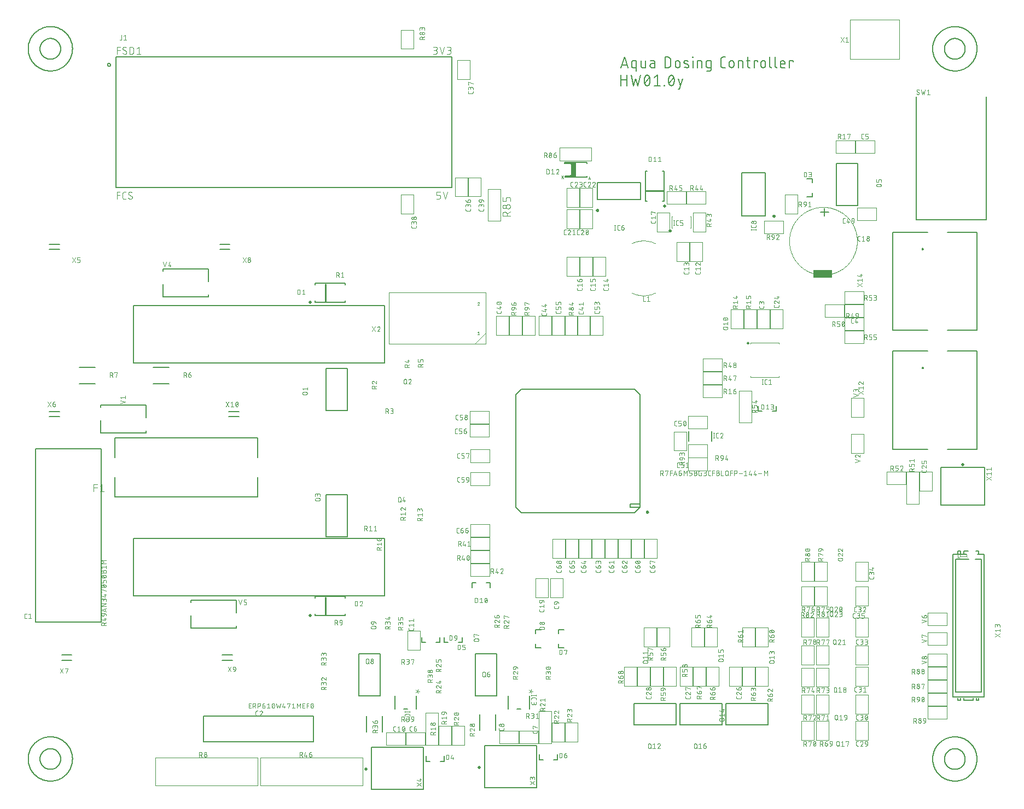
<source format=gbr>
G04 EAGLE Gerber RS-274X export*
G75*
%MOMM*%
%FSLAX34Y34*%
%LPD*%
%INSilkscreen Top*%
%IPPOS*%
%AMOC8*
5,1,8,0,0,1.08239X$1,22.5*%
G01*
%ADD10C,0.152400*%
%ADD11C,0.150000*%
%ADD12C,0.076200*%
%ADD13C,0.050800*%
%ADD14C,0.100000*%
%ADD15R,3.000000X1.190000*%
%ADD16C,0.127000*%
%ADD17C,0.250000*%
%ADD18C,0.500000*%
%ADD19C,0.203200*%
%ADD20C,0.101600*%
%ADD21C,0.200000*%
%ADD22C,0.254000*%
%ADD23C,0.130000*%

G36*
X862825Y951229D02*
X862825Y951229D01*
X862825Y951230D01*
X862825Y974090D01*
X862821Y974095D01*
X862820Y974095D01*
X845040Y974095D01*
X845035Y974091D01*
X845035Y974090D01*
X845035Y972820D01*
X845039Y972815D01*
X845040Y972815D01*
X853928Y972815D01*
X856465Y970278D01*
X856465Y955042D01*
X853928Y952505D01*
X846310Y952505D01*
X846305Y952501D01*
X846305Y952500D01*
X846305Y951230D01*
X846309Y951225D01*
X846310Y951225D01*
X862820Y951225D01*
X862825Y951229D01*
G37*
D10*
X932942Y1120902D02*
X938361Y1137158D01*
X943779Y1120902D01*
X942425Y1124966D02*
X934297Y1124966D01*
X956489Y1131739D02*
X956489Y1115483D01*
X956489Y1131739D02*
X951973Y1131739D01*
X951872Y1131737D01*
X951771Y1131731D01*
X951670Y1131722D01*
X951569Y1131709D01*
X951469Y1131692D01*
X951370Y1131671D01*
X951272Y1131647D01*
X951175Y1131619D01*
X951078Y1131587D01*
X950983Y1131552D01*
X950890Y1131513D01*
X950798Y1131471D01*
X950707Y1131425D01*
X950619Y1131376D01*
X950532Y1131324D01*
X950447Y1131268D01*
X950364Y1131210D01*
X950284Y1131148D01*
X950206Y1131083D01*
X950130Y1131016D01*
X950057Y1130946D01*
X949987Y1130873D01*
X949920Y1130797D01*
X949855Y1130719D01*
X949793Y1130639D01*
X949735Y1130556D01*
X949679Y1130471D01*
X949627Y1130385D01*
X949578Y1130296D01*
X949532Y1130205D01*
X949490Y1130113D01*
X949451Y1130020D01*
X949416Y1129925D01*
X949384Y1129828D01*
X949356Y1129731D01*
X949332Y1129633D01*
X949311Y1129534D01*
X949294Y1129434D01*
X949281Y1129333D01*
X949272Y1129232D01*
X949266Y1129131D01*
X949264Y1129030D01*
X949264Y1123611D01*
X949266Y1123510D01*
X949272Y1123409D01*
X949281Y1123308D01*
X949294Y1123207D01*
X949311Y1123107D01*
X949332Y1123008D01*
X949356Y1122910D01*
X949384Y1122813D01*
X949416Y1122716D01*
X949451Y1122621D01*
X949490Y1122528D01*
X949532Y1122436D01*
X949578Y1122345D01*
X949627Y1122257D01*
X949679Y1122170D01*
X949735Y1122085D01*
X949793Y1122002D01*
X949855Y1121922D01*
X949920Y1121844D01*
X949987Y1121768D01*
X950057Y1121695D01*
X950130Y1121625D01*
X950206Y1121558D01*
X950284Y1121493D01*
X950364Y1121431D01*
X950447Y1121373D01*
X950532Y1121317D01*
X950619Y1121265D01*
X950707Y1121216D01*
X950798Y1121170D01*
X950890Y1121128D01*
X950983Y1121089D01*
X951078Y1121054D01*
X951175Y1121022D01*
X951272Y1120994D01*
X951370Y1120970D01*
X951469Y1120949D01*
X951569Y1120932D01*
X951670Y1120919D01*
X951771Y1120910D01*
X951872Y1120904D01*
X951973Y1120902D01*
X956489Y1120902D01*
X963927Y1123611D02*
X963927Y1131739D01*
X963927Y1123611D02*
X963929Y1123510D01*
X963935Y1123409D01*
X963944Y1123308D01*
X963957Y1123207D01*
X963974Y1123107D01*
X963995Y1123008D01*
X964019Y1122910D01*
X964047Y1122813D01*
X964079Y1122716D01*
X964114Y1122621D01*
X964153Y1122528D01*
X964195Y1122436D01*
X964241Y1122345D01*
X964290Y1122257D01*
X964342Y1122170D01*
X964398Y1122085D01*
X964456Y1122002D01*
X964518Y1121922D01*
X964583Y1121844D01*
X964650Y1121768D01*
X964720Y1121695D01*
X964793Y1121625D01*
X964869Y1121558D01*
X964947Y1121493D01*
X965027Y1121431D01*
X965110Y1121373D01*
X965195Y1121317D01*
X965282Y1121265D01*
X965370Y1121216D01*
X965461Y1121170D01*
X965553Y1121128D01*
X965646Y1121089D01*
X965741Y1121054D01*
X965838Y1121022D01*
X965935Y1120994D01*
X966033Y1120970D01*
X966132Y1120949D01*
X966232Y1120932D01*
X966333Y1120919D01*
X966434Y1120910D01*
X966535Y1120904D01*
X966636Y1120902D01*
X971151Y1120902D01*
X971151Y1131739D01*
X981082Y1127224D02*
X985146Y1127224D01*
X981082Y1127224D02*
X980970Y1127222D01*
X980859Y1127216D01*
X980748Y1127206D01*
X980637Y1127193D01*
X980527Y1127175D01*
X980418Y1127153D01*
X980309Y1127128D01*
X980201Y1127099D01*
X980095Y1127066D01*
X979989Y1127029D01*
X979885Y1126989D01*
X979783Y1126945D01*
X979682Y1126897D01*
X979583Y1126846D01*
X979485Y1126791D01*
X979390Y1126733D01*
X979297Y1126672D01*
X979206Y1126607D01*
X979117Y1126539D01*
X979031Y1126468D01*
X978948Y1126395D01*
X978867Y1126318D01*
X978788Y1126238D01*
X978713Y1126156D01*
X978641Y1126071D01*
X978571Y1125984D01*
X978505Y1125894D01*
X978442Y1125802D01*
X978382Y1125707D01*
X978326Y1125611D01*
X978273Y1125513D01*
X978224Y1125413D01*
X978178Y1125311D01*
X978136Y1125208D01*
X978097Y1125103D01*
X978062Y1124997D01*
X978031Y1124890D01*
X978004Y1124782D01*
X977980Y1124673D01*
X977961Y1124563D01*
X977945Y1124453D01*
X977933Y1124342D01*
X977925Y1124230D01*
X977921Y1124119D01*
X977921Y1124007D01*
X977925Y1123896D01*
X977933Y1123784D01*
X977945Y1123673D01*
X977961Y1123563D01*
X977980Y1123453D01*
X978004Y1123344D01*
X978031Y1123236D01*
X978062Y1123129D01*
X978097Y1123023D01*
X978136Y1122918D01*
X978178Y1122815D01*
X978224Y1122713D01*
X978273Y1122613D01*
X978326Y1122515D01*
X978382Y1122419D01*
X978442Y1122324D01*
X978505Y1122232D01*
X978571Y1122142D01*
X978641Y1122055D01*
X978713Y1121970D01*
X978788Y1121888D01*
X978867Y1121808D01*
X978948Y1121731D01*
X979031Y1121658D01*
X979117Y1121587D01*
X979206Y1121519D01*
X979297Y1121454D01*
X979390Y1121393D01*
X979485Y1121335D01*
X979583Y1121280D01*
X979682Y1121229D01*
X979783Y1121181D01*
X979885Y1121137D01*
X979989Y1121097D01*
X980095Y1121060D01*
X980201Y1121027D01*
X980309Y1120998D01*
X980418Y1120973D01*
X980527Y1120951D01*
X980637Y1120933D01*
X980748Y1120920D01*
X980859Y1120910D01*
X980970Y1120904D01*
X981082Y1120902D01*
X985146Y1120902D01*
X985146Y1129030D01*
X985144Y1129131D01*
X985138Y1129232D01*
X985129Y1129333D01*
X985116Y1129434D01*
X985099Y1129534D01*
X985078Y1129633D01*
X985054Y1129731D01*
X985026Y1129828D01*
X984994Y1129925D01*
X984959Y1130020D01*
X984920Y1130113D01*
X984878Y1130205D01*
X984832Y1130296D01*
X984783Y1130385D01*
X984731Y1130471D01*
X984675Y1130556D01*
X984617Y1130639D01*
X984555Y1130719D01*
X984490Y1130797D01*
X984423Y1130873D01*
X984353Y1130946D01*
X984280Y1131016D01*
X984204Y1131083D01*
X984126Y1131148D01*
X984046Y1131210D01*
X983963Y1131268D01*
X983878Y1131324D01*
X983792Y1131376D01*
X983703Y1131425D01*
X983612Y1131471D01*
X983520Y1131513D01*
X983427Y1131552D01*
X983332Y1131587D01*
X983235Y1131619D01*
X983138Y1131647D01*
X983040Y1131671D01*
X982941Y1131692D01*
X982841Y1131709D01*
X982740Y1131722D01*
X982639Y1131731D01*
X982538Y1131737D01*
X982437Y1131739D01*
X978824Y1131739D01*
X1001059Y1137158D02*
X1001059Y1120902D01*
X1001059Y1137158D02*
X1005575Y1137158D01*
X1005706Y1137156D01*
X1005838Y1137150D01*
X1005969Y1137141D01*
X1006099Y1137127D01*
X1006230Y1137110D01*
X1006359Y1137089D01*
X1006488Y1137065D01*
X1006616Y1137036D01*
X1006744Y1137004D01*
X1006870Y1136968D01*
X1006995Y1136929D01*
X1007120Y1136886D01*
X1007242Y1136839D01*
X1007364Y1136789D01*
X1007484Y1136735D01*
X1007602Y1136678D01*
X1007718Y1136617D01*
X1007833Y1136553D01*
X1007946Y1136486D01*
X1008057Y1136415D01*
X1008165Y1136341D01*
X1008272Y1136264D01*
X1008376Y1136184D01*
X1008478Y1136101D01*
X1008577Y1136016D01*
X1008674Y1135927D01*
X1008768Y1135835D01*
X1008860Y1135741D01*
X1008949Y1135644D01*
X1009034Y1135545D01*
X1009117Y1135443D01*
X1009197Y1135339D01*
X1009274Y1135232D01*
X1009348Y1135124D01*
X1009419Y1135013D01*
X1009486Y1134900D01*
X1009550Y1134785D01*
X1009611Y1134669D01*
X1009668Y1134551D01*
X1009722Y1134431D01*
X1009772Y1134309D01*
X1009819Y1134187D01*
X1009862Y1134062D01*
X1009901Y1133937D01*
X1009937Y1133811D01*
X1009969Y1133683D01*
X1009998Y1133555D01*
X1010022Y1133426D01*
X1010043Y1133297D01*
X1010060Y1133166D01*
X1010074Y1133036D01*
X1010083Y1132905D01*
X1010089Y1132773D01*
X1010091Y1132642D01*
X1010090Y1132642D02*
X1010090Y1125418D01*
X1010091Y1125418D02*
X1010089Y1125287D01*
X1010083Y1125155D01*
X1010074Y1125024D01*
X1010060Y1124894D01*
X1010043Y1124763D01*
X1010022Y1124634D01*
X1009998Y1124505D01*
X1009969Y1124377D01*
X1009937Y1124249D01*
X1009901Y1124123D01*
X1009862Y1123998D01*
X1009819Y1123873D01*
X1009772Y1123751D01*
X1009722Y1123629D01*
X1009668Y1123509D01*
X1009611Y1123391D01*
X1009550Y1123275D01*
X1009486Y1123160D01*
X1009419Y1123047D01*
X1009348Y1122936D01*
X1009274Y1122828D01*
X1009197Y1122721D01*
X1009117Y1122617D01*
X1009034Y1122515D01*
X1008949Y1122416D01*
X1008860Y1122319D01*
X1008768Y1122225D01*
X1008674Y1122133D01*
X1008577Y1122044D01*
X1008478Y1121959D01*
X1008376Y1121876D01*
X1008272Y1121796D01*
X1008165Y1121719D01*
X1008057Y1121645D01*
X1007946Y1121574D01*
X1007833Y1121507D01*
X1007718Y1121443D01*
X1007602Y1121382D01*
X1007484Y1121325D01*
X1007364Y1121271D01*
X1007242Y1121221D01*
X1007120Y1121174D01*
X1006995Y1121131D01*
X1006870Y1121092D01*
X1006744Y1121056D01*
X1006616Y1121024D01*
X1006488Y1120995D01*
X1006359Y1120971D01*
X1006229Y1120950D01*
X1006099Y1120933D01*
X1005969Y1120919D01*
X1005838Y1120910D01*
X1005706Y1120904D01*
X1005575Y1120902D01*
X1001059Y1120902D01*
X1017073Y1124514D02*
X1017073Y1128127D01*
X1017075Y1128246D01*
X1017081Y1128366D01*
X1017091Y1128485D01*
X1017105Y1128603D01*
X1017122Y1128722D01*
X1017144Y1128839D01*
X1017169Y1128956D01*
X1017199Y1129071D01*
X1017232Y1129186D01*
X1017269Y1129300D01*
X1017309Y1129412D01*
X1017354Y1129523D01*
X1017402Y1129632D01*
X1017453Y1129740D01*
X1017508Y1129846D01*
X1017567Y1129950D01*
X1017629Y1130052D01*
X1017694Y1130152D01*
X1017763Y1130250D01*
X1017835Y1130346D01*
X1017910Y1130439D01*
X1017987Y1130529D01*
X1018068Y1130617D01*
X1018152Y1130702D01*
X1018239Y1130784D01*
X1018328Y1130864D01*
X1018420Y1130940D01*
X1018514Y1131014D01*
X1018611Y1131084D01*
X1018709Y1131151D01*
X1018810Y1131215D01*
X1018914Y1131275D01*
X1019019Y1131332D01*
X1019126Y1131385D01*
X1019234Y1131435D01*
X1019344Y1131481D01*
X1019456Y1131523D01*
X1019569Y1131562D01*
X1019683Y1131597D01*
X1019798Y1131628D01*
X1019915Y1131656D01*
X1020032Y1131679D01*
X1020149Y1131699D01*
X1020268Y1131715D01*
X1020387Y1131727D01*
X1020506Y1131735D01*
X1020625Y1131739D01*
X1020745Y1131739D01*
X1020864Y1131735D01*
X1020983Y1131727D01*
X1021102Y1131715D01*
X1021221Y1131699D01*
X1021338Y1131679D01*
X1021455Y1131656D01*
X1021572Y1131628D01*
X1021687Y1131597D01*
X1021801Y1131562D01*
X1021914Y1131523D01*
X1022026Y1131481D01*
X1022136Y1131435D01*
X1022244Y1131385D01*
X1022351Y1131332D01*
X1022456Y1131275D01*
X1022560Y1131215D01*
X1022661Y1131151D01*
X1022759Y1131084D01*
X1022856Y1131014D01*
X1022950Y1130940D01*
X1023042Y1130864D01*
X1023131Y1130784D01*
X1023218Y1130702D01*
X1023302Y1130617D01*
X1023383Y1130529D01*
X1023460Y1130439D01*
X1023535Y1130346D01*
X1023607Y1130250D01*
X1023676Y1130152D01*
X1023741Y1130052D01*
X1023803Y1129950D01*
X1023862Y1129846D01*
X1023917Y1129740D01*
X1023968Y1129632D01*
X1024016Y1129523D01*
X1024061Y1129412D01*
X1024101Y1129300D01*
X1024138Y1129186D01*
X1024171Y1129071D01*
X1024201Y1128956D01*
X1024226Y1128839D01*
X1024248Y1128722D01*
X1024265Y1128603D01*
X1024279Y1128485D01*
X1024289Y1128366D01*
X1024295Y1128246D01*
X1024297Y1128127D01*
X1024298Y1128127D02*
X1024298Y1124514D01*
X1024297Y1124514D02*
X1024295Y1124395D01*
X1024289Y1124275D01*
X1024279Y1124156D01*
X1024265Y1124038D01*
X1024248Y1123919D01*
X1024226Y1123802D01*
X1024201Y1123685D01*
X1024171Y1123570D01*
X1024138Y1123455D01*
X1024101Y1123341D01*
X1024061Y1123229D01*
X1024016Y1123118D01*
X1023968Y1123009D01*
X1023917Y1122901D01*
X1023862Y1122795D01*
X1023803Y1122691D01*
X1023741Y1122589D01*
X1023676Y1122489D01*
X1023607Y1122391D01*
X1023535Y1122295D01*
X1023460Y1122202D01*
X1023383Y1122112D01*
X1023302Y1122024D01*
X1023218Y1121939D01*
X1023131Y1121857D01*
X1023042Y1121777D01*
X1022950Y1121701D01*
X1022856Y1121627D01*
X1022759Y1121557D01*
X1022661Y1121490D01*
X1022560Y1121426D01*
X1022456Y1121366D01*
X1022351Y1121309D01*
X1022244Y1121256D01*
X1022136Y1121206D01*
X1022026Y1121160D01*
X1021914Y1121118D01*
X1021801Y1121079D01*
X1021687Y1121044D01*
X1021572Y1121013D01*
X1021455Y1120985D01*
X1021338Y1120962D01*
X1021221Y1120942D01*
X1021102Y1120926D01*
X1020983Y1120914D01*
X1020864Y1120906D01*
X1020745Y1120902D01*
X1020625Y1120902D01*
X1020506Y1120906D01*
X1020387Y1120914D01*
X1020268Y1120926D01*
X1020149Y1120942D01*
X1020032Y1120962D01*
X1019915Y1120985D01*
X1019798Y1121013D01*
X1019683Y1121044D01*
X1019569Y1121079D01*
X1019456Y1121118D01*
X1019344Y1121160D01*
X1019234Y1121206D01*
X1019126Y1121256D01*
X1019019Y1121309D01*
X1018914Y1121366D01*
X1018810Y1121426D01*
X1018709Y1121490D01*
X1018611Y1121557D01*
X1018514Y1121627D01*
X1018420Y1121701D01*
X1018328Y1121777D01*
X1018239Y1121857D01*
X1018152Y1121939D01*
X1018068Y1122024D01*
X1017987Y1122112D01*
X1017910Y1122202D01*
X1017835Y1122295D01*
X1017763Y1122391D01*
X1017694Y1122489D01*
X1017629Y1122589D01*
X1017567Y1122691D01*
X1017508Y1122795D01*
X1017453Y1122901D01*
X1017402Y1123009D01*
X1017354Y1123118D01*
X1017309Y1123229D01*
X1017269Y1123341D01*
X1017232Y1123455D01*
X1017199Y1123570D01*
X1017169Y1123685D01*
X1017144Y1123802D01*
X1017122Y1123919D01*
X1017105Y1124038D01*
X1017091Y1124156D01*
X1017081Y1124275D01*
X1017075Y1124395D01*
X1017073Y1124514D01*
X1031974Y1127224D02*
X1036490Y1125418D01*
X1031974Y1127224D02*
X1031886Y1127261D01*
X1031800Y1127302D01*
X1031715Y1127346D01*
X1031632Y1127394D01*
X1031552Y1127445D01*
X1031473Y1127499D01*
X1031397Y1127557D01*
X1031323Y1127617D01*
X1031251Y1127681D01*
X1031183Y1127747D01*
X1031117Y1127817D01*
X1031054Y1127888D01*
X1030993Y1127963D01*
X1030936Y1128039D01*
X1030883Y1128118D01*
X1030832Y1128199D01*
X1030785Y1128282D01*
X1030741Y1128367D01*
X1030701Y1128454D01*
X1030664Y1128542D01*
X1030631Y1128632D01*
X1030601Y1128723D01*
X1030576Y1128815D01*
X1030554Y1128908D01*
X1030536Y1129002D01*
X1030521Y1129096D01*
X1030511Y1129191D01*
X1030505Y1129287D01*
X1030502Y1129382D01*
X1030503Y1129478D01*
X1030509Y1129573D01*
X1030518Y1129669D01*
X1030531Y1129763D01*
X1030547Y1129857D01*
X1030568Y1129951D01*
X1030593Y1130043D01*
X1030621Y1130134D01*
X1030653Y1130224D01*
X1030688Y1130313D01*
X1030727Y1130400D01*
X1030770Y1130486D01*
X1030816Y1130570D01*
X1030866Y1130651D01*
X1030918Y1130731D01*
X1030974Y1130809D01*
X1031034Y1130884D01*
X1031096Y1130956D01*
X1031161Y1131026D01*
X1031229Y1131094D01*
X1031299Y1131158D01*
X1031372Y1131220D01*
X1031448Y1131278D01*
X1031526Y1131334D01*
X1031606Y1131386D01*
X1031688Y1131435D01*
X1031772Y1131480D01*
X1031858Y1131522D01*
X1031945Y1131561D01*
X1032034Y1131596D01*
X1032125Y1131627D01*
X1032216Y1131654D01*
X1032309Y1131678D01*
X1032402Y1131698D01*
X1032496Y1131714D01*
X1032591Y1131726D01*
X1032686Y1131735D01*
X1032782Y1131739D01*
X1032877Y1131740D01*
X1033124Y1131733D01*
X1033370Y1131721D01*
X1033616Y1131703D01*
X1033862Y1131678D01*
X1034106Y1131648D01*
X1034350Y1131612D01*
X1034593Y1131571D01*
X1034835Y1131523D01*
X1035076Y1131469D01*
X1035315Y1131410D01*
X1035553Y1131345D01*
X1035789Y1131274D01*
X1036024Y1131198D01*
X1036257Y1131116D01*
X1036487Y1131028D01*
X1036715Y1130935D01*
X1036942Y1130837D01*
X1036490Y1125417D02*
X1036578Y1125380D01*
X1036664Y1125339D01*
X1036749Y1125295D01*
X1036832Y1125247D01*
X1036912Y1125196D01*
X1036991Y1125142D01*
X1037067Y1125084D01*
X1037141Y1125024D01*
X1037213Y1124960D01*
X1037281Y1124894D01*
X1037347Y1124824D01*
X1037410Y1124753D01*
X1037471Y1124678D01*
X1037528Y1124602D01*
X1037581Y1124523D01*
X1037632Y1124442D01*
X1037679Y1124359D01*
X1037723Y1124274D01*
X1037763Y1124187D01*
X1037800Y1124099D01*
X1037833Y1124009D01*
X1037863Y1123918D01*
X1037888Y1123826D01*
X1037910Y1123733D01*
X1037928Y1123639D01*
X1037943Y1123545D01*
X1037953Y1123450D01*
X1037959Y1123354D01*
X1037962Y1123259D01*
X1037961Y1123163D01*
X1037955Y1123068D01*
X1037946Y1122972D01*
X1037933Y1122878D01*
X1037917Y1122784D01*
X1037896Y1122690D01*
X1037871Y1122598D01*
X1037843Y1122507D01*
X1037811Y1122417D01*
X1037776Y1122328D01*
X1037737Y1122241D01*
X1037694Y1122155D01*
X1037648Y1122071D01*
X1037598Y1121990D01*
X1037546Y1121910D01*
X1037490Y1121832D01*
X1037430Y1121757D01*
X1037368Y1121685D01*
X1037303Y1121615D01*
X1037235Y1121547D01*
X1037165Y1121483D01*
X1037092Y1121421D01*
X1037016Y1121363D01*
X1036938Y1121307D01*
X1036858Y1121255D01*
X1036776Y1121206D01*
X1036692Y1121161D01*
X1036606Y1121119D01*
X1036519Y1121080D01*
X1036430Y1121045D01*
X1036339Y1121014D01*
X1036248Y1120987D01*
X1036155Y1120963D01*
X1036062Y1120943D01*
X1035968Y1120927D01*
X1035873Y1120915D01*
X1035778Y1120906D01*
X1035682Y1120902D01*
X1035587Y1120901D01*
X1035587Y1120902D02*
X1035225Y1120911D01*
X1034863Y1120929D01*
X1034502Y1120956D01*
X1034142Y1120991D01*
X1033782Y1121034D01*
X1033423Y1121086D01*
X1033066Y1121147D01*
X1032711Y1121216D01*
X1032357Y1121293D01*
X1032005Y1121379D01*
X1031655Y1121473D01*
X1031307Y1121576D01*
X1030962Y1121686D01*
X1030620Y1121805D01*
X1044132Y1120902D02*
X1044132Y1131739D01*
X1043680Y1136255D02*
X1043680Y1137158D01*
X1044583Y1137158D01*
X1044583Y1136255D01*
X1043680Y1136255D01*
X1050940Y1131739D02*
X1050940Y1120902D01*
X1050940Y1131739D02*
X1055456Y1131739D01*
X1055560Y1131737D01*
X1055663Y1131731D01*
X1055767Y1131721D01*
X1055870Y1131707D01*
X1055972Y1131689D01*
X1056073Y1131668D01*
X1056174Y1131642D01*
X1056273Y1131613D01*
X1056372Y1131580D01*
X1056469Y1131543D01*
X1056564Y1131502D01*
X1056658Y1131458D01*
X1056750Y1131410D01*
X1056840Y1131359D01*
X1056929Y1131304D01*
X1057015Y1131246D01*
X1057098Y1131184D01*
X1057180Y1131120D01*
X1057258Y1131052D01*
X1057334Y1130982D01*
X1057408Y1130909D01*
X1057478Y1130832D01*
X1057546Y1130754D01*
X1057610Y1130672D01*
X1057672Y1130589D01*
X1057730Y1130503D01*
X1057785Y1130414D01*
X1057836Y1130324D01*
X1057884Y1130232D01*
X1057928Y1130138D01*
X1057969Y1130043D01*
X1058006Y1129946D01*
X1058039Y1129847D01*
X1058068Y1129748D01*
X1058094Y1129647D01*
X1058115Y1129546D01*
X1058133Y1129444D01*
X1058147Y1129341D01*
X1058157Y1129237D01*
X1058163Y1129134D01*
X1058165Y1129030D01*
X1058165Y1120902D01*
X1067644Y1120902D02*
X1072160Y1120902D01*
X1067644Y1120902D02*
X1067543Y1120904D01*
X1067442Y1120910D01*
X1067341Y1120919D01*
X1067240Y1120932D01*
X1067140Y1120949D01*
X1067041Y1120970D01*
X1066943Y1120994D01*
X1066846Y1121022D01*
X1066749Y1121054D01*
X1066654Y1121089D01*
X1066561Y1121128D01*
X1066469Y1121170D01*
X1066378Y1121216D01*
X1066290Y1121265D01*
X1066203Y1121317D01*
X1066118Y1121373D01*
X1066035Y1121431D01*
X1065955Y1121493D01*
X1065877Y1121558D01*
X1065801Y1121625D01*
X1065728Y1121695D01*
X1065658Y1121768D01*
X1065591Y1121844D01*
X1065526Y1121922D01*
X1065464Y1122002D01*
X1065406Y1122085D01*
X1065350Y1122170D01*
X1065298Y1122257D01*
X1065249Y1122345D01*
X1065203Y1122436D01*
X1065161Y1122528D01*
X1065122Y1122621D01*
X1065087Y1122716D01*
X1065055Y1122813D01*
X1065027Y1122910D01*
X1065003Y1123008D01*
X1064982Y1123107D01*
X1064965Y1123207D01*
X1064952Y1123308D01*
X1064943Y1123409D01*
X1064937Y1123510D01*
X1064935Y1123611D01*
X1064935Y1129030D01*
X1064937Y1129131D01*
X1064943Y1129232D01*
X1064952Y1129333D01*
X1064965Y1129434D01*
X1064982Y1129534D01*
X1065003Y1129633D01*
X1065027Y1129731D01*
X1065055Y1129828D01*
X1065087Y1129925D01*
X1065122Y1130020D01*
X1065161Y1130113D01*
X1065203Y1130205D01*
X1065249Y1130296D01*
X1065298Y1130385D01*
X1065350Y1130471D01*
X1065406Y1130556D01*
X1065464Y1130639D01*
X1065526Y1130719D01*
X1065591Y1130797D01*
X1065658Y1130873D01*
X1065728Y1130946D01*
X1065801Y1131016D01*
X1065877Y1131083D01*
X1065955Y1131148D01*
X1066035Y1131210D01*
X1066118Y1131268D01*
X1066203Y1131324D01*
X1066290Y1131376D01*
X1066378Y1131425D01*
X1066469Y1131471D01*
X1066561Y1131513D01*
X1066654Y1131552D01*
X1066749Y1131587D01*
X1066846Y1131619D01*
X1066943Y1131647D01*
X1067041Y1131671D01*
X1067140Y1131692D01*
X1067240Y1131709D01*
X1067341Y1131722D01*
X1067442Y1131731D01*
X1067543Y1131737D01*
X1067644Y1131739D01*
X1072160Y1131739D01*
X1072160Y1118193D01*
X1072158Y1118089D01*
X1072152Y1117986D01*
X1072142Y1117882D01*
X1072128Y1117779D01*
X1072110Y1117677D01*
X1072089Y1117576D01*
X1072063Y1117475D01*
X1072034Y1117376D01*
X1072001Y1117277D01*
X1071964Y1117180D01*
X1071923Y1117085D01*
X1071879Y1116991D01*
X1071831Y1116899D01*
X1071780Y1116809D01*
X1071725Y1116720D01*
X1071667Y1116634D01*
X1071605Y1116551D01*
X1071541Y1116469D01*
X1071473Y1116391D01*
X1071403Y1116315D01*
X1071330Y1116241D01*
X1071253Y1116171D01*
X1071175Y1116103D01*
X1071093Y1116039D01*
X1071010Y1115977D01*
X1070924Y1115919D01*
X1070835Y1115864D01*
X1070745Y1115813D01*
X1070653Y1115765D01*
X1070559Y1115721D01*
X1070464Y1115680D01*
X1070367Y1115643D01*
X1070268Y1115610D01*
X1070169Y1115581D01*
X1070068Y1115555D01*
X1069967Y1115534D01*
X1069865Y1115516D01*
X1069762Y1115502D01*
X1069658Y1115492D01*
X1069555Y1115486D01*
X1069451Y1115484D01*
X1069451Y1115483D02*
X1065838Y1115483D01*
X1091125Y1120902D02*
X1094737Y1120902D01*
X1091125Y1120902D02*
X1091007Y1120904D01*
X1090889Y1120910D01*
X1090771Y1120919D01*
X1090654Y1120933D01*
X1090537Y1120950D01*
X1090420Y1120971D01*
X1090305Y1120996D01*
X1090190Y1121025D01*
X1090076Y1121058D01*
X1089964Y1121094D01*
X1089853Y1121134D01*
X1089743Y1121177D01*
X1089634Y1121224D01*
X1089527Y1121274D01*
X1089422Y1121329D01*
X1089319Y1121386D01*
X1089218Y1121447D01*
X1089118Y1121511D01*
X1089021Y1121578D01*
X1088926Y1121648D01*
X1088834Y1121722D01*
X1088743Y1121798D01*
X1088656Y1121878D01*
X1088571Y1121960D01*
X1088489Y1122045D01*
X1088409Y1122132D01*
X1088333Y1122223D01*
X1088259Y1122315D01*
X1088189Y1122410D01*
X1088122Y1122507D01*
X1088058Y1122607D01*
X1087997Y1122708D01*
X1087940Y1122811D01*
X1087885Y1122916D01*
X1087835Y1123023D01*
X1087788Y1123132D01*
X1087745Y1123242D01*
X1087705Y1123353D01*
X1087669Y1123465D01*
X1087636Y1123579D01*
X1087607Y1123694D01*
X1087582Y1123809D01*
X1087561Y1123926D01*
X1087544Y1124043D01*
X1087530Y1124160D01*
X1087521Y1124278D01*
X1087515Y1124396D01*
X1087513Y1124514D01*
X1087513Y1133546D01*
X1087515Y1133664D01*
X1087521Y1133782D01*
X1087530Y1133900D01*
X1087544Y1134017D01*
X1087561Y1134134D01*
X1087582Y1134251D01*
X1087607Y1134366D01*
X1087636Y1134481D01*
X1087669Y1134595D01*
X1087705Y1134707D01*
X1087745Y1134818D01*
X1087788Y1134928D01*
X1087835Y1135037D01*
X1087885Y1135144D01*
X1087939Y1135249D01*
X1087997Y1135352D01*
X1088058Y1135453D01*
X1088122Y1135553D01*
X1088189Y1135650D01*
X1088259Y1135745D01*
X1088333Y1135837D01*
X1088409Y1135928D01*
X1088489Y1136015D01*
X1088571Y1136100D01*
X1088656Y1136182D01*
X1088743Y1136262D01*
X1088834Y1136338D01*
X1088926Y1136412D01*
X1089021Y1136482D01*
X1089118Y1136549D01*
X1089218Y1136613D01*
X1089319Y1136674D01*
X1089422Y1136731D01*
X1089527Y1136785D01*
X1089634Y1136836D01*
X1089743Y1136883D01*
X1089853Y1136926D01*
X1089964Y1136966D01*
X1090076Y1137002D01*
X1090190Y1137035D01*
X1090305Y1137064D01*
X1090420Y1137089D01*
X1090537Y1137110D01*
X1090654Y1137127D01*
X1090771Y1137141D01*
X1090889Y1137150D01*
X1091007Y1137156D01*
X1091125Y1137158D01*
X1094737Y1137158D01*
X1100439Y1128127D02*
X1100439Y1124514D01*
X1100440Y1128127D02*
X1100442Y1128246D01*
X1100448Y1128366D01*
X1100458Y1128485D01*
X1100472Y1128603D01*
X1100489Y1128722D01*
X1100511Y1128839D01*
X1100536Y1128956D01*
X1100566Y1129071D01*
X1100599Y1129186D01*
X1100636Y1129300D01*
X1100676Y1129412D01*
X1100721Y1129523D01*
X1100769Y1129632D01*
X1100820Y1129740D01*
X1100875Y1129846D01*
X1100934Y1129950D01*
X1100996Y1130052D01*
X1101061Y1130152D01*
X1101130Y1130250D01*
X1101202Y1130346D01*
X1101277Y1130439D01*
X1101354Y1130529D01*
X1101435Y1130617D01*
X1101519Y1130702D01*
X1101606Y1130784D01*
X1101695Y1130864D01*
X1101787Y1130940D01*
X1101881Y1131014D01*
X1101978Y1131084D01*
X1102076Y1131151D01*
X1102177Y1131215D01*
X1102281Y1131275D01*
X1102386Y1131332D01*
X1102493Y1131385D01*
X1102601Y1131435D01*
X1102711Y1131481D01*
X1102823Y1131523D01*
X1102936Y1131562D01*
X1103050Y1131597D01*
X1103165Y1131628D01*
X1103282Y1131656D01*
X1103399Y1131679D01*
X1103516Y1131699D01*
X1103635Y1131715D01*
X1103754Y1131727D01*
X1103873Y1131735D01*
X1103992Y1131739D01*
X1104112Y1131739D01*
X1104231Y1131735D01*
X1104350Y1131727D01*
X1104469Y1131715D01*
X1104588Y1131699D01*
X1104705Y1131679D01*
X1104822Y1131656D01*
X1104939Y1131628D01*
X1105054Y1131597D01*
X1105168Y1131562D01*
X1105281Y1131523D01*
X1105393Y1131481D01*
X1105503Y1131435D01*
X1105611Y1131385D01*
X1105718Y1131332D01*
X1105823Y1131275D01*
X1105927Y1131215D01*
X1106028Y1131151D01*
X1106126Y1131084D01*
X1106223Y1131014D01*
X1106317Y1130940D01*
X1106409Y1130864D01*
X1106498Y1130784D01*
X1106585Y1130702D01*
X1106669Y1130617D01*
X1106750Y1130529D01*
X1106827Y1130439D01*
X1106902Y1130346D01*
X1106974Y1130250D01*
X1107043Y1130152D01*
X1107108Y1130052D01*
X1107170Y1129950D01*
X1107229Y1129846D01*
X1107284Y1129740D01*
X1107335Y1129632D01*
X1107383Y1129523D01*
X1107428Y1129412D01*
X1107468Y1129300D01*
X1107505Y1129186D01*
X1107538Y1129071D01*
X1107568Y1128956D01*
X1107593Y1128839D01*
X1107615Y1128722D01*
X1107632Y1128603D01*
X1107646Y1128485D01*
X1107656Y1128366D01*
X1107662Y1128246D01*
X1107664Y1128127D01*
X1107664Y1124514D01*
X1107662Y1124395D01*
X1107656Y1124275D01*
X1107646Y1124156D01*
X1107632Y1124038D01*
X1107615Y1123919D01*
X1107593Y1123802D01*
X1107568Y1123685D01*
X1107538Y1123570D01*
X1107505Y1123455D01*
X1107468Y1123341D01*
X1107428Y1123229D01*
X1107383Y1123118D01*
X1107335Y1123009D01*
X1107284Y1122901D01*
X1107229Y1122795D01*
X1107170Y1122691D01*
X1107108Y1122589D01*
X1107043Y1122489D01*
X1106974Y1122391D01*
X1106902Y1122295D01*
X1106827Y1122202D01*
X1106750Y1122112D01*
X1106669Y1122024D01*
X1106585Y1121939D01*
X1106498Y1121857D01*
X1106409Y1121777D01*
X1106317Y1121701D01*
X1106223Y1121627D01*
X1106126Y1121557D01*
X1106028Y1121490D01*
X1105927Y1121426D01*
X1105823Y1121366D01*
X1105718Y1121309D01*
X1105611Y1121256D01*
X1105503Y1121206D01*
X1105393Y1121160D01*
X1105281Y1121118D01*
X1105168Y1121079D01*
X1105054Y1121044D01*
X1104939Y1121013D01*
X1104822Y1120985D01*
X1104705Y1120962D01*
X1104588Y1120942D01*
X1104469Y1120926D01*
X1104350Y1120914D01*
X1104231Y1120906D01*
X1104112Y1120902D01*
X1103992Y1120902D01*
X1103873Y1120906D01*
X1103754Y1120914D01*
X1103635Y1120926D01*
X1103516Y1120942D01*
X1103399Y1120962D01*
X1103282Y1120985D01*
X1103165Y1121013D01*
X1103050Y1121044D01*
X1102936Y1121079D01*
X1102823Y1121118D01*
X1102711Y1121160D01*
X1102601Y1121206D01*
X1102493Y1121256D01*
X1102386Y1121309D01*
X1102281Y1121366D01*
X1102177Y1121426D01*
X1102076Y1121490D01*
X1101978Y1121557D01*
X1101881Y1121627D01*
X1101787Y1121701D01*
X1101695Y1121777D01*
X1101606Y1121857D01*
X1101519Y1121939D01*
X1101435Y1122024D01*
X1101354Y1122112D01*
X1101277Y1122202D01*
X1101202Y1122295D01*
X1101130Y1122391D01*
X1101061Y1122489D01*
X1100996Y1122589D01*
X1100934Y1122691D01*
X1100875Y1122795D01*
X1100820Y1122901D01*
X1100769Y1123009D01*
X1100721Y1123118D01*
X1100676Y1123229D01*
X1100636Y1123341D01*
X1100599Y1123455D01*
X1100566Y1123570D01*
X1100536Y1123685D01*
X1100511Y1123802D01*
X1100489Y1123919D01*
X1100472Y1124038D01*
X1100458Y1124156D01*
X1100448Y1124275D01*
X1100442Y1124395D01*
X1100440Y1124514D01*
X1114507Y1120902D02*
X1114507Y1131739D01*
X1119023Y1131739D01*
X1119127Y1131737D01*
X1119230Y1131731D01*
X1119334Y1131721D01*
X1119437Y1131707D01*
X1119539Y1131689D01*
X1119640Y1131668D01*
X1119741Y1131642D01*
X1119840Y1131613D01*
X1119939Y1131580D01*
X1120036Y1131543D01*
X1120131Y1131502D01*
X1120225Y1131458D01*
X1120317Y1131410D01*
X1120407Y1131359D01*
X1120496Y1131304D01*
X1120582Y1131246D01*
X1120665Y1131184D01*
X1120747Y1131120D01*
X1120825Y1131052D01*
X1120901Y1130982D01*
X1120975Y1130909D01*
X1121045Y1130832D01*
X1121113Y1130754D01*
X1121177Y1130672D01*
X1121239Y1130589D01*
X1121297Y1130503D01*
X1121352Y1130414D01*
X1121403Y1130324D01*
X1121451Y1130232D01*
X1121495Y1130138D01*
X1121536Y1130043D01*
X1121573Y1129946D01*
X1121606Y1129847D01*
X1121635Y1129748D01*
X1121661Y1129647D01*
X1121682Y1129546D01*
X1121700Y1129444D01*
X1121714Y1129341D01*
X1121724Y1129237D01*
X1121730Y1129134D01*
X1121732Y1129030D01*
X1121732Y1120902D01*
X1127278Y1131739D02*
X1132697Y1131739D01*
X1129084Y1137158D02*
X1129084Y1123611D01*
X1129085Y1123611D02*
X1129087Y1123510D01*
X1129093Y1123409D01*
X1129102Y1123308D01*
X1129115Y1123207D01*
X1129132Y1123107D01*
X1129153Y1123008D01*
X1129177Y1122910D01*
X1129205Y1122813D01*
X1129237Y1122716D01*
X1129272Y1122621D01*
X1129311Y1122528D01*
X1129353Y1122436D01*
X1129399Y1122345D01*
X1129448Y1122257D01*
X1129500Y1122170D01*
X1129556Y1122085D01*
X1129614Y1122002D01*
X1129676Y1121922D01*
X1129741Y1121844D01*
X1129808Y1121768D01*
X1129878Y1121695D01*
X1129951Y1121625D01*
X1130027Y1121558D01*
X1130105Y1121493D01*
X1130185Y1121431D01*
X1130268Y1121373D01*
X1130353Y1121317D01*
X1130440Y1121265D01*
X1130528Y1121216D01*
X1130619Y1121170D01*
X1130711Y1121128D01*
X1130804Y1121089D01*
X1130899Y1121054D01*
X1130996Y1121022D01*
X1131093Y1120994D01*
X1131191Y1120970D01*
X1131290Y1120949D01*
X1131390Y1120932D01*
X1131491Y1120919D01*
X1131592Y1120910D01*
X1131693Y1120904D01*
X1131794Y1120902D01*
X1132697Y1120902D01*
X1139081Y1120902D02*
X1139081Y1131739D01*
X1144500Y1131739D01*
X1144500Y1129933D01*
X1149417Y1128127D02*
X1149417Y1124514D01*
X1149417Y1128127D02*
X1149419Y1128246D01*
X1149425Y1128366D01*
X1149435Y1128485D01*
X1149449Y1128603D01*
X1149466Y1128722D01*
X1149488Y1128839D01*
X1149513Y1128956D01*
X1149543Y1129071D01*
X1149576Y1129186D01*
X1149613Y1129300D01*
X1149653Y1129412D01*
X1149698Y1129523D01*
X1149746Y1129632D01*
X1149797Y1129740D01*
X1149852Y1129846D01*
X1149911Y1129950D01*
X1149973Y1130052D01*
X1150038Y1130152D01*
X1150107Y1130250D01*
X1150179Y1130346D01*
X1150254Y1130439D01*
X1150331Y1130529D01*
X1150412Y1130617D01*
X1150496Y1130702D01*
X1150583Y1130784D01*
X1150672Y1130864D01*
X1150764Y1130940D01*
X1150858Y1131014D01*
X1150955Y1131084D01*
X1151053Y1131151D01*
X1151154Y1131215D01*
X1151258Y1131275D01*
X1151363Y1131332D01*
X1151470Y1131385D01*
X1151578Y1131435D01*
X1151688Y1131481D01*
X1151800Y1131523D01*
X1151913Y1131562D01*
X1152027Y1131597D01*
X1152142Y1131628D01*
X1152259Y1131656D01*
X1152376Y1131679D01*
X1152493Y1131699D01*
X1152612Y1131715D01*
X1152731Y1131727D01*
X1152850Y1131735D01*
X1152969Y1131739D01*
X1153089Y1131739D01*
X1153208Y1131735D01*
X1153327Y1131727D01*
X1153446Y1131715D01*
X1153565Y1131699D01*
X1153682Y1131679D01*
X1153799Y1131656D01*
X1153916Y1131628D01*
X1154031Y1131597D01*
X1154145Y1131562D01*
X1154258Y1131523D01*
X1154370Y1131481D01*
X1154480Y1131435D01*
X1154588Y1131385D01*
X1154695Y1131332D01*
X1154800Y1131275D01*
X1154904Y1131215D01*
X1155005Y1131151D01*
X1155103Y1131084D01*
X1155200Y1131014D01*
X1155294Y1130940D01*
X1155386Y1130864D01*
X1155475Y1130784D01*
X1155562Y1130702D01*
X1155646Y1130617D01*
X1155727Y1130529D01*
X1155804Y1130439D01*
X1155879Y1130346D01*
X1155951Y1130250D01*
X1156020Y1130152D01*
X1156085Y1130052D01*
X1156147Y1129950D01*
X1156206Y1129846D01*
X1156261Y1129740D01*
X1156312Y1129632D01*
X1156360Y1129523D01*
X1156405Y1129412D01*
X1156445Y1129300D01*
X1156482Y1129186D01*
X1156515Y1129071D01*
X1156545Y1128956D01*
X1156570Y1128839D01*
X1156592Y1128722D01*
X1156609Y1128603D01*
X1156623Y1128485D01*
X1156633Y1128366D01*
X1156639Y1128246D01*
X1156641Y1128127D01*
X1156642Y1128127D02*
X1156642Y1124514D01*
X1156641Y1124514D02*
X1156639Y1124395D01*
X1156633Y1124275D01*
X1156623Y1124156D01*
X1156609Y1124038D01*
X1156592Y1123919D01*
X1156570Y1123802D01*
X1156545Y1123685D01*
X1156515Y1123570D01*
X1156482Y1123455D01*
X1156445Y1123341D01*
X1156405Y1123229D01*
X1156360Y1123118D01*
X1156312Y1123009D01*
X1156261Y1122901D01*
X1156206Y1122795D01*
X1156147Y1122691D01*
X1156085Y1122589D01*
X1156020Y1122489D01*
X1155951Y1122391D01*
X1155879Y1122295D01*
X1155804Y1122202D01*
X1155727Y1122112D01*
X1155646Y1122024D01*
X1155562Y1121939D01*
X1155475Y1121857D01*
X1155386Y1121777D01*
X1155294Y1121701D01*
X1155200Y1121627D01*
X1155103Y1121557D01*
X1155005Y1121490D01*
X1154904Y1121426D01*
X1154800Y1121366D01*
X1154695Y1121309D01*
X1154588Y1121256D01*
X1154480Y1121206D01*
X1154370Y1121160D01*
X1154258Y1121118D01*
X1154145Y1121079D01*
X1154031Y1121044D01*
X1153916Y1121013D01*
X1153799Y1120985D01*
X1153682Y1120962D01*
X1153565Y1120942D01*
X1153446Y1120926D01*
X1153327Y1120914D01*
X1153208Y1120906D01*
X1153089Y1120902D01*
X1152969Y1120902D01*
X1152850Y1120906D01*
X1152731Y1120914D01*
X1152612Y1120926D01*
X1152493Y1120942D01*
X1152376Y1120962D01*
X1152259Y1120985D01*
X1152142Y1121013D01*
X1152027Y1121044D01*
X1151913Y1121079D01*
X1151800Y1121118D01*
X1151688Y1121160D01*
X1151578Y1121206D01*
X1151470Y1121256D01*
X1151363Y1121309D01*
X1151258Y1121366D01*
X1151154Y1121426D01*
X1151053Y1121490D01*
X1150955Y1121557D01*
X1150858Y1121627D01*
X1150764Y1121701D01*
X1150672Y1121777D01*
X1150583Y1121857D01*
X1150496Y1121939D01*
X1150412Y1122024D01*
X1150331Y1122112D01*
X1150254Y1122202D01*
X1150179Y1122295D01*
X1150107Y1122391D01*
X1150038Y1122489D01*
X1149973Y1122589D01*
X1149911Y1122691D01*
X1149852Y1122795D01*
X1149797Y1122901D01*
X1149746Y1123009D01*
X1149698Y1123118D01*
X1149653Y1123229D01*
X1149613Y1123341D01*
X1149576Y1123455D01*
X1149543Y1123570D01*
X1149513Y1123685D01*
X1149488Y1123802D01*
X1149466Y1123919D01*
X1149449Y1124038D01*
X1149435Y1124156D01*
X1149425Y1124275D01*
X1149419Y1124395D01*
X1149417Y1124514D01*
X1163201Y1123611D02*
X1163201Y1137158D01*
X1163201Y1123611D02*
X1163203Y1123510D01*
X1163209Y1123409D01*
X1163218Y1123308D01*
X1163231Y1123207D01*
X1163248Y1123107D01*
X1163269Y1123008D01*
X1163293Y1122910D01*
X1163321Y1122813D01*
X1163353Y1122716D01*
X1163388Y1122621D01*
X1163427Y1122528D01*
X1163469Y1122436D01*
X1163515Y1122345D01*
X1163564Y1122257D01*
X1163616Y1122170D01*
X1163672Y1122085D01*
X1163730Y1122002D01*
X1163792Y1121922D01*
X1163857Y1121844D01*
X1163924Y1121768D01*
X1163994Y1121695D01*
X1164067Y1121625D01*
X1164143Y1121558D01*
X1164221Y1121493D01*
X1164301Y1121431D01*
X1164384Y1121373D01*
X1164469Y1121317D01*
X1164556Y1121265D01*
X1164644Y1121216D01*
X1164735Y1121170D01*
X1164827Y1121128D01*
X1164920Y1121089D01*
X1165015Y1121054D01*
X1165112Y1121022D01*
X1165209Y1120994D01*
X1165307Y1120970D01*
X1165406Y1120949D01*
X1165506Y1120932D01*
X1165607Y1120919D01*
X1165708Y1120910D01*
X1165809Y1120904D01*
X1165910Y1120902D01*
X1171538Y1123611D02*
X1171538Y1137158D01*
X1171538Y1123611D02*
X1171540Y1123510D01*
X1171546Y1123409D01*
X1171555Y1123308D01*
X1171568Y1123207D01*
X1171585Y1123107D01*
X1171606Y1123008D01*
X1171630Y1122910D01*
X1171658Y1122813D01*
X1171690Y1122716D01*
X1171725Y1122621D01*
X1171764Y1122528D01*
X1171806Y1122436D01*
X1171852Y1122345D01*
X1171901Y1122257D01*
X1171953Y1122170D01*
X1172009Y1122085D01*
X1172067Y1122002D01*
X1172129Y1121922D01*
X1172194Y1121844D01*
X1172261Y1121768D01*
X1172331Y1121695D01*
X1172404Y1121625D01*
X1172480Y1121558D01*
X1172558Y1121493D01*
X1172638Y1121431D01*
X1172721Y1121373D01*
X1172806Y1121317D01*
X1172893Y1121265D01*
X1172981Y1121216D01*
X1173072Y1121170D01*
X1173164Y1121128D01*
X1173257Y1121089D01*
X1173352Y1121054D01*
X1173449Y1121022D01*
X1173546Y1120994D01*
X1173644Y1120970D01*
X1173743Y1120949D01*
X1173843Y1120932D01*
X1173944Y1120919D01*
X1174045Y1120910D01*
X1174146Y1120904D01*
X1174247Y1120902D01*
X1182347Y1120902D02*
X1186862Y1120902D01*
X1182347Y1120902D02*
X1182246Y1120904D01*
X1182145Y1120910D01*
X1182044Y1120919D01*
X1181943Y1120932D01*
X1181843Y1120949D01*
X1181744Y1120970D01*
X1181646Y1120994D01*
X1181549Y1121022D01*
X1181452Y1121054D01*
X1181357Y1121089D01*
X1181264Y1121128D01*
X1181172Y1121170D01*
X1181081Y1121216D01*
X1180993Y1121265D01*
X1180906Y1121317D01*
X1180821Y1121373D01*
X1180738Y1121431D01*
X1180658Y1121493D01*
X1180580Y1121558D01*
X1180504Y1121625D01*
X1180431Y1121695D01*
X1180361Y1121768D01*
X1180294Y1121844D01*
X1180229Y1121922D01*
X1180167Y1122002D01*
X1180109Y1122085D01*
X1180053Y1122170D01*
X1180001Y1122257D01*
X1179952Y1122345D01*
X1179906Y1122436D01*
X1179864Y1122528D01*
X1179825Y1122621D01*
X1179790Y1122716D01*
X1179758Y1122813D01*
X1179730Y1122910D01*
X1179706Y1123008D01*
X1179685Y1123107D01*
X1179668Y1123207D01*
X1179655Y1123308D01*
X1179646Y1123409D01*
X1179640Y1123510D01*
X1179638Y1123611D01*
X1179637Y1123611D02*
X1179637Y1128127D01*
X1179638Y1128127D02*
X1179640Y1128246D01*
X1179646Y1128366D01*
X1179656Y1128485D01*
X1179670Y1128603D01*
X1179687Y1128722D01*
X1179709Y1128839D01*
X1179734Y1128956D01*
X1179764Y1129071D01*
X1179797Y1129186D01*
X1179834Y1129300D01*
X1179874Y1129412D01*
X1179919Y1129523D01*
X1179967Y1129632D01*
X1180018Y1129740D01*
X1180073Y1129846D01*
X1180132Y1129950D01*
X1180194Y1130052D01*
X1180259Y1130152D01*
X1180328Y1130250D01*
X1180400Y1130346D01*
X1180475Y1130439D01*
X1180552Y1130529D01*
X1180633Y1130617D01*
X1180717Y1130702D01*
X1180804Y1130784D01*
X1180893Y1130864D01*
X1180985Y1130940D01*
X1181079Y1131014D01*
X1181176Y1131084D01*
X1181274Y1131151D01*
X1181375Y1131215D01*
X1181479Y1131275D01*
X1181584Y1131332D01*
X1181691Y1131385D01*
X1181799Y1131435D01*
X1181909Y1131481D01*
X1182021Y1131523D01*
X1182134Y1131562D01*
X1182248Y1131597D01*
X1182363Y1131628D01*
X1182480Y1131656D01*
X1182597Y1131679D01*
X1182714Y1131699D01*
X1182833Y1131715D01*
X1182952Y1131727D01*
X1183071Y1131735D01*
X1183190Y1131739D01*
X1183310Y1131739D01*
X1183429Y1131735D01*
X1183548Y1131727D01*
X1183667Y1131715D01*
X1183786Y1131699D01*
X1183903Y1131679D01*
X1184020Y1131656D01*
X1184137Y1131628D01*
X1184252Y1131597D01*
X1184366Y1131562D01*
X1184479Y1131523D01*
X1184591Y1131481D01*
X1184701Y1131435D01*
X1184809Y1131385D01*
X1184916Y1131332D01*
X1185021Y1131275D01*
X1185125Y1131215D01*
X1185226Y1131151D01*
X1185324Y1131084D01*
X1185421Y1131014D01*
X1185515Y1130940D01*
X1185607Y1130864D01*
X1185696Y1130784D01*
X1185783Y1130702D01*
X1185867Y1130617D01*
X1185948Y1130529D01*
X1186025Y1130439D01*
X1186100Y1130346D01*
X1186172Y1130250D01*
X1186241Y1130152D01*
X1186306Y1130052D01*
X1186368Y1129950D01*
X1186427Y1129846D01*
X1186482Y1129740D01*
X1186533Y1129632D01*
X1186581Y1129523D01*
X1186626Y1129412D01*
X1186666Y1129300D01*
X1186703Y1129186D01*
X1186736Y1129071D01*
X1186766Y1128956D01*
X1186791Y1128839D01*
X1186813Y1128722D01*
X1186830Y1128603D01*
X1186844Y1128485D01*
X1186854Y1128366D01*
X1186860Y1128246D01*
X1186862Y1128127D01*
X1186862Y1126321D01*
X1179637Y1126321D01*
X1193790Y1120902D02*
X1193790Y1131739D01*
X1199209Y1131739D01*
X1199209Y1129933D01*
X932942Y1109218D02*
X932942Y1092962D01*
X932942Y1101993D02*
X941973Y1101993D01*
X941973Y1109218D02*
X941973Y1092962D01*
X952082Y1092962D02*
X948469Y1109218D01*
X955694Y1103799D02*
X952082Y1092962D01*
X959306Y1092962D02*
X955694Y1103799D01*
X962919Y1109218D02*
X959306Y1092962D01*
X968894Y1101090D02*
X968898Y1101410D01*
X968909Y1101729D01*
X968928Y1102049D01*
X968955Y1102367D01*
X968989Y1102685D01*
X969031Y1103002D01*
X969081Y1103318D01*
X969138Y1103633D01*
X969202Y1103946D01*
X969274Y1104258D01*
X969353Y1104568D01*
X969440Y1104875D01*
X969534Y1105181D01*
X969635Y1105484D01*
X969744Y1105785D01*
X969859Y1106083D01*
X969982Y1106379D01*
X970112Y1106671D01*
X970249Y1106960D01*
X970248Y1106961D02*
X970287Y1107069D01*
X970330Y1107176D01*
X970376Y1107281D01*
X970427Y1107385D01*
X970480Y1107487D01*
X970537Y1107587D01*
X970598Y1107685D01*
X970662Y1107780D01*
X970729Y1107874D01*
X970800Y1107965D01*
X970873Y1108054D01*
X970950Y1108140D01*
X971029Y1108223D01*
X971111Y1108304D01*
X971196Y1108382D01*
X971284Y1108456D01*
X971374Y1108528D01*
X971466Y1108596D01*
X971561Y1108662D01*
X971658Y1108724D01*
X971757Y1108782D01*
X971859Y1108838D01*
X971961Y1108889D01*
X972066Y1108937D01*
X972172Y1108982D01*
X972280Y1109023D01*
X972389Y1109060D01*
X972499Y1109093D01*
X972611Y1109122D01*
X972723Y1109148D01*
X972836Y1109170D01*
X972950Y1109187D01*
X973064Y1109201D01*
X973179Y1109211D01*
X973294Y1109217D01*
X973409Y1109219D01*
X973409Y1109218D02*
X973524Y1109216D01*
X973639Y1109210D01*
X973754Y1109200D01*
X973868Y1109186D01*
X973982Y1109169D01*
X974095Y1109147D01*
X974207Y1109121D01*
X974319Y1109092D01*
X974429Y1109059D01*
X974538Y1109022D01*
X974646Y1108981D01*
X974752Y1108936D01*
X974857Y1108888D01*
X974959Y1108837D01*
X975060Y1108781D01*
X975160Y1108723D01*
X975257Y1108661D01*
X975351Y1108596D01*
X975444Y1108527D01*
X975534Y1108455D01*
X975622Y1108381D01*
X975707Y1108303D01*
X975789Y1108222D01*
X975868Y1108139D01*
X975945Y1108053D01*
X976018Y1107964D01*
X976089Y1107873D01*
X976156Y1107779D01*
X976220Y1107684D01*
X976281Y1107586D01*
X976338Y1107486D01*
X976391Y1107384D01*
X976442Y1107280D01*
X976488Y1107175D01*
X976531Y1107068D01*
X976570Y1106960D01*
X976707Y1106671D01*
X976837Y1106379D01*
X976960Y1106083D01*
X977075Y1105785D01*
X977184Y1105484D01*
X977285Y1105181D01*
X977379Y1104875D01*
X977466Y1104568D01*
X977545Y1104258D01*
X977617Y1103946D01*
X977681Y1103633D01*
X977738Y1103318D01*
X977788Y1103002D01*
X977830Y1102685D01*
X977864Y1102367D01*
X977891Y1102049D01*
X977910Y1101729D01*
X977921Y1101410D01*
X977925Y1101090D01*
X968894Y1101090D02*
X968898Y1100770D01*
X968909Y1100451D01*
X968928Y1100131D01*
X968955Y1099813D01*
X968989Y1099495D01*
X969031Y1099178D01*
X969081Y1098862D01*
X969138Y1098547D01*
X969202Y1098234D01*
X969274Y1097922D01*
X969353Y1097612D01*
X969440Y1097305D01*
X969534Y1096999D01*
X969635Y1096696D01*
X969744Y1096395D01*
X969859Y1096097D01*
X969982Y1095801D01*
X970112Y1095509D01*
X970249Y1095220D01*
X970248Y1095220D02*
X970287Y1095112D01*
X970330Y1095005D01*
X970376Y1094900D01*
X970427Y1094796D01*
X970480Y1094694D01*
X970537Y1094594D01*
X970598Y1094496D01*
X970662Y1094401D01*
X970729Y1094307D01*
X970800Y1094216D01*
X970873Y1094127D01*
X970950Y1094041D01*
X971029Y1093958D01*
X971111Y1093877D01*
X971196Y1093799D01*
X971284Y1093725D01*
X971374Y1093653D01*
X971467Y1093584D01*
X971561Y1093519D01*
X971658Y1093457D01*
X971758Y1093399D01*
X971859Y1093343D01*
X971961Y1093292D01*
X972066Y1093244D01*
X972172Y1093199D01*
X972280Y1093158D01*
X972389Y1093121D01*
X972499Y1093088D01*
X972611Y1093059D01*
X972723Y1093033D01*
X972836Y1093011D01*
X972950Y1092994D01*
X973064Y1092980D01*
X973179Y1092970D01*
X973294Y1092964D01*
X973409Y1092962D01*
X976570Y1095220D02*
X976707Y1095509D01*
X976837Y1095801D01*
X976960Y1096097D01*
X977075Y1096395D01*
X977184Y1096696D01*
X977285Y1096999D01*
X977379Y1097305D01*
X977466Y1097612D01*
X977545Y1097922D01*
X977617Y1098234D01*
X977681Y1098547D01*
X977738Y1098862D01*
X977788Y1099178D01*
X977830Y1099495D01*
X977864Y1099813D01*
X977891Y1100131D01*
X977910Y1100451D01*
X977921Y1100770D01*
X977925Y1101090D01*
X976570Y1095220D02*
X976531Y1095112D01*
X976488Y1095005D01*
X976442Y1094900D01*
X976391Y1094796D01*
X976338Y1094694D01*
X976281Y1094594D01*
X976220Y1094496D01*
X976156Y1094401D01*
X976089Y1094307D01*
X976018Y1094216D01*
X975945Y1094127D01*
X975868Y1094041D01*
X975789Y1093958D01*
X975707Y1093877D01*
X975622Y1093799D01*
X975534Y1093725D01*
X975444Y1093653D01*
X975351Y1093584D01*
X975257Y1093519D01*
X975160Y1093457D01*
X975060Y1093399D01*
X974959Y1093343D01*
X974856Y1093292D01*
X974752Y1093244D01*
X974646Y1093199D01*
X974538Y1093158D01*
X974429Y1093121D01*
X974319Y1093088D01*
X974207Y1093059D01*
X974095Y1093033D01*
X973982Y1093011D01*
X973868Y1092994D01*
X973754Y1092980D01*
X973639Y1092970D01*
X973524Y1092964D01*
X973409Y1092962D01*
X969797Y1096574D02*
X977022Y1105606D01*
X984525Y1105606D02*
X989041Y1109218D01*
X989041Y1092962D01*
X993556Y1092962D02*
X984525Y1092962D01*
X999531Y1092962D02*
X999531Y1093865D01*
X1000434Y1093865D01*
X1000434Y1092962D01*
X999531Y1092962D01*
X1006409Y1101090D02*
X1006413Y1101410D01*
X1006424Y1101729D01*
X1006443Y1102049D01*
X1006470Y1102367D01*
X1006504Y1102685D01*
X1006546Y1103002D01*
X1006596Y1103318D01*
X1006653Y1103633D01*
X1006717Y1103946D01*
X1006789Y1104258D01*
X1006868Y1104568D01*
X1006955Y1104875D01*
X1007049Y1105181D01*
X1007150Y1105484D01*
X1007259Y1105785D01*
X1007374Y1106083D01*
X1007497Y1106379D01*
X1007627Y1106671D01*
X1007764Y1106960D01*
X1007763Y1106961D02*
X1007802Y1107069D01*
X1007845Y1107176D01*
X1007891Y1107281D01*
X1007942Y1107385D01*
X1007995Y1107487D01*
X1008052Y1107587D01*
X1008113Y1107685D01*
X1008177Y1107780D01*
X1008244Y1107874D01*
X1008315Y1107965D01*
X1008388Y1108054D01*
X1008465Y1108140D01*
X1008544Y1108223D01*
X1008626Y1108304D01*
X1008711Y1108382D01*
X1008799Y1108456D01*
X1008889Y1108528D01*
X1008981Y1108596D01*
X1009076Y1108662D01*
X1009173Y1108724D01*
X1009272Y1108782D01*
X1009374Y1108838D01*
X1009476Y1108889D01*
X1009581Y1108937D01*
X1009687Y1108982D01*
X1009795Y1109023D01*
X1009904Y1109060D01*
X1010014Y1109093D01*
X1010126Y1109122D01*
X1010238Y1109148D01*
X1010351Y1109170D01*
X1010465Y1109187D01*
X1010579Y1109201D01*
X1010694Y1109211D01*
X1010809Y1109217D01*
X1010924Y1109219D01*
X1010924Y1109218D02*
X1011039Y1109216D01*
X1011154Y1109210D01*
X1011269Y1109200D01*
X1011383Y1109186D01*
X1011497Y1109169D01*
X1011610Y1109147D01*
X1011722Y1109121D01*
X1011834Y1109092D01*
X1011944Y1109059D01*
X1012053Y1109022D01*
X1012161Y1108981D01*
X1012267Y1108936D01*
X1012372Y1108888D01*
X1012474Y1108837D01*
X1012575Y1108781D01*
X1012675Y1108723D01*
X1012772Y1108661D01*
X1012866Y1108596D01*
X1012959Y1108527D01*
X1013049Y1108455D01*
X1013137Y1108381D01*
X1013222Y1108303D01*
X1013304Y1108222D01*
X1013383Y1108139D01*
X1013460Y1108053D01*
X1013533Y1107964D01*
X1013604Y1107873D01*
X1013671Y1107779D01*
X1013735Y1107684D01*
X1013796Y1107586D01*
X1013853Y1107486D01*
X1013906Y1107384D01*
X1013957Y1107280D01*
X1014003Y1107175D01*
X1014046Y1107068D01*
X1014085Y1106960D01*
X1014222Y1106671D01*
X1014352Y1106379D01*
X1014475Y1106083D01*
X1014590Y1105785D01*
X1014699Y1105484D01*
X1014800Y1105181D01*
X1014894Y1104875D01*
X1014981Y1104568D01*
X1015060Y1104258D01*
X1015132Y1103946D01*
X1015196Y1103633D01*
X1015253Y1103318D01*
X1015303Y1103002D01*
X1015345Y1102685D01*
X1015379Y1102367D01*
X1015406Y1102049D01*
X1015425Y1101729D01*
X1015436Y1101410D01*
X1015440Y1101090D01*
X1006409Y1101090D02*
X1006413Y1100770D01*
X1006424Y1100451D01*
X1006443Y1100131D01*
X1006470Y1099813D01*
X1006504Y1099495D01*
X1006546Y1099178D01*
X1006596Y1098862D01*
X1006653Y1098547D01*
X1006717Y1098234D01*
X1006789Y1097922D01*
X1006868Y1097612D01*
X1006955Y1097305D01*
X1007049Y1096999D01*
X1007150Y1096696D01*
X1007259Y1096395D01*
X1007374Y1096097D01*
X1007497Y1095801D01*
X1007627Y1095509D01*
X1007764Y1095220D01*
X1007763Y1095220D02*
X1007802Y1095112D01*
X1007845Y1095005D01*
X1007891Y1094900D01*
X1007942Y1094796D01*
X1007995Y1094694D01*
X1008052Y1094594D01*
X1008113Y1094496D01*
X1008177Y1094401D01*
X1008244Y1094307D01*
X1008315Y1094216D01*
X1008388Y1094127D01*
X1008465Y1094041D01*
X1008544Y1093958D01*
X1008626Y1093877D01*
X1008711Y1093799D01*
X1008799Y1093725D01*
X1008889Y1093653D01*
X1008982Y1093584D01*
X1009076Y1093519D01*
X1009173Y1093457D01*
X1009273Y1093399D01*
X1009374Y1093343D01*
X1009476Y1093292D01*
X1009581Y1093244D01*
X1009687Y1093199D01*
X1009795Y1093158D01*
X1009904Y1093121D01*
X1010014Y1093088D01*
X1010126Y1093059D01*
X1010238Y1093033D01*
X1010351Y1093011D01*
X1010465Y1092994D01*
X1010579Y1092980D01*
X1010694Y1092970D01*
X1010809Y1092964D01*
X1010924Y1092962D01*
X1014084Y1095220D02*
X1014221Y1095509D01*
X1014351Y1095801D01*
X1014474Y1096097D01*
X1014589Y1096395D01*
X1014698Y1096696D01*
X1014799Y1096999D01*
X1014893Y1097305D01*
X1014980Y1097612D01*
X1015059Y1097922D01*
X1015131Y1098234D01*
X1015195Y1098547D01*
X1015252Y1098862D01*
X1015302Y1099178D01*
X1015344Y1099495D01*
X1015378Y1099813D01*
X1015405Y1100131D01*
X1015424Y1100451D01*
X1015435Y1100770D01*
X1015439Y1101090D01*
X1014085Y1095220D02*
X1014046Y1095112D01*
X1014003Y1095005D01*
X1013957Y1094900D01*
X1013906Y1094796D01*
X1013853Y1094694D01*
X1013796Y1094594D01*
X1013735Y1094496D01*
X1013671Y1094401D01*
X1013604Y1094307D01*
X1013533Y1094216D01*
X1013460Y1094127D01*
X1013383Y1094041D01*
X1013304Y1093958D01*
X1013222Y1093877D01*
X1013137Y1093799D01*
X1013049Y1093725D01*
X1012959Y1093653D01*
X1012866Y1093584D01*
X1012772Y1093519D01*
X1012675Y1093457D01*
X1012575Y1093399D01*
X1012474Y1093343D01*
X1012371Y1093292D01*
X1012267Y1093244D01*
X1012161Y1093199D01*
X1012053Y1093158D01*
X1011944Y1093121D01*
X1011834Y1093088D01*
X1011722Y1093059D01*
X1011610Y1093033D01*
X1011497Y1093011D01*
X1011383Y1092994D01*
X1011269Y1092980D01*
X1011154Y1092970D01*
X1011039Y1092964D01*
X1010924Y1092962D01*
X1007312Y1096574D02*
X1014537Y1105606D01*
X1021380Y1087543D02*
X1023186Y1087543D01*
X1028605Y1103799D01*
X1021380Y1103799D02*
X1024992Y1092962D01*
D11*
X128470Y530240D02*
X128470Y262240D01*
X26470Y262240D01*
X26470Y530240D01*
X128470Y530240D01*
D12*
X13165Y267741D02*
X11528Y267741D01*
X11450Y267743D01*
X11372Y267748D01*
X11295Y267758D01*
X11218Y267771D01*
X11142Y267787D01*
X11067Y267807D01*
X10993Y267831D01*
X10920Y267858D01*
X10848Y267889D01*
X10778Y267923D01*
X10709Y267960D01*
X10643Y268001D01*
X10578Y268045D01*
X10516Y268091D01*
X10456Y268141D01*
X10398Y268193D01*
X10343Y268248D01*
X10291Y268306D01*
X10241Y268366D01*
X10195Y268428D01*
X10151Y268493D01*
X10110Y268560D01*
X10073Y268628D01*
X10039Y268698D01*
X10008Y268770D01*
X9981Y268843D01*
X9957Y268917D01*
X9937Y268992D01*
X9921Y269068D01*
X9908Y269145D01*
X9898Y269222D01*
X9893Y269300D01*
X9891Y269378D01*
X9891Y273470D01*
X9893Y273550D01*
X9899Y273630D01*
X9909Y273710D01*
X9922Y273789D01*
X9940Y273868D01*
X9961Y273945D01*
X9987Y274021D01*
X10016Y274096D01*
X10048Y274170D01*
X10084Y274242D01*
X10124Y274312D01*
X10167Y274379D01*
X10213Y274445D01*
X10263Y274508D01*
X10315Y274569D01*
X10370Y274628D01*
X10429Y274683D01*
X10489Y274735D01*
X10553Y274785D01*
X10619Y274831D01*
X10686Y274874D01*
X10756Y274914D01*
X10828Y274950D01*
X10902Y274982D01*
X10976Y275011D01*
X11053Y275037D01*
X11130Y275058D01*
X11209Y275076D01*
X11288Y275089D01*
X11368Y275099D01*
X11448Y275105D01*
X11528Y275107D01*
X13165Y275107D01*
X16010Y273470D02*
X18056Y275107D01*
X18056Y267741D01*
X16010Y267741D02*
X20102Y267741D01*
X128651Y256992D02*
X136017Y256992D01*
X128651Y256992D02*
X128651Y259038D01*
X128653Y259127D01*
X128659Y259216D01*
X128669Y259305D01*
X128682Y259393D01*
X128699Y259481D01*
X128721Y259568D01*
X128746Y259653D01*
X128774Y259738D01*
X128807Y259821D01*
X128843Y259903D01*
X128882Y259983D01*
X128925Y260061D01*
X128971Y260137D01*
X129021Y260212D01*
X129074Y260284D01*
X129130Y260353D01*
X129189Y260420D01*
X129250Y260485D01*
X129315Y260546D01*
X129382Y260605D01*
X129451Y260661D01*
X129523Y260714D01*
X129598Y260764D01*
X129674Y260810D01*
X129752Y260853D01*
X129832Y260892D01*
X129914Y260928D01*
X129997Y260961D01*
X130082Y260989D01*
X130167Y261014D01*
X130254Y261036D01*
X130342Y261053D01*
X130430Y261066D01*
X130519Y261076D01*
X130608Y261082D01*
X130697Y261084D01*
X130786Y261082D01*
X130875Y261076D01*
X130964Y261066D01*
X131052Y261053D01*
X131140Y261036D01*
X131227Y261014D01*
X131312Y260989D01*
X131397Y260961D01*
X131480Y260928D01*
X131562Y260892D01*
X131642Y260853D01*
X131720Y260810D01*
X131796Y260764D01*
X131871Y260714D01*
X131943Y260661D01*
X132012Y260605D01*
X132079Y260546D01*
X132144Y260485D01*
X132205Y260420D01*
X132264Y260353D01*
X132320Y260284D01*
X132373Y260212D01*
X132423Y260137D01*
X132469Y260061D01*
X132512Y259983D01*
X132551Y259903D01*
X132587Y259821D01*
X132620Y259738D01*
X132648Y259653D01*
X132673Y259568D01*
X132695Y259481D01*
X132712Y259393D01*
X132725Y259305D01*
X132735Y259216D01*
X132741Y259127D01*
X132743Y259038D01*
X132743Y256992D01*
X132743Y259447D02*
X136017Y261084D01*
X134380Y264256D02*
X128651Y265893D01*
X134380Y264256D02*
X134380Y268348D01*
X132743Y267120D02*
X136017Y267120D01*
X132743Y273208D02*
X132743Y275663D01*
X132743Y273208D02*
X132741Y273130D01*
X132736Y273052D01*
X132726Y272975D01*
X132713Y272898D01*
X132697Y272822D01*
X132677Y272747D01*
X132653Y272673D01*
X132626Y272600D01*
X132595Y272528D01*
X132561Y272458D01*
X132524Y272390D01*
X132483Y272323D01*
X132439Y272258D01*
X132393Y272196D01*
X132343Y272136D01*
X132291Y272078D01*
X132236Y272023D01*
X132178Y271971D01*
X132118Y271921D01*
X132056Y271875D01*
X131991Y271831D01*
X131925Y271790D01*
X131856Y271753D01*
X131786Y271719D01*
X131714Y271688D01*
X131641Y271661D01*
X131567Y271637D01*
X131492Y271617D01*
X131416Y271601D01*
X131339Y271588D01*
X131262Y271578D01*
X131184Y271573D01*
X131106Y271571D01*
X130697Y271571D01*
X130608Y271573D01*
X130519Y271579D01*
X130430Y271589D01*
X130342Y271602D01*
X130254Y271619D01*
X130167Y271641D01*
X130082Y271666D01*
X129997Y271694D01*
X129914Y271727D01*
X129832Y271763D01*
X129752Y271802D01*
X129674Y271845D01*
X129598Y271891D01*
X129523Y271941D01*
X129451Y271994D01*
X129382Y272050D01*
X129315Y272109D01*
X129250Y272170D01*
X129189Y272235D01*
X129130Y272302D01*
X129074Y272371D01*
X129021Y272443D01*
X128971Y272518D01*
X128925Y272594D01*
X128882Y272672D01*
X128843Y272752D01*
X128807Y272834D01*
X128774Y272917D01*
X128746Y273002D01*
X128721Y273087D01*
X128699Y273174D01*
X128682Y273262D01*
X128669Y273350D01*
X128659Y273439D01*
X128653Y273528D01*
X128651Y273617D01*
X128653Y273706D01*
X128659Y273795D01*
X128669Y273884D01*
X128682Y273972D01*
X128699Y274060D01*
X128721Y274147D01*
X128746Y274232D01*
X128774Y274317D01*
X128807Y274400D01*
X128843Y274482D01*
X128882Y274562D01*
X128925Y274640D01*
X128971Y274716D01*
X129021Y274791D01*
X129074Y274863D01*
X129130Y274932D01*
X129189Y274999D01*
X129250Y275064D01*
X129315Y275125D01*
X129382Y275184D01*
X129451Y275240D01*
X129523Y275293D01*
X129598Y275343D01*
X129674Y275389D01*
X129752Y275432D01*
X129832Y275471D01*
X129914Y275507D01*
X129997Y275540D01*
X130082Y275568D01*
X130167Y275593D01*
X130254Y275615D01*
X130342Y275632D01*
X130430Y275645D01*
X130519Y275655D01*
X130608Y275661D01*
X130697Y275663D01*
X132743Y275663D01*
X132743Y275664D02*
X132855Y275662D01*
X132966Y275656D01*
X133078Y275647D01*
X133189Y275634D01*
X133299Y275616D01*
X133409Y275596D01*
X133518Y275571D01*
X133626Y275543D01*
X133733Y275511D01*
X133839Y275475D01*
X133944Y275436D01*
X134047Y275393D01*
X134149Y275347D01*
X134249Y275297D01*
X134348Y275244D01*
X134444Y275187D01*
X134539Y275128D01*
X134631Y275065D01*
X134721Y274999D01*
X134809Y274930D01*
X134895Y274858D01*
X134978Y274783D01*
X135058Y274705D01*
X135136Y274625D01*
X135211Y274542D01*
X135283Y274456D01*
X135352Y274368D01*
X135418Y274278D01*
X135481Y274186D01*
X135540Y274091D01*
X135597Y273995D01*
X135650Y273896D01*
X135700Y273796D01*
X135746Y273694D01*
X135789Y273591D01*
X135828Y273486D01*
X135864Y273380D01*
X135896Y273273D01*
X135924Y273165D01*
X135949Y273056D01*
X135969Y272946D01*
X135987Y272836D01*
X136000Y272725D01*
X136009Y272613D01*
X136015Y272502D01*
X136017Y272390D01*
X136017Y278477D02*
X128651Y280932D01*
X136017Y283388D01*
X134176Y282774D02*
X134176Y279091D01*
X136017Y286445D02*
X128651Y286445D01*
X136017Y290538D01*
X128651Y290538D01*
X136017Y294004D02*
X136017Y296050D01*
X136015Y296139D01*
X136009Y296228D01*
X135999Y296317D01*
X135986Y296405D01*
X135969Y296493D01*
X135947Y296580D01*
X135922Y296665D01*
X135894Y296750D01*
X135861Y296833D01*
X135825Y296915D01*
X135786Y296995D01*
X135743Y297073D01*
X135697Y297149D01*
X135647Y297224D01*
X135594Y297296D01*
X135538Y297365D01*
X135479Y297432D01*
X135418Y297497D01*
X135353Y297558D01*
X135286Y297617D01*
X135217Y297673D01*
X135145Y297726D01*
X135070Y297776D01*
X134994Y297822D01*
X134916Y297865D01*
X134836Y297904D01*
X134754Y297940D01*
X134671Y297973D01*
X134586Y298001D01*
X134501Y298026D01*
X134414Y298048D01*
X134326Y298065D01*
X134238Y298078D01*
X134149Y298088D01*
X134060Y298094D01*
X133971Y298096D01*
X133882Y298094D01*
X133793Y298088D01*
X133704Y298078D01*
X133616Y298065D01*
X133528Y298048D01*
X133441Y298026D01*
X133356Y298001D01*
X133271Y297973D01*
X133188Y297940D01*
X133106Y297904D01*
X133026Y297865D01*
X132948Y297822D01*
X132872Y297776D01*
X132797Y297726D01*
X132725Y297673D01*
X132656Y297617D01*
X132589Y297558D01*
X132524Y297497D01*
X132463Y297432D01*
X132404Y297365D01*
X132348Y297296D01*
X132295Y297224D01*
X132245Y297149D01*
X132199Y297073D01*
X132156Y296995D01*
X132117Y296915D01*
X132081Y296833D01*
X132048Y296750D01*
X132020Y296665D01*
X131995Y296580D01*
X131973Y296493D01*
X131956Y296405D01*
X131943Y296317D01*
X131933Y296228D01*
X131927Y296139D01*
X131925Y296050D01*
X128651Y296460D02*
X128651Y294004D01*
X128651Y296460D02*
X128653Y296539D01*
X128659Y296618D01*
X128668Y296697D01*
X128681Y296775D01*
X128699Y296852D01*
X128719Y296928D01*
X128744Y297003D01*
X128772Y297077D01*
X128803Y297150D01*
X128839Y297221D01*
X128877Y297290D01*
X128919Y297357D01*
X128964Y297422D01*
X129012Y297485D01*
X129063Y297546D01*
X129117Y297603D01*
X129173Y297659D01*
X129232Y297711D01*
X129294Y297761D01*
X129358Y297807D01*
X129424Y297851D01*
X129492Y297891D01*
X129562Y297927D01*
X129634Y297961D01*
X129708Y297991D01*
X129782Y298017D01*
X129858Y298040D01*
X129935Y298058D01*
X130012Y298074D01*
X130091Y298085D01*
X130169Y298093D01*
X130248Y298097D01*
X130328Y298097D01*
X130407Y298093D01*
X130485Y298085D01*
X130564Y298074D01*
X130641Y298058D01*
X130718Y298040D01*
X130794Y298017D01*
X130868Y297991D01*
X130942Y297961D01*
X131014Y297927D01*
X131084Y297891D01*
X131152Y297851D01*
X131218Y297807D01*
X131282Y297761D01*
X131344Y297711D01*
X131403Y297659D01*
X131459Y297603D01*
X131513Y297546D01*
X131564Y297485D01*
X131612Y297422D01*
X131657Y297357D01*
X131699Y297290D01*
X131737Y297221D01*
X131773Y297150D01*
X131804Y297077D01*
X131832Y297003D01*
X131857Y296928D01*
X131877Y296852D01*
X131895Y296775D01*
X131908Y296697D01*
X131917Y296618D01*
X131923Y296539D01*
X131925Y296460D01*
X131925Y294823D01*
X134380Y301320D02*
X128651Y302956D01*
X134380Y301320D02*
X134380Y305412D01*
X132743Y304184D02*
X136017Y304184D01*
X129469Y308635D02*
X128651Y308635D01*
X128651Y312727D01*
X136017Y310681D01*
X132334Y315950D02*
X132181Y315952D01*
X132028Y315958D01*
X131876Y315967D01*
X131723Y315981D01*
X131571Y315998D01*
X131420Y316019D01*
X131269Y316044D01*
X131119Y316073D01*
X130969Y316105D01*
X130821Y316142D01*
X130673Y316182D01*
X130526Y316225D01*
X130381Y316273D01*
X130237Y316324D01*
X130094Y316378D01*
X129952Y316437D01*
X129813Y316498D01*
X129674Y316564D01*
X129604Y316590D01*
X129534Y316620D01*
X129467Y316653D01*
X129401Y316689D01*
X129337Y316728D01*
X129275Y316771D01*
X129216Y316817D01*
X129158Y316865D01*
X129104Y316916D01*
X129051Y316970D01*
X129002Y317027D01*
X128955Y317086D01*
X128912Y317147D01*
X128871Y317210D01*
X128834Y317275D01*
X128799Y317342D01*
X128769Y317411D01*
X128741Y317481D01*
X128718Y317552D01*
X128697Y317624D01*
X128681Y317697D01*
X128668Y317771D01*
X128658Y317846D01*
X128653Y317921D01*
X128651Y317996D01*
X128653Y318071D01*
X128658Y318146D01*
X128668Y318221D01*
X128681Y318295D01*
X128697Y318368D01*
X128718Y318440D01*
X128741Y318511D01*
X128769Y318581D01*
X128799Y318650D01*
X128834Y318717D01*
X128871Y318782D01*
X128912Y318845D01*
X128955Y318906D01*
X129002Y318965D01*
X129051Y319022D01*
X129104Y319076D01*
X129158Y319127D01*
X129216Y319176D01*
X129275Y319221D01*
X129337Y319264D01*
X129401Y319303D01*
X129467Y319340D01*
X129535Y319372D01*
X129604Y319402D01*
X129674Y319428D01*
X129812Y319493D01*
X129952Y319555D01*
X130094Y319613D01*
X130237Y319668D01*
X130381Y319719D01*
X130526Y319767D01*
X130673Y319810D01*
X130820Y319850D01*
X130969Y319887D01*
X131119Y319919D01*
X131269Y319948D01*
X131420Y319973D01*
X131571Y319994D01*
X131723Y320011D01*
X131876Y320025D01*
X132028Y320034D01*
X132181Y320040D01*
X132334Y320042D01*
X132334Y315950D02*
X132487Y315952D01*
X132640Y315958D01*
X132792Y315967D01*
X132945Y315981D01*
X133097Y315998D01*
X133248Y316019D01*
X133399Y316044D01*
X133549Y316073D01*
X133699Y316105D01*
X133847Y316142D01*
X133995Y316182D01*
X134142Y316225D01*
X134287Y316273D01*
X134431Y316324D01*
X134574Y316378D01*
X134716Y316437D01*
X134855Y316498D01*
X134994Y316564D01*
X135065Y316590D01*
X135134Y316620D01*
X135201Y316653D01*
X135267Y316689D01*
X135331Y316728D01*
X135393Y316771D01*
X135452Y316817D01*
X135510Y316865D01*
X135564Y316916D01*
X135617Y316970D01*
X135666Y317027D01*
X135713Y317086D01*
X135756Y317147D01*
X135797Y317210D01*
X135834Y317275D01*
X135869Y317342D01*
X135899Y317411D01*
X135927Y317481D01*
X135950Y317552D01*
X135971Y317624D01*
X135987Y317697D01*
X136000Y317771D01*
X136010Y317846D01*
X136015Y317921D01*
X136017Y317996D01*
X134994Y319428D02*
X134856Y319493D01*
X134716Y319555D01*
X134574Y319613D01*
X134431Y319668D01*
X134287Y319719D01*
X134142Y319767D01*
X133995Y319810D01*
X133848Y319850D01*
X133699Y319887D01*
X133549Y319919D01*
X133399Y319948D01*
X133248Y319973D01*
X133097Y319994D01*
X132945Y320011D01*
X132792Y320025D01*
X132640Y320034D01*
X132487Y320040D01*
X132334Y320042D01*
X134994Y319428D02*
X135064Y319402D01*
X135134Y319372D01*
X135201Y319339D01*
X135267Y319303D01*
X135331Y319264D01*
X135393Y319221D01*
X135452Y319175D01*
X135510Y319127D01*
X135564Y319076D01*
X135617Y319022D01*
X135666Y318965D01*
X135713Y318906D01*
X135756Y318845D01*
X135797Y318782D01*
X135834Y318717D01*
X135869Y318650D01*
X135899Y318581D01*
X135927Y318511D01*
X135950Y318440D01*
X135971Y318368D01*
X135987Y318295D01*
X136000Y318221D01*
X136010Y318146D01*
X136015Y318071D01*
X136017Y317996D01*
X134380Y316359D02*
X130288Y319633D01*
X136017Y323265D02*
X136017Y325721D01*
X136015Y325799D01*
X136010Y325877D01*
X136000Y325954D01*
X135987Y326031D01*
X135971Y326107D01*
X135951Y326182D01*
X135927Y326256D01*
X135900Y326329D01*
X135869Y326401D01*
X135835Y326471D01*
X135798Y326540D01*
X135757Y326606D01*
X135713Y326671D01*
X135667Y326733D01*
X135617Y326793D01*
X135565Y326851D01*
X135510Y326906D01*
X135452Y326958D01*
X135392Y327008D01*
X135330Y327054D01*
X135265Y327098D01*
X135199Y327139D01*
X135130Y327176D01*
X135060Y327210D01*
X134988Y327241D01*
X134915Y327268D01*
X134841Y327292D01*
X134766Y327312D01*
X134690Y327328D01*
X134613Y327341D01*
X134536Y327351D01*
X134458Y327356D01*
X134380Y327358D01*
X134380Y327357D02*
X133562Y327357D01*
X133562Y327358D02*
X133482Y327356D01*
X133402Y327350D01*
X133322Y327340D01*
X133243Y327327D01*
X133164Y327309D01*
X133087Y327288D01*
X133011Y327262D01*
X132936Y327233D01*
X132862Y327201D01*
X132790Y327165D01*
X132720Y327125D01*
X132653Y327082D01*
X132587Y327036D01*
X132524Y326986D01*
X132463Y326934D01*
X132404Y326879D01*
X132349Y326820D01*
X132297Y326760D01*
X132247Y326696D01*
X132201Y326630D01*
X132158Y326563D01*
X132118Y326493D01*
X132082Y326421D01*
X132050Y326347D01*
X132021Y326273D01*
X131995Y326196D01*
X131974Y326119D01*
X131956Y326040D01*
X131943Y325961D01*
X131933Y325881D01*
X131927Y325801D01*
X131925Y325721D01*
X131925Y323265D01*
X128651Y323265D01*
X128651Y327357D01*
X129674Y331195D02*
X129813Y331129D01*
X129952Y331068D01*
X130094Y331009D01*
X130237Y330955D01*
X130381Y330904D01*
X130526Y330856D01*
X130673Y330813D01*
X130821Y330773D01*
X130969Y330736D01*
X131119Y330704D01*
X131269Y330675D01*
X131420Y330650D01*
X131571Y330629D01*
X131723Y330612D01*
X131876Y330598D01*
X132028Y330589D01*
X132181Y330583D01*
X132334Y330581D01*
X129674Y331195D02*
X129604Y331221D01*
X129534Y331251D01*
X129467Y331284D01*
X129401Y331320D01*
X129337Y331359D01*
X129275Y331402D01*
X129216Y331448D01*
X129158Y331496D01*
X129104Y331547D01*
X129051Y331601D01*
X129002Y331658D01*
X128955Y331717D01*
X128912Y331778D01*
X128871Y331841D01*
X128834Y331906D01*
X128799Y331973D01*
X128769Y332042D01*
X128741Y332112D01*
X128718Y332183D01*
X128697Y332255D01*
X128681Y332328D01*
X128668Y332402D01*
X128658Y332477D01*
X128653Y332552D01*
X128651Y332627D01*
X128653Y332702D01*
X128658Y332777D01*
X128668Y332852D01*
X128681Y332926D01*
X128697Y332999D01*
X128718Y333071D01*
X128741Y333142D01*
X128769Y333212D01*
X128799Y333281D01*
X128834Y333348D01*
X128871Y333413D01*
X128912Y333476D01*
X128955Y333537D01*
X129002Y333596D01*
X129051Y333653D01*
X129104Y333707D01*
X129158Y333758D01*
X129216Y333807D01*
X129275Y333852D01*
X129337Y333895D01*
X129401Y333934D01*
X129467Y333971D01*
X129535Y334003D01*
X129604Y334033D01*
X129674Y334059D01*
X129812Y334124D01*
X129952Y334186D01*
X130094Y334244D01*
X130237Y334299D01*
X130381Y334350D01*
X130526Y334398D01*
X130673Y334441D01*
X130820Y334481D01*
X130969Y334518D01*
X131119Y334550D01*
X131269Y334579D01*
X131420Y334604D01*
X131571Y334625D01*
X131723Y334642D01*
X131876Y334656D01*
X132028Y334665D01*
X132181Y334671D01*
X132334Y334673D01*
X132334Y330581D02*
X132487Y330583D01*
X132640Y330589D01*
X132792Y330598D01*
X132945Y330612D01*
X133097Y330629D01*
X133248Y330650D01*
X133399Y330675D01*
X133549Y330704D01*
X133699Y330736D01*
X133847Y330773D01*
X133995Y330813D01*
X134142Y330856D01*
X134287Y330904D01*
X134431Y330955D01*
X134574Y331009D01*
X134716Y331068D01*
X134855Y331129D01*
X134994Y331195D01*
X135065Y331221D01*
X135134Y331251D01*
X135201Y331284D01*
X135267Y331320D01*
X135331Y331359D01*
X135393Y331402D01*
X135452Y331448D01*
X135510Y331496D01*
X135564Y331547D01*
X135617Y331601D01*
X135666Y331658D01*
X135713Y331717D01*
X135756Y331778D01*
X135797Y331841D01*
X135834Y331906D01*
X135869Y331973D01*
X135899Y332042D01*
X135927Y332112D01*
X135950Y332183D01*
X135971Y332255D01*
X135987Y332328D01*
X136000Y332402D01*
X136010Y332477D01*
X136015Y332552D01*
X136017Y332627D01*
X134994Y334059D02*
X134856Y334124D01*
X134716Y334186D01*
X134574Y334244D01*
X134431Y334299D01*
X134287Y334350D01*
X134142Y334398D01*
X133995Y334441D01*
X133848Y334481D01*
X133699Y334518D01*
X133549Y334550D01*
X133399Y334579D01*
X133248Y334604D01*
X133097Y334625D01*
X132945Y334642D01*
X132792Y334656D01*
X132640Y334665D01*
X132487Y334671D01*
X132334Y334673D01*
X134994Y334059D02*
X135064Y334033D01*
X135134Y334003D01*
X135201Y333970D01*
X135267Y333934D01*
X135331Y333895D01*
X135393Y333852D01*
X135452Y333806D01*
X135510Y333758D01*
X135564Y333707D01*
X135617Y333653D01*
X135666Y333596D01*
X135713Y333537D01*
X135756Y333476D01*
X135797Y333413D01*
X135834Y333348D01*
X135869Y333281D01*
X135899Y333212D01*
X135927Y333142D01*
X135950Y333071D01*
X135971Y332999D01*
X135987Y332926D01*
X136000Y332852D01*
X136010Y332777D01*
X136015Y332702D01*
X136017Y332627D01*
X134380Y330990D02*
X130288Y334263D01*
X131925Y338257D02*
X131925Y340303D01*
X131927Y340392D01*
X131933Y340481D01*
X131943Y340570D01*
X131956Y340658D01*
X131973Y340746D01*
X131995Y340833D01*
X132020Y340918D01*
X132048Y341003D01*
X132081Y341086D01*
X132117Y341168D01*
X132156Y341248D01*
X132199Y341326D01*
X132245Y341402D01*
X132295Y341477D01*
X132348Y341549D01*
X132404Y341618D01*
X132463Y341685D01*
X132524Y341750D01*
X132589Y341811D01*
X132656Y341870D01*
X132725Y341926D01*
X132797Y341979D01*
X132872Y342029D01*
X132948Y342075D01*
X133026Y342118D01*
X133106Y342157D01*
X133188Y342193D01*
X133271Y342226D01*
X133356Y342254D01*
X133441Y342279D01*
X133528Y342301D01*
X133616Y342318D01*
X133704Y342331D01*
X133793Y342341D01*
X133882Y342347D01*
X133971Y342349D01*
X134060Y342347D01*
X134149Y342341D01*
X134238Y342331D01*
X134326Y342318D01*
X134414Y342301D01*
X134501Y342279D01*
X134586Y342254D01*
X134671Y342226D01*
X134754Y342193D01*
X134836Y342157D01*
X134916Y342118D01*
X134994Y342075D01*
X135070Y342029D01*
X135145Y341979D01*
X135217Y341926D01*
X135286Y341870D01*
X135353Y341811D01*
X135418Y341750D01*
X135479Y341685D01*
X135538Y341618D01*
X135594Y341549D01*
X135647Y341477D01*
X135697Y341402D01*
X135743Y341326D01*
X135786Y341248D01*
X135825Y341168D01*
X135861Y341086D01*
X135894Y341003D01*
X135922Y340918D01*
X135947Y340833D01*
X135969Y340746D01*
X135986Y340658D01*
X135999Y340570D01*
X136009Y340481D01*
X136015Y340392D01*
X136017Y340303D01*
X136017Y338257D01*
X128651Y338257D01*
X128651Y340303D01*
X128653Y340382D01*
X128659Y340461D01*
X128668Y340540D01*
X128681Y340618D01*
X128699Y340695D01*
X128719Y340771D01*
X128744Y340846D01*
X128772Y340920D01*
X128803Y340993D01*
X128839Y341064D01*
X128877Y341133D01*
X128919Y341200D01*
X128964Y341265D01*
X129012Y341328D01*
X129063Y341389D01*
X129117Y341446D01*
X129173Y341502D01*
X129232Y341554D01*
X129294Y341604D01*
X129358Y341650D01*
X129424Y341694D01*
X129492Y341734D01*
X129562Y341770D01*
X129634Y341804D01*
X129708Y341834D01*
X129782Y341860D01*
X129858Y341883D01*
X129935Y341901D01*
X130012Y341917D01*
X130091Y341928D01*
X130169Y341936D01*
X130248Y341940D01*
X130328Y341940D01*
X130407Y341936D01*
X130485Y341928D01*
X130564Y341917D01*
X130641Y341901D01*
X130718Y341883D01*
X130794Y341860D01*
X130868Y341834D01*
X130942Y341804D01*
X131014Y341770D01*
X131084Y341734D01*
X131152Y341694D01*
X131218Y341650D01*
X131282Y341604D01*
X131344Y341554D01*
X131403Y341502D01*
X131459Y341446D01*
X131513Y341389D01*
X131564Y341328D01*
X131612Y341265D01*
X131657Y341200D01*
X131699Y341133D01*
X131737Y341064D01*
X131773Y340993D01*
X131804Y340920D01*
X131832Y340846D01*
X131857Y340771D01*
X131877Y340695D01*
X131895Y340618D01*
X131908Y340540D01*
X131917Y340461D01*
X131923Y340382D01*
X131925Y340303D01*
X130288Y345211D02*
X128651Y347257D01*
X136017Y347257D01*
X136017Y345211D02*
X136017Y349303D01*
X136017Y352848D02*
X128651Y352848D01*
X132743Y355304D01*
X128651Y357759D01*
X136017Y357759D01*
D13*
X569470Y91110D02*
X598930Y91110D01*
X598930Y71450D01*
X569470Y71450D01*
X569470Y91110D01*
D12*
X582408Y93091D02*
X584045Y93091D01*
X582408Y93091D02*
X582330Y93093D01*
X582252Y93098D01*
X582175Y93108D01*
X582098Y93121D01*
X582022Y93137D01*
X581947Y93157D01*
X581873Y93181D01*
X581800Y93208D01*
X581728Y93239D01*
X581658Y93273D01*
X581590Y93310D01*
X581523Y93351D01*
X581458Y93395D01*
X581396Y93441D01*
X581336Y93491D01*
X581278Y93543D01*
X581223Y93598D01*
X581171Y93656D01*
X581121Y93716D01*
X581075Y93778D01*
X581031Y93843D01*
X580990Y93910D01*
X580953Y93978D01*
X580919Y94048D01*
X580888Y94120D01*
X580861Y94193D01*
X580837Y94267D01*
X580817Y94342D01*
X580801Y94418D01*
X580788Y94495D01*
X580778Y94572D01*
X580773Y94650D01*
X580771Y94728D01*
X580771Y98820D01*
X580773Y98900D01*
X580779Y98980D01*
X580789Y99060D01*
X580802Y99139D01*
X580820Y99218D01*
X580841Y99295D01*
X580867Y99371D01*
X580896Y99446D01*
X580928Y99520D01*
X580964Y99592D01*
X581004Y99662D01*
X581047Y99729D01*
X581093Y99795D01*
X581143Y99858D01*
X581195Y99919D01*
X581250Y99978D01*
X581309Y100033D01*
X581369Y100085D01*
X581433Y100135D01*
X581499Y100181D01*
X581566Y100224D01*
X581636Y100264D01*
X581708Y100300D01*
X581782Y100332D01*
X581856Y100361D01*
X581933Y100387D01*
X582010Y100408D01*
X582089Y100426D01*
X582168Y100439D01*
X582248Y100449D01*
X582328Y100455D01*
X582408Y100457D01*
X584045Y100457D01*
X586890Y98820D02*
X588936Y100457D01*
X588936Y93091D01*
X586890Y93091D02*
X590982Y93091D01*
X594206Y96774D02*
X594208Y96927D01*
X594214Y97080D01*
X594223Y97232D01*
X594237Y97385D01*
X594254Y97537D01*
X594275Y97688D01*
X594300Y97839D01*
X594329Y97989D01*
X594361Y98139D01*
X594398Y98287D01*
X594438Y98435D01*
X594481Y98582D01*
X594529Y98727D01*
X594580Y98871D01*
X594634Y99014D01*
X594693Y99156D01*
X594754Y99295D01*
X594820Y99434D01*
X594819Y99434D02*
X594845Y99504D01*
X594875Y99574D01*
X594908Y99641D01*
X594944Y99707D01*
X594983Y99771D01*
X595026Y99833D01*
X595072Y99892D01*
X595120Y99950D01*
X595171Y100004D01*
X595225Y100057D01*
X595282Y100106D01*
X595341Y100153D01*
X595402Y100196D01*
X595465Y100237D01*
X595530Y100274D01*
X595597Y100309D01*
X595666Y100339D01*
X595736Y100367D01*
X595807Y100390D01*
X595879Y100411D01*
X595952Y100427D01*
X596026Y100440D01*
X596101Y100450D01*
X596176Y100455D01*
X596251Y100457D01*
X596326Y100455D01*
X596401Y100450D01*
X596476Y100440D01*
X596550Y100427D01*
X596623Y100411D01*
X596695Y100390D01*
X596766Y100367D01*
X596836Y100339D01*
X596905Y100309D01*
X596972Y100274D01*
X597037Y100237D01*
X597100Y100196D01*
X597161Y100153D01*
X597220Y100106D01*
X597277Y100057D01*
X597331Y100004D01*
X597382Y99950D01*
X597431Y99892D01*
X597476Y99833D01*
X597519Y99771D01*
X597558Y99707D01*
X597595Y99641D01*
X597627Y99573D01*
X597657Y99504D01*
X597683Y99434D01*
X597748Y99296D01*
X597810Y99156D01*
X597868Y99014D01*
X597923Y98871D01*
X597974Y98727D01*
X598022Y98582D01*
X598065Y98435D01*
X598105Y98288D01*
X598142Y98139D01*
X598174Y97989D01*
X598203Y97839D01*
X598228Y97688D01*
X598249Y97537D01*
X598266Y97385D01*
X598280Y97232D01*
X598289Y97080D01*
X598295Y96927D01*
X598297Y96774D01*
X594205Y96774D02*
X594207Y96621D01*
X594213Y96468D01*
X594222Y96315D01*
X594236Y96163D01*
X594253Y96011D01*
X594274Y95860D01*
X594299Y95709D01*
X594328Y95558D01*
X594360Y95409D01*
X594397Y95260D01*
X594437Y95113D01*
X594480Y94966D01*
X594528Y94821D01*
X594579Y94676D01*
X594634Y94534D01*
X594692Y94392D01*
X594754Y94252D01*
X594819Y94114D01*
X594845Y94043D01*
X594875Y93974D01*
X594908Y93907D01*
X594944Y93841D01*
X594983Y93777D01*
X595026Y93715D01*
X595072Y93656D01*
X595120Y93598D01*
X595171Y93544D01*
X595225Y93491D01*
X595282Y93442D01*
X595341Y93395D01*
X595402Y93352D01*
X595465Y93311D01*
X595530Y93274D01*
X595597Y93239D01*
X595666Y93209D01*
X595736Y93181D01*
X595807Y93158D01*
X595879Y93137D01*
X595952Y93121D01*
X596026Y93108D01*
X596101Y93098D01*
X596176Y93093D01*
X596251Y93091D01*
X597683Y94114D02*
X597748Y94252D01*
X597810Y94392D01*
X597868Y94534D01*
X597923Y94677D01*
X597974Y94821D01*
X598022Y94966D01*
X598065Y95113D01*
X598105Y95261D01*
X598142Y95409D01*
X598174Y95559D01*
X598203Y95709D01*
X598228Y95860D01*
X598249Y96011D01*
X598266Y96163D01*
X598280Y96316D01*
X598289Y96468D01*
X598295Y96621D01*
X598297Y96774D01*
X597683Y94114D02*
X597657Y94044D01*
X597627Y93974D01*
X597595Y93907D01*
X597558Y93841D01*
X597519Y93777D01*
X597476Y93715D01*
X597430Y93656D01*
X597382Y93598D01*
X597331Y93544D01*
X597277Y93491D01*
X597220Y93442D01*
X597161Y93395D01*
X597100Y93352D01*
X597037Y93311D01*
X596972Y93274D01*
X596905Y93239D01*
X596836Y93209D01*
X596766Y93181D01*
X596695Y93158D01*
X596623Y93137D01*
X596550Y93121D01*
X596476Y93108D01*
X596401Y93098D01*
X596326Y93093D01*
X596251Y93091D01*
X594615Y94728D02*
X597888Y98820D01*
D13*
X602310Y218950D02*
X602310Y248410D01*
X621970Y248410D01*
X621970Y218950D01*
X602310Y218950D01*
D12*
X611759Y250938D02*
X611759Y252575D01*
X611759Y250938D02*
X611757Y250860D01*
X611752Y250782D01*
X611742Y250705D01*
X611729Y250628D01*
X611713Y250552D01*
X611693Y250477D01*
X611669Y250403D01*
X611642Y250330D01*
X611611Y250258D01*
X611577Y250188D01*
X611540Y250120D01*
X611499Y250053D01*
X611455Y249988D01*
X611409Y249926D01*
X611359Y249866D01*
X611307Y249808D01*
X611252Y249753D01*
X611194Y249701D01*
X611134Y249651D01*
X611072Y249605D01*
X611007Y249561D01*
X610941Y249520D01*
X610872Y249483D01*
X610802Y249449D01*
X610730Y249418D01*
X610657Y249391D01*
X610583Y249367D01*
X610508Y249347D01*
X610432Y249331D01*
X610355Y249318D01*
X610278Y249308D01*
X610200Y249303D01*
X610122Y249301D01*
X606030Y249301D01*
X605950Y249303D01*
X605870Y249309D01*
X605790Y249319D01*
X605711Y249332D01*
X605632Y249350D01*
X605555Y249371D01*
X605479Y249397D01*
X605404Y249426D01*
X605330Y249458D01*
X605258Y249494D01*
X605188Y249534D01*
X605121Y249577D01*
X605055Y249623D01*
X604992Y249673D01*
X604931Y249725D01*
X604872Y249780D01*
X604817Y249839D01*
X604765Y249899D01*
X604715Y249963D01*
X604669Y250028D01*
X604626Y250096D01*
X604586Y250166D01*
X604550Y250238D01*
X604518Y250312D01*
X604489Y250386D01*
X604464Y250463D01*
X604442Y250540D01*
X604424Y250619D01*
X604411Y250698D01*
X604401Y250777D01*
X604395Y250858D01*
X604393Y250938D01*
X604393Y252575D01*
X606030Y255420D02*
X604393Y257466D01*
X611759Y257466D01*
X611759Y255420D02*
X611759Y259512D01*
X606030Y262735D02*
X604393Y264781D01*
X611759Y264781D01*
X611759Y262735D02*
X611759Y266828D01*
D13*
X1058850Y820930D02*
X1058850Y850390D01*
X1058850Y820930D02*
X1039190Y820930D01*
X1039190Y850390D01*
X1058850Y850390D01*
D12*
X1055497Y804516D02*
X1055497Y802879D01*
X1055495Y802801D01*
X1055490Y802723D01*
X1055480Y802646D01*
X1055467Y802569D01*
X1055451Y802493D01*
X1055431Y802418D01*
X1055407Y802344D01*
X1055380Y802271D01*
X1055349Y802199D01*
X1055315Y802129D01*
X1055278Y802061D01*
X1055237Y801994D01*
X1055193Y801929D01*
X1055147Y801867D01*
X1055097Y801807D01*
X1055045Y801749D01*
X1054990Y801694D01*
X1054932Y801642D01*
X1054872Y801592D01*
X1054810Y801546D01*
X1054745Y801502D01*
X1054679Y801461D01*
X1054610Y801424D01*
X1054540Y801390D01*
X1054468Y801359D01*
X1054395Y801332D01*
X1054321Y801308D01*
X1054246Y801288D01*
X1054170Y801272D01*
X1054093Y801259D01*
X1054016Y801249D01*
X1053938Y801244D01*
X1053860Y801242D01*
X1053860Y801243D02*
X1049768Y801243D01*
X1049768Y801242D02*
X1049688Y801244D01*
X1049608Y801250D01*
X1049528Y801260D01*
X1049449Y801273D01*
X1049370Y801291D01*
X1049293Y801312D01*
X1049217Y801338D01*
X1049142Y801367D01*
X1049068Y801399D01*
X1048996Y801435D01*
X1048926Y801475D01*
X1048859Y801518D01*
X1048793Y801564D01*
X1048730Y801614D01*
X1048669Y801666D01*
X1048610Y801721D01*
X1048555Y801780D01*
X1048503Y801840D01*
X1048453Y801904D01*
X1048407Y801969D01*
X1048364Y802037D01*
X1048324Y802107D01*
X1048288Y802179D01*
X1048256Y802253D01*
X1048227Y802327D01*
X1048202Y802404D01*
X1048180Y802481D01*
X1048162Y802560D01*
X1048149Y802639D01*
X1048139Y802718D01*
X1048133Y802799D01*
X1048131Y802879D01*
X1048131Y804516D01*
X1049768Y807362D02*
X1048131Y809408D01*
X1055497Y809408D01*
X1055497Y807362D02*
X1055497Y811454D01*
X1049973Y818770D02*
X1049888Y818768D01*
X1049803Y818762D01*
X1049719Y818752D01*
X1049635Y818739D01*
X1049551Y818721D01*
X1049469Y818700D01*
X1049388Y818675D01*
X1049308Y818646D01*
X1049229Y818613D01*
X1049152Y818577D01*
X1049077Y818537D01*
X1049003Y818494D01*
X1048932Y818448D01*
X1048863Y818398D01*
X1048796Y818345D01*
X1048732Y818289D01*
X1048671Y818230D01*
X1048612Y818169D01*
X1048556Y818105D01*
X1048503Y818038D01*
X1048453Y817969D01*
X1048407Y817898D01*
X1048364Y817824D01*
X1048324Y817749D01*
X1048288Y817672D01*
X1048255Y817593D01*
X1048226Y817513D01*
X1048201Y817432D01*
X1048180Y817350D01*
X1048162Y817266D01*
X1048149Y817182D01*
X1048139Y817098D01*
X1048133Y817013D01*
X1048131Y816928D01*
X1048133Y816832D01*
X1048139Y816736D01*
X1048149Y816641D01*
X1048162Y816546D01*
X1048180Y816451D01*
X1048201Y816358D01*
X1048226Y816265D01*
X1048255Y816174D01*
X1048287Y816083D01*
X1048323Y815994D01*
X1048363Y815907D01*
X1048406Y815821D01*
X1048452Y815737D01*
X1048502Y815655D01*
X1048556Y815575D01*
X1048612Y815498D01*
X1048672Y815423D01*
X1048734Y815350D01*
X1048800Y815280D01*
X1048868Y815212D01*
X1048939Y815147D01*
X1049012Y815086D01*
X1049088Y815027D01*
X1049167Y814971D01*
X1049247Y814919D01*
X1049330Y814870D01*
X1049414Y814824D01*
X1049500Y814782D01*
X1049588Y814744D01*
X1049677Y814709D01*
X1049768Y814677D01*
X1051405Y818155D02*
X1051346Y818215D01*
X1051284Y818272D01*
X1051220Y818327D01*
X1051153Y818378D01*
X1051084Y818427D01*
X1051014Y818473D01*
X1050941Y818516D01*
X1050867Y818556D01*
X1050791Y818592D01*
X1050713Y818625D01*
X1050634Y818655D01*
X1050554Y818682D01*
X1050473Y818705D01*
X1050391Y818724D01*
X1050309Y818740D01*
X1050225Y818753D01*
X1050141Y818762D01*
X1050057Y818767D01*
X1049973Y818769D01*
X1051405Y818155D02*
X1055497Y814677D01*
X1055497Y818769D01*
D13*
X1038530Y820930D02*
X1038530Y850390D01*
X1038530Y820930D02*
X1018870Y820930D01*
X1018870Y850390D01*
X1038530Y850390D01*
D12*
X1037717Y804516D02*
X1037717Y802879D01*
X1037715Y802801D01*
X1037710Y802723D01*
X1037700Y802646D01*
X1037687Y802569D01*
X1037671Y802493D01*
X1037651Y802418D01*
X1037627Y802344D01*
X1037600Y802271D01*
X1037569Y802199D01*
X1037535Y802129D01*
X1037498Y802061D01*
X1037457Y801994D01*
X1037413Y801929D01*
X1037367Y801867D01*
X1037317Y801807D01*
X1037265Y801749D01*
X1037210Y801694D01*
X1037152Y801642D01*
X1037092Y801592D01*
X1037030Y801546D01*
X1036965Y801502D01*
X1036899Y801461D01*
X1036830Y801424D01*
X1036760Y801390D01*
X1036688Y801359D01*
X1036615Y801332D01*
X1036541Y801308D01*
X1036466Y801288D01*
X1036390Y801272D01*
X1036313Y801259D01*
X1036236Y801249D01*
X1036158Y801244D01*
X1036080Y801242D01*
X1036080Y801243D02*
X1031988Y801243D01*
X1031988Y801242D02*
X1031908Y801244D01*
X1031828Y801250D01*
X1031748Y801260D01*
X1031669Y801273D01*
X1031590Y801291D01*
X1031513Y801312D01*
X1031437Y801338D01*
X1031362Y801367D01*
X1031288Y801399D01*
X1031216Y801435D01*
X1031146Y801475D01*
X1031079Y801518D01*
X1031013Y801564D01*
X1030950Y801614D01*
X1030889Y801666D01*
X1030830Y801721D01*
X1030775Y801780D01*
X1030723Y801840D01*
X1030673Y801904D01*
X1030627Y801969D01*
X1030584Y802037D01*
X1030544Y802107D01*
X1030508Y802179D01*
X1030476Y802253D01*
X1030447Y802327D01*
X1030422Y802404D01*
X1030400Y802481D01*
X1030382Y802560D01*
X1030369Y802639D01*
X1030359Y802718D01*
X1030353Y802799D01*
X1030351Y802879D01*
X1030351Y804516D01*
X1031988Y807362D02*
X1030351Y809408D01*
X1037717Y809408D01*
X1037717Y807362D02*
X1037717Y811454D01*
X1037717Y814677D02*
X1037717Y816723D01*
X1037715Y816812D01*
X1037709Y816901D01*
X1037699Y816990D01*
X1037686Y817078D01*
X1037669Y817166D01*
X1037647Y817253D01*
X1037622Y817338D01*
X1037594Y817423D01*
X1037561Y817506D01*
X1037525Y817588D01*
X1037486Y817668D01*
X1037443Y817746D01*
X1037397Y817822D01*
X1037347Y817897D01*
X1037294Y817969D01*
X1037238Y818038D01*
X1037179Y818105D01*
X1037118Y818170D01*
X1037053Y818231D01*
X1036986Y818290D01*
X1036917Y818346D01*
X1036845Y818399D01*
X1036770Y818449D01*
X1036694Y818495D01*
X1036616Y818538D01*
X1036536Y818577D01*
X1036454Y818613D01*
X1036371Y818646D01*
X1036286Y818674D01*
X1036201Y818699D01*
X1036114Y818721D01*
X1036026Y818738D01*
X1035938Y818751D01*
X1035849Y818761D01*
X1035760Y818767D01*
X1035671Y818769D01*
X1035582Y818767D01*
X1035493Y818761D01*
X1035404Y818751D01*
X1035316Y818738D01*
X1035228Y818721D01*
X1035141Y818699D01*
X1035056Y818674D01*
X1034971Y818646D01*
X1034888Y818613D01*
X1034806Y818577D01*
X1034726Y818538D01*
X1034648Y818495D01*
X1034572Y818449D01*
X1034497Y818399D01*
X1034425Y818346D01*
X1034356Y818290D01*
X1034289Y818231D01*
X1034224Y818170D01*
X1034163Y818105D01*
X1034104Y818038D01*
X1034048Y817969D01*
X1033995Y817897D01*
X1033945Y817822D01*
X1033899Y817746D01*
X1033856Y817668D01*
X1033817Y817588D01*
X1033781Y817506D01*
X1033748Y817423D01*
X1033720Y817338D01*
X1033695Y817253D01*
X1033673Y817166D01*
X1033656Y817078D01*
X1033643Y816990D01*
X1033633Y816901D01*
X1033627Y816812D01*
X1033625Y816723D01*
X1030351Y817132D02*
X1030351Y814677D01*
X1030351Y817132D02*
X1030353Y817211D01*
X1030359Y817290D01*
X1030368Y817369D01*
X1030381Y817447D01*
X1030399Y817524D01*
X1030419Y817600D01*
X1030444Y817675D01*
X1030472Y817749D01*
X1030503Y817822D01*
X1030539Y817893D01*
X1030577Y817962D01*
X1030619Y818029D01*
X1030664Y818094D01*
X1030712Y818157D01*
X1030763Y818218D01*
X1030817Y818275D01*
X1030873Y818331D01*
X1030932Y818383D01*
X1030994Y818433D01*
X1031058Y818479D01*
X1031124Y818523D01*
X1031192Y818563D01*
X1031262Y818599D01*
X1031334Y818633D01*
X1031408Y818663D01*
X1031482Y818689D01*
X1031558Y818712D01*
X1031635Y818730D01*
X1031712Y818746D01*
X1031791Y818757D01*
X1031869Y818765D01*
X1031948Y818769D01*
X1032028Y818769D01*
X1032107Y818765D01*
X1032185Y818757D01*
X1032264Y818746D01*
X1032341Y818730D01*
X1032418Y818712D01*
X1032494Y818689D01*
X1032568Y818663D01*
X1032642Y818633D01*
X1032714Y818599D01*
X1032784Y818563D01*
X1032852Y818523D01*
X1032918Y818479D01*
X1032982Y818433D01*
X1033044Y818383D01*
X1033103Y818331D01*
X1033159Y818275D01*
X1033213Y818218D01*
X1033264Y818157D01*
X1033312Y818094D01*
X1033357Y818029D01*
X1033399Y817962D01*
X1033437Y817893D01*
X1033473Y817822D01*
X1033504Y817749D01*
X1033532Y817675D01*
X1033557Y817600D01*
X1033577Y817524D01*
X1033595Y817447D01*
X1033608Y817369D01*
X1033617Y817290D01*
X1033623Y817211D01*
X1033625Y817132D01*
X1033625Y815495D01*
D13*
X908990Y827530D02*
X908990Y798070D01*
X889330Y798070D01*
X889330Y827530D01*
X908990Y827530D01*
D12*
X913257Y779116D02*
X913257Y777479D01*
X913255Y777401D01*
X913250Y777323D01*
X913240Y777246D01*
X913227Y777169D01*
X913211Y777093D01*
X913191Y777018D01*
X913167Y776944D01*
X913140Y776871D01*
X913109Y776799D01*
X913075Y776729D01*
X913038Y776661D01*
X912997Y776594D01*
X912953Y776529D01*
X912907Y776467D01*
X912857Y776407D01*
X912805Y776349D01*
X912750Y776294D01*
X912692Y776242D01*
X912632Y776192D01*
X912570Y776146D01*
X912505Y776102D01*
X912439Y776061D01*
X912370Y776024D01*
X912300Y775990D01*
X912228Y775959D01*
X912155Y775932D01*
X912081Y775908D01*
X912006Y775888D01*
X911930Y775872D01*
X911853Y775859D01*
X911776Y775849D01*
X911698Y775844D01*
X911620Y775842D01*
X911620Y775843D02*
X907528Y775843D01*
X907528Y775842D02*
X907448Y775844D01*
X907368Y775850D01*
X907288Y775860D01*
X907209Y775873D01*
X907130Y775891D01*
X907053Y775912D01*
X906977Y775938D01*
X906902Y775967D01*
X906828Y775999D01*
X906756Y776035D01*
X906686Y776075D01*
X906619Y776118D01*
X906553Y776164D01*
X906490Y776214D01*
X906429Y776266D01*
X906370Y776321D01*
X906315Y776380D01*
X906263Y776440D01*
X906213Y776504D01*
X906167Y776569D01*
X906124Y776637D01*
X906084Y776707D01*
X906048Y776779D01*
X906016Y776853D01*
X905987Y776927D01*
X905962Y777004D01*
X905940Y777081D01*
X905922Y777160D01*
X905909Y777239D01*
X905899Y777318D01*
X905893Y777399D01*
X905891Y777479D01*
X905891Y779116D01*
X907528Y781962D02*
X905891Y784008D01*
X913257Y784008D01*
X913257Y781962D02*
X913257Y786054D01*
X911620Y789277D02*
X905891Y790914D01*
X911620Y789277D02*
X911620Y793369D01*
X909983Y792141D02*
X913257Y792141D01*
D13*
X888670Y798070D02*
X888670Y827530D01*
X888670Y798070D02*
X869010Y798070D01*
X869010Y827530D01*
X888670Y827530D01*
D12*
X892937Y779116D02*
X892937Y777479D01*
X892935Y777401D01*
X892930Y777323D01*
X892920Y777246D01*
X892907Y777169D01*
X892891Y777093D01*
X892871Y777018D01*
X892847Y776944D01*
X892820Y776871D01*
X892789Y776799D01*
X892755Y776729D01*
X892718Y776661D01*
X892677Y776594D01*
X892633Y776529D01*
X892587Y776467D01*
X892537Y776407D01*
X892485Y776349D01*
X892430Y776294D01*
X892372Y776242D01*
X892312Y776192D01*
X892250Y776146D01*
X892185Y776102D01*
X892119Y776061D01*
X892050Y776024D01*
X891980Y775990D01*
X891908Y775959D01*
X891835Y775932D01*
X891761Y775908D01*
X891686Y775888D01*
X891610Y775872D01*
X891533Y775859D01*
X891456Y775849D01*
X891378Y775844D01*
X891300Y775842D01*
X891300Y775843D02*
X887208Y775843D01*
X887208Y775842D02*
X887128Y775844D01*
X887048Y775850D01*
X886968Y775860D01*
X886889Y775873D01*
X886810Y775891D01*
X886733Y775912D01*
X886657Y775938D01*
X886582Y775967D01*
X886508Y775999D01*
X886436Y776035D01*
X886366Y776075D01*
X886299Y776118D01*
X886233Y776164D01*
X886170Y776214D01*
X886109Y776266D01*
X886050Y776321D01*
X885995Y776380D01*
X885943Y776440D01*
X885893Y776504D01*
X885847Y776569D01*
X885804Y776637D01*
X885764Y776707D01*
X885728Y776779D01*
X885696Y776853D01*
X885667Y776927D01*
X885642Y777004D01*
X885620Y777081D01*
X885602Y777160D01*
X885589Y777239D01*
X885579Y777318D01*
X885573Y777399D01*
X885571Y777479D01*
X885571Y779116D01*
X887208Y781962D02*
X885571Y784008D01*
X892937Y784008D01*
X892937Y781962D02*
X892937Y786054D01*
X892937Y789277D02*
X892937Y791732D01*
X892935Y791810D01*
X892930Y791888D01*
X892920Y791965D01*
X892907Y792042D01*
X892891Y792118D01*
X892871Y792193D01*
X892847Y792267D01*
X892820Y792340D01*
X892789Y792412D01*
X892755Y792482D01*
X892718Y792551D01*
X892677Y792617D01*
X892633Y792682D01*
X892587Y792744D01*
X892537Y792804D01*
X892485Y792862D01*
X892430Y792917D01*
X892372Y792969D01*
X892312Y793019D01*
X892250Y793065D01*
X892185Y793109D01*
X892119Y793150D01*
X892050Y793187D01*
X891980Y793221D01*
X891908Y793252D01*
X891835Y793279D01*
X891761Y793303D01*
X891686Y793323D01*
X891610Y793339D01*
X891533Y793352D01*
X891456Y793362D01*
X891378Y793367D01*
X891300Y793369D01*
X890482Y793369D01*
X890402Y793367D01*
X890322Y793361D01*
X890242Y793351D01*
X890163Y793338D01*
X890084Y793320D01*
X890007Y793299D01*
X889931Y793273D01*
X889856Y793244D01*
X889782Y793212D01*
X889710Y793176D01*
X889640Y793136D01*
X889573Y793093D01*
X889507Y793047D01*
X889444Y792997D01*
X889383Y792945D01*
X889324Y792890D01*
X889269Y792831D01*
X889217Y792771D01*
X889167Y792707D01*
X889121Y792641D01*
X889078Y792574D01*
X889038Y792504D01*
X889002Y792432D01*
X888970Y792358D01*
X888941Y792284D01*
X888915Y792207D01*
X888894Y792130D01*
X888876Y792051D01*
X888863Y791972D01*
X888853Y791892D01*
X888847Y791812D01*
X888845Y791732D01*
X888845Y789277D01*
X885571Y789277D01*
X885571Y793369D01*
D13*
X868350Y798070D02*
X868350Y827530D01*
X868350Y798070D02*
X848690Y798070D01*
X848690Y827530D01*
X868350Y827530D01*
D12*
X872617Y779116D02*
X872617Y777479D01*
X872615Y777401D01*
X872610Y777323D01*
X872600Y777246D01*
X872587Y777169D01*
X872571Y777093D01*
X872551Y777018D01*
X872527Y776944D01*
X872500Y776871D01*
X872469Y776799D01*
X872435Y776729D01*
X872398Y776661D01*
X872357Y776594D01*
X872313Y776529D01*
X872267Y776467D01*
X872217Y776407D01*
X872165Y776349D01*
X872110Y776294D01*
X872052Y776242D01*
X871992Y776192D01*
X871930Y776146D01*
X871865Y776102D01*
X871799Y776061D01*
X871730Y776024D01*
X871660Y775990D01*
X871588Y775959D01*
X871515Y775932D01*
X871441Y775908D01*
X871366Y775888D01*
X871290Y775872D01*
X871213Y775859D01*
X871136Y775849D01*
X871058Y775844D01*
X870980Y775842D01*
X870980Y775843D02*
X866888Y775843D01*
X866888Y775842D02*
X866808Y775844D01*
X866728Y775850D01*
X866648Y775860D01*
X866569Y775873D01*
X866490Y775891D01*
X866413Y775912D01*
X866337Y775938D01*
X866262Y775967D01*
X866188Y775999D01*
X866116Y776035D01*
X866046Y776075D01*
X865979Y776118D01*
X865913Y776164D01*
X865850Y776214D01*
X865789Y776266D01*
X865730Y776321D01*
X865675Y776380D01*
X865623Y776440D01*
X865573Y776504D01*
X865527Y776569D01*
X865484Y776637D01*
X865444Y776707D01*
X865408Y776779D01*
X865376Y776853D01*
X865347Y776927D01*
X865322Y777004D01*
X865300Y777081D01*
X865282Y777160D01*
X865269Y777239D01*
X865259Y777318D01*
X865253Y777399D01*
X865251Y777479D01*
X865251Y779116D01*
X866888Y781962D02*
X865251Y784008D01*
X872617Y784008D01*
X872617Y781962D02*
X872617Y786054D01*
X868525Y789277D02*
X868525Y791732D01*
X868527Y791810D01*
X868532Y791888D01*
X868542Y791965D01*
X868555Y792042D01*
X868571Y792118D01*
X868591Y792193D01*
X868615Y792267D01*
X868642Y792340D01*
X868673Y792412D01*
X868707Y792482D01*
X868744Y792551D01*
X868785Y792617D01*
X868829Y792682D01*
X868875Y792744D01*
X868925Y792804D01*
X868977Y792862D01*
X869032Y792917D01*
X869090Y792969D01*
X869150Y793019D01*
X869212Y793065D01*
X869277Y793109D01*
X869344Y793150D01*
X869412Y793187D01*
X869482Y793221D01*
X869554Y793252D01*
X869627Y793279D01*
X869701Y793303D01*
X869776Y793323D01*
X869852Y793339D01*
X869929Y793352D01*
X870006Y793362D01*
X870084Y793367D01*
X870162Y793369D01*
X870571Y793369D01*
X870660Y793367D01*
X870749Y793361D01*
X870838Y793351D01*
X870926Y793338D01*
X871014Y793321D01*
X871101Y793299D01*
X871186Y793274D01*
X871271Y793246D01*
X871354Y793213D01*
X871436Y793177D01*
X871516Y793138D01*
X871594Y793095D01*
X871670Y793049D01*
X871745Y792999D01*
X871817Y792946D01*
X871886Y792890D01*
X871953Y792831D01*
X872018Y792770D01*
X872079Y792705D01*
X872138Y792638D01*
X872194Y792569D01*
X872247Y792497D01*
X872297Y792422D01*
X872343Y792346D01*
X872386Y792268D01*
X872425Y792188D01*
X872461Y792106D01*
X872494Y792023D01*
X872522Y791938D01*
X872547Y791853D01*
X872569Y791766D01*
X872586Y791678D01*
X872599Y791590D01*
X872609Y791501D01*
X872615Y791412D01*
X872617Y791323D01*
X872615Y791234D01*
X872609Y791145D01*
X872599Y791056D01*
X872586Y790968D01*
X872569Y790880D01*
X872547Y790793D01*
X872522Y790708D01*
X872494Y790623D01*
X872461Y790540D01*
X872425Y790458D01*
X872386Y790378D01*
X872343Y790300D01*
X872297Y790224D01*
X872247Y790149D01*
X872194Y790077D01*
X872138Y790008D01*
X872079Y789941D01*
X872018Y789876D01*
X871953Y789815D01*
X871886Y789756D01*
X871817Y789700D01*
X871745Y789647D01*
X871670Y789597D01*
X871594Y789551D01*
X871516Y789508D01*
X871436Y789469D01*
X871354Y789433D01*
X871271Y789400D01*
X871186Y789372D01*
X871101Y789347D01*
X871014Y789325D01*
X870926Y789308D01*
X870838Y789295D01*
X870749Y789285D01*
X870660Y789279D01*
X870571Y789277D01*
X868525Y789277D01*
X868411Y789279D01*
X868297Y789285D01*
X868183Y789295D01*
X868069Y789309D01*
X867956Y789327D01*
X867844Y789349D01*
X867733Y789374D01*
X867623Y789404D01*
X867513Y789437D01*
X867405Y789474D01*
X867299Y789515D01*
X867193Y789560D01*
X867090Y789608D01*
X866988Y789660D01*
X866888Y789716D01*
X866790Y789774D01*
X866694Y789837D01*
X866601Y789902D01*
X866509Y789971D01*
X866421Y790043D01*
X866334Y790118D01*
X866251Y790196D01*
X866170Y790277D01*
X866092Y790360D01*
X866017Y790446D01*
X865945Y790535D01*
X865876Y790627D01*
X865811Y790720D01*
X865749Y790816D01*
X865690Y790914D01*
X865634Y791014D01*
X865582Y791116D01*
X865534Y791219D01*
X865489Y791324D01*
X865448Y791431D01*
X865411Y791539D01*
X865378Y791649D01*
X865348Y791759D01*
X865323Y791870D01*
X865301Y791982D01*
X865283Y792095D01*
X865269Y792209D01*
X865259Y792323D01*
X865253Y792437D01*
X865251Y792551D01*
D13*
X1008050Y866650D02*
X1008050Y896110D01*
X1008050Y866650D02*
X988390Y866650D01*
X988390Y896110D01*
X1008050Y896110D01*
D12*
X986409Y883765D02*
X986409Y882128D01*
X986407Y882050D01*
X986402Y881972D01*
X986392Y881895D01*
X986379Y881818D01*
X986363Y881742D01*
X986343Y881667D01*
X986319Y881593D01*
X986292Y881520D01*
X986261Y881448D01*
X986227Y881378D01*
X986190Y881310D01*
X986149Y881243D01*
X986105Y881178D01*
X986059Y881116D01*
X986009Y881056D01*
X985957Y880998D01*
X985902Y880943D01*
X985844Y880891D01*
X985784Y880841D01*
X985722Y880795D01*
X985657Y880751D01*
X985591Y880710D01*
X985522Y880673D01*
X985452Y880639D01*
X985380Y880608D01*
X985307Y880581D01*
X985233Y880557D01*
X985158Y880537D01*
X985082Y880521D01*
X985005Y880508D01*
X984928Y880498D01*
X984850Y880493D01*
X984772Y880491D01*
X980680Y880491D01*
X980600Y880493D01*
X980520Y880499D01*
X980440Y880509D01*
X980361Y880522D01*
X980282Y880540D01*
X980205Y880561D01*
X980129Y880587D01*
X980054Y880616D01*
X979980Y880648D01*
X979908Y880684D01*
X979838Y880724D01*
X979771Y880767D01*
X979705Y880813D01*
X979642Y880863D01*
X979581Y880915D01*
X979522Y880970D01*
X979467Y881029D01*
X979415Y881089D01*
X979365Y881153D01*
X979319Y881218D01*
X979276Y881286D01*
X979236Y881356D01*
X979200Y881428D01*
X979168Y881502D01*
X979139Y881576D01*
X979114Y881653D01*
X979092Y881730D01*
X979074Y881809D01*
X979061Y881888D01*
X979051Y881967D01*
X979045Y882048D01*
X979043Y882128D01*
X979043Y883765D01*
X980680Y886610D02*
X979043Y888656D01*
X986409Y888656D01*
X986409Y886610D02*
X986409Y890702D01*
X979861Y893925D02*
X979043Y893925D01*
X979043Y898018D01*
X986409Y895971D01*
D14*
X1193370Y852170D02*
X1193386Y853458D01*
X1193433Y854746D01*
X1193512Y856032D01*
X1193623Y857316D01*
X1193765Y858597D01*
X1193938Y859873D01*
X1194143Y861145D01*
X1194379Y862412D01*
X1194646Y863673D01*
X1194943Y864926D01*
X1195272Y866172D01*
X1195631Y867410D01*
X1196020Y868638D01*
X1196439Y869857D01*
X1196888Y871064D01*
X1197366Y872261D01*
X1197874Y873445D01*
X1198411Y874617D01*
X1198976Y875775D01*
X1199569Y876918D01*
X1200190Y878047D01*
X1200839Y879160D01*
X1201515Y880257D01*
X1202218Y881337D01*
X1202947Y882400D01*
X1203702Y883444D01*
X1204482Y884470D01*
X1205287Y885476D01*
X1206117Y886462D01*
X1206970Y887427D01*
X1207847Y888371D01*
X1208747Y889293D01*
X1209669Y890193D01*
X1210613Y891070D01*
X1211578Y891923D01*
X1212564Y892753D01*
X1213570Y893558D01*
X1214596Y894338D01*
X1215640Y895093D01*
X1216703Y895822D01*
X1217783Y896525D01*
X1218880Y897201D01*
X1219993Y897850D01*
X1221122Y898471D01*
X1222265Y899064D01*
X1223423Y899629D01*
X1224595Y900166D01*
X1225779Y900674D01*
X1226976Y901152D01*
X1228183Y901601D01*
X1229402Y902020D01*
X1230630Y902409D01*
X1231868Y902768D01*
X1233114Y903097D01*
X1234367Y903394D01*
X1235628Y903661D01*
X1236895Y903897D01*
X1238167Y904102D01*
X1239443Y904275D01*
X1240724Y904417D01*
X1242008Y904528D01*
X1243294Y904607D01*
X1244582Y904654D01*
X1245870Y904670D01*
X1247158Y904654D01*
X1248446Y904607D01*
X1249732Y904528D01*
X1251016Y904417D01*
X1252297Y904275D01*
X1253573Y904102D01*
X1254845Y903897D01*
X1256112Y903661D01*
X1257373Y903394D01*
X1258626Y903097D01*
X1259872Y902768D01*
X1261110Y902409D01*
X1262338Y902020D01*
X1263557Y901601D01*
X1264764Y901152D01*
X1265961Y900674D01*
X1267145Y900166D01*
X1268317Y899629D01*
X1269475Y899064D01*
X1270618Y898471D01*
X1271747Y897850D01*
X1272860Y897201D01*
X1273957Y896525D01*
X1275037Y895822D01*
X1276100Y895093D01*
X1277144Y894338D01*
X1278170Y893558D01*
X1279176Y892753D01*
X1280162Y891923D01*
X1281127Y891070D01*
X1282071Y890193D01*
X1282993Y889293D01*
X1283893Y888371D01*
X1284770Y887427D01*
X1285623Y886462D01*
X1286453Y885476D01*
X1287258Y884470D01*
X1288038Y883444D01*
X1288793Y882400D01*
X1289522Y881337D01*
X1290225Y880257D01*
X1290901Y879160D01*
X1291550Y878047D01*
X1292171Y876918D01*
X1292764Y875775D01*
X1293329Y874617D01*
X1293866Y873445D01*
X1294374Y872261D01*
X1294852Y871064D01*
X1295301Y869857D01*
X1295720Y868638D01*
X1296109Y867410D01*
X1296468Y866172D01*
X1296797Y864926D01*
X1297094Y863673D01*
X1297361Y862412D01*
X1297597Y861145D01*
X1297802Y859873D01*
X1297975Y858597D01*
X1298117Y857316D01*
X1298228Y856032D01*
X1298307Y854746D01*
X1298354Y853458D01*
X1298370Y852170D01*
X1298354Y850882D01*
X1298307Y849594D01*
X1298228Y848308D01*
X1298117Y847024D01*
X1297975Y845743D01*
X1297802Y844467D01*
X1297597Y843195D01*
X1297361Y841928D01*
X1297094Y840667D01*
X1296797Y839414D01*
X1296468Y838168D01*
X1296109Y836930D01*
X1295720Y835702D01*
X1295301Y834483D01*
X1294852Y833276D01*
X1294374Y832079D01*
X1293866Y830895D01*
X1293329Y829723D01*
X1292764Y828565D01*
X1292171Y827422D01*
X1291550Y826293D01*
X1290901Y825180D01*
X1290225Y824083D01*
X1289522Y823003D01*
X1288793Y821940D01*
X1288038Y820896D01*
X1287258Y819870D01*
X1286453Y818864D01*
X1285623Y817878D01*
X1284770Y816913D01*
X1283893Y815969D01*
X1282993Y815047D01*
X1282071Y814147D01*
X1281127Y813270D01*
X1280162Y812417D01*
X1279176Y811587D01*
X1278170Y810782D01*
X1277144Y810002D01*
X1276100Y809247D01*
X1275037Y808518D01*
X1273957Y807815D01*
X1272860Y807139D01*
X1271747Y806490D01*
X1270618Y805869D01*
X1269475Y805276D01*
X1268317Y804711D01*
X1267145Y804174D01*
X1265961Y803666D01*
X1264764Y803188D01*
X1263557Y802739D01*
X1262338Y802320D01*
X1261110Y801931D01*
X1259872Y801572D01*
X1258626Y801243D01*
X1257373Y800946D01*
X1256112Y800679D01*
X1254845Y800443D01*
X1253573Y800238D01*
X1252297Y800065D01*
X1251016Y799923D01*
X1249732Y799812D01*
X1248446Y799733D01*
X1247158Y799686D01*
X1245870Y799670D01*
X1244582Y799686D01*
X1243294Y799733D01*
X1242008Y799812D01*
X1240724Y799923D01*
X1239443Y800065D01*
X1238167Y800238D01*
X1236895Y800443D01*
X1235628Y800679D01*
X1234367Y800946D01*
X1233114Y801243D01*
X1231868Y801572D01*
X1230630Y801931D01*
X1229402Y802320D01*
X1228183Y802739D01*
X1226976Y803188D01*
X1225779Y803666D01*
X1224595Y804174D01*
X1223423Y804711D01*
X1222265Y805276D01*
X1221122Y805869D01*
X1219993Y806490D01*
X1218880Y807139D01*
X1217783Y807815D01*
X1216703Y808518D01*
X1215640Y809247D01*
X1214596Y810002D01*
X1213570Y810782D01*
X1212564Y811587D01*
X1211578Y812417D01*
X1210613Y813270D01*
X1209669Y814147D01*
X1208747Y815047D01*
X1207847Y815969D01*
X1206970Y816913D01*
X1206117Y817878D01*
X1205287Y818864D01*
X1204482Y819870D01*
X1203702Y820896D01*
X1202947Y821940D01*
X1202218Y823003D01*
X1201515Y824083D01*
X1200839Y825180D01*
X1200190Y826293D01*
X1199569Y827422D01*
X1198976Y828565D01*
X1198411Y829723D01*
X1197874Y830895D01*
X1197366Y832079D01*
X1196888Y833276D01*
X1196439Y834483D01*
X1196020Y835702D01*
X1195631Y836930D01*
X1195272Y838168D01*
X1194943Y839414D01*
X1194646Y840667D01*
X1194379Y841928D01*
X1194143Y843195D01*
X1193938Y844467D01*
X1193765Y845743D01*
X1193623Y847024D01*
X1193512Y848308D01*
X1193433Y849594D01*
X1193386Y850882D01*
X1193370Y852170D01*
D10*
X1247923Y890841D02*
X1247923Y903158D01*
X1254082Y896999D02*
X1241764Y896999D01*
D15*
X1244892Y801478D03*
D12*
X1301228Y852551D02*
X1302865Y852551D01*
X1301228Y852551D02*
X1301150Y852553D01*
X1301072Y852558D01*
X1300995Y852568D01*
X1300918Y852581D01*
X1300842Y852597D01*
X1300767Y852617D01*
X1300693Y852641D01*
X1300620Y852668D01*
X1300548Y852699D01*
X1300478Y852733D01*
X1300410Y852770D01*
X1300343Y852811D01*
X1300278Y852855D01*
X1300216Y852901D01*
X1300156Y852951D01*
X1300098Y853003D01*
X1300043Y853058D01*
X1299991Y853116D01*
X1299941Y853176D01*
X1299895Y853238D01*
X1299851Y853303D01*
X1299810Y853370D01*
X1299773Y853438D01*
X1299739Y853508D01*
X1299708Y853580D01*
X1299681Y853653D01*
X1299657Y853727D01*
X1299637Y853802D01*
X1299621Y853878D01*
X1299608Y853955D01*
X1299598Y854032D01*
X1299593Y854110D01*
X1299591Y854188D01*
X1299591Y858280D01*
X1299593Y858360D01*
X1299599Y858440D01*
X1299609Y858520D01*
X1299622Y858599D01*
X1299640Y858678D01*
X1299661Y858755D01*
X1299687Y858831D01*
X1299716Y858906D01*
X1299748Y858980D01*
X1299784Y859052D01*
X1299824Y859122D01*
X1299867Y859189D01*
X1299913Y859255D01*
X1299963Y859318D01*
X1300015Y859379D01*
X1300070Y859438D01*
X1300129Y859493D01*
X1300189Y859545D01*
X1300253Y859595D01*
X1300319Y859641D01*
X1300386Y859684D01*
X1300456Y859724D01*
X1300528Y859760D01*
X1300602Y859792D01*
X1300676Y859821D01*
X1300753Y859847D01*
X1300830Y859868D01*
X1300909Y859886D01*
X1300988Y859899D01*
X1301068Y859909D01*
X1301148Y859915D01*
X1301228Y859917D01*
X1302865Y859917D01*
X1305710Y858280D02*
X1307756Y859917D01*
X1307756Y852551D01*
X1305710Y852551D02*
X1309802Y852551D01*
X1313025Y854597D02*
X1313027Y854686D01*
X1313033Y854775D01*
X1313043Y854864D01*
X1313056Y854952D01*
X1313073Y855040D01*
X1313095Y855127D01*
X1313120Y855212D01*
X1313148Y855297D01*
X1313181Y855380D01*
X1313217Y855462D01*
X1313256Y855542D01*
X1313299Y855620D01*
X1313345Y855696D01*
X1313395Y855771D01*
X1313448Y855843D01*
X1313504Y855912D01*
X1313563Y855979D01*
X1313624Y856044D01*
X1313689Y856105D01*
X1313756Y856164D01*
X1313825Y856220D01*
X1313897Y856273D01*
X1313972Y856323D01*
X1314048Y856369D01*
X1314126Y856412D01*
X1314206Y856451D01*
X1314288Y856487D01*
X1314371Y856520D01*
X1314456Y856548D01*
X1314541Y856573D01*
X1314628Y856595D01*
X1314716Y856612D01*
X1314804Y856625D01*
X1314893Y856635D01*
X1314982Y856641D01*
X1315071Y856643D01*
X1315160Y856641D01*
X1315249Y856635D01*
X1315338Y856625D01*
X1315426Y856612D01*
X1315514Y856595D01*
X1315601Y856573D01*
X1315686Y856548D01*
X1315771Y856520D01*
X1315854Y856487D01*
X1315936Y856451D01*
X1316016Y856412D01*
X1316094Y856369D01*
X1316170Y856323D01*
X1316245Y856273D01*
X1316317Y856220D01*
X1316386Y856164D01*
X1316453Y856105D01*
X1316518Y856044D01*
X1316579Y855979D01*
X1316638Y855912D01*
X1316694Y855843D01*
X1316747Y855771D01*
X1316797Y855696D01*
X1316843Y855620D01*
X1316886Y855542D01*
X1316925Y855462D01*
X1316961Y855380D01*
X1316994Y855297D01*
X1317022Y855212D01*
X1317047Y855127D01*
X1317069Y855040D01*
X1317086Y854952D01*
X1317099Y854864D01*
X1317109Y854775D01*
X1317115Y854686D01*
X1317117Y854597D01*
X1317115Y854508D01*
X1317109Y854419D01*
X1317099Y854330D01*
X1317086Y854242D01*
X1317069Y854154D01*
X1317047Y854067D01*
X1317022Y853982D01*
X1316994Y853897D01*
X1316961Y853814D01*
X1316925Y853732D01*
X1316886Y853652D01*
X1316843Y853574D01*
X1316797Y853498D01*
X1316747Y853423D01*
X1316694Y853351D01*
X1316638Y853282D01*
X1316579Y853215D01*
X1316518Y853150D01*
X1316453Y853089D01*
X1316386Y853030D01*
X1316317Y852974D01*
X1316245Y852921D01*
X1316170Y852871D01*
X1316094Y852825D01*
X1316016Y852782D01*
X1315936Y852743D01*
X1315854Y852707D01*
X1315771Y852674D01*
X1315686Y852646D01*
X1315601Y852621D01*
X1315514Y852599D01*
X1315426Y852582D01*
X1315338Y852569D01*
X1315249Y852559D01*
X1315160Y852553D01*
X1315071Y852551D01*
X1314982Y852553D01*
X1314893Y852559D01*
X1314804Y852569D01*
X1314716Y852582D01*
X1314628Y852599D01*
X1314541Y852621D01*
X1314456Y852646D01*
X1314371Y852674D01*
X1314288Y852707D01*
X1314206Y852743D01*
X1314126Y852782D01*
X1314048Y852825D01*
X1313972Y852871D01*
X1313897Y852921D01*
X1313825Y852974D01*
X1313756Y853030D01*
X1313689Y853089D01*
X1313624Y853150D01*
X1313563Y853215D01*
X1313504Y853282D01*
X1313448Y853351D01*
X1313395Y853423D01*
X1313345Y853498D01*
X1313299Y853574D01*
X1313256Y853652D01*
X1313217Y853732D01*
X1313181Y853814D01*
X1313148Y853897D01*
X1313120Y853982D01*
X1313095Y854067D01*
X1313073Y854154D01*
X1313056Y854242D01*
X1313043Y854330D01*
X1313033Y854419D01*
X1313027Y854508D01*
X1313025Y854597D01*
X1313434Y858280D02*
X1313436Y858359D01*
X1313442Y858438D01*
X1313451Y858517D01*
X1313464Y858595D01*
X1313482Y858672D01*
X1313502Y858748D01*
X1313527Y858823D01*
X1313555Y858897D01*
X1313586Y858970D01*
X1313622Y859041D01*
X1313660Y859110D01*
X1313702Y859177D01*
X1313747Y859242D01*
X1313795Y859305D01*
X1313846Y859366D01*
X1313900Y859423D01*
X1313956Y859479D01*
X1314015Y859531D01*
X1314077Y859581D01*
X1314141Y859627D01*
X1314207Y859671D01*
X1314275Y859711D01*
X1314345Y859747D01*
X1314417Y859781D01*
X1314491Y859811D01*
X1314565Y859837D01*
X1314641Y859860D01*
X1314718Y859878D01*
X1314795Y859894D01*
X1314874Y859905D01*
X1314952Y859913D01*
X1315031Y859917D01*
X1315111Y859917D01*
X1315190Y859913D01*
X1315268Y859905D01*
X1315347Y859894D01*
X1315424Y859878D01*
X1315501Y859860D01*
X1315577Y859837D01*
X1315651Y859811D01*
X1315725Y859781D01*
X1315797Y859747D01*
X1315867Y859711D01*
X1315935Y859671D01*
X1316001Y859627D01*
X1316065Y859581D01*
X1316127Y859531D01*
X1316186Y859479D01*
X1316242Y859423D01*
X1316296Y859366D01*
X1316347Y859305D01*
X1316395Y859242D01*
X1316440Y859177D01*
X1316482Y859110D01*
X1316520Y859041D01*
X1316556Y858970D01*
X1316587Y858897D01*
X1316615Y858823D01*
X1316640Y858748D01*
X1316660Y858672D01*
X1316678Y858595D01*
X1316691Y858517D01*
X1316700Y858438D01*
X1316706Y858359D01*
X1316708Y858280D01*
X1316706Y858201D01*
X1316700Y858122D01*
X1316691Y858043D01*
X1316678Y857965D01*
X1316660Y857888D01*
X1316640Y857812D01*
X1316615Y857737D01*
X1316587Y857663D01*
X1316556Y857590D01*
X1316520Y857519D01*
X1316482Y857450D01*
X1316440Y857383D01*
X1316395Y857318D01*
X1316347Y857255D01*
X1316296Y857194D01*
X1316242Y857137D01*
X1316186Y857081D01*
X1316127Y857029D01*
X1316065Y856979D01*
X1316001Y856933D01*
X1315935Y856889D01*
X1315867Y856849D01*
X1315797Y856813D01*
X1315725Y856779D01*
X1315651Y856749D01*
X1315577Y856723D01*
X1315501Y856700D01*
X1315424Y856682D01*
X1315347Y856666D01*
X1315268Y856655D01*
X1315190Y856647D01*
X1315111Y856643D01*
X1315031Y856643D01*
X1314952Y856647D01*
X1314874Y856655D01*
X1314795Y856666D01*
X1314718Y856682D01*
X1314641Y856700D01*
X1314565Y856723D01*
X1314491Y856749D01*
X1314417Y856779D01*
X1314345Y856813D01*
X1314275Y856849D01*
X1314207Y856889D01*
X1314141Y856933D01*
X1314077Y856979D01*
X1314015Y857029D01*
X1313956Y857081D01*
X1313900Y857137D01*
X1313846Y857194D01*
X1313795Y857255D01*
X1313747Y857318D01*
X1313702Y857383D01*
X1313660Y857450D01*
X1313622Y857519D01*
X1313586Y857590D01*
X1313555Y857663D01*
X1313527Y857737D01*
X1313502Y857812D01*
X1313482Y857888D01*
X1313464Y857965D01*
X1313451Y858043D01*
X1313442Y858122D01*
X1313436Y858201D01*
X1313434Y858280D01*
D13*
X820090Y329690D02*
X820090Y300230D01*
X800430Y300230D01*
X800430Y329690D01*
X820090Y329690D01*
D12*
X813689Y281785D02*
X813689Y280148D01*
X813687Y280070D01*
X813682Y279992D01*
X813672Y279915D01*
X813659Y279838D01*
X813643Y279762D01*
X813623Y279687D01*
X813599Y279613D01*
X813572Y279540D01*
X813541Y279468D01*
X813507Y279398D01*
X813470Y279330D01*
X813429Y279263D01*
X813385Y279198D01*
X813339Y279136D01*
X813289Y279076D01*
X813237Y279018D01*
X813182Y278963D01*
X813124Y278911D01*
X813064Y278861D01*
X813002Y278815D01*
X812937Y278771D01*
X812871Y278730D01*
X812802Y278693D01*
X812732Y278659D01*
X812660Y278628D01*
X812587Y278601D01*
X812513Y278577D01*
X812438Y278557D01*
X812362Y278541D01*
X812285Y278528D01*
X812208Y278518D01*
X812130Y278513D01*
X812052Y278511D01*
X807960Y278511D01*
X807880Y278513D01*
X807800Y278519D01*
X807720Y278529D01*
X807641Y278542D01*
X807562Y278560D01*
X807485Y278581D01*
X807409Y278607D01*
X807334Y278636D01*
X807260Y278668D01*
X807188Y278704D01*
X807118Y278744D01*
X807051Y278787D01*
X806985Y278833D01*
X806922Y278883D01*
X806861Y278935D01*
X806802Y278990D01*
X806747Y279049D01*
X806695Y279109D01*
X806645Y279173D01*
X806599Y279238D01*
X806556Y279306D01*
X806516Y279376D01*
X806480Y279448D01*
X806448Y279522D01*
X806419Y279596D01*
X806394Y279673D01*
X806372Y279750D01*
X806354Y279829D01*
X806341Y279908D01*
X806331Y279987D01*
X806325Y280068D01*
X806323Y280148D01*
X806323Y281785D01*
X807960Y284630D02*
X806323Y286676D01*
X813689Y286676D01*
X813689Y284630D02*
X813689Y288722D01*
X810415Y293582D02*
X810415Y296038D01*
X810415Y293582D02*
X810413Y293504D01*
X810408Y293426D01*
X810398Y293349D01*
X810385Y293272D01*
X810369Y293196D01*
X810349Y293121D01*
X810325Y293047D01*
X810298Y292974D01*
X810267Y292902D01*
X810233Y292832D01*
X810196Y292764D01*
X810155Y292697D01*
X810111Y292632D01*
X810065Y292570D01*
X810015Y292510D01*
X809963Y292452D01*
X809908Y292397D01*
X809850Y292345D01*
X809790Y292295D01*
X809728Y292249D01*
X809663Y292205D01*
X809597Y292164D01*
X809528Y292127D01*
X809458Y292093D01*
X809386Y292062D01*
X809313Y292035D01*
X809239Y292011D01*
X809164Y291991D01*
X809088Y291975D01*
X809011Y291962D01*
X808934Y291952D01*
X808856Y291947D01*
X808778Y291945D01*
X808369Y291945D01*
X808280Y291947D01*
X808191Y291953D01*
X808102Y291963D01*
X808014Y291976D01*
X807926Y291993D01*
X807839Y292015D01*
X807754Y292040D01*
X807669Y292068D01*
X807586Y292101D01*
X807504Y292137D01*
X807424Y292176D01*
X807346Y292219D01*
X807270Y292265D01*
X807195Y292315D01*
X807123Y292368D01*
X807054Y292424D01*
X806987Y292483D01*
X806922Y292544D01*
X806861Y292609D01*
X806802Y292676D01*
X806746Y292745D01*
X806693Y292817D01*
X806643Y292892D01*
X806597Y292968D01*
X806554Y293046D01*
X806515Y293126D01*
X806479Y293208D01*
X806446Y293291D01*
X806418Y293376D01*
X806393Y293461D01*
X806371Y293548D01*
X806354Y293636D01*
X806341Y293724D01*
X806331Y293813D01*
X806325Y293902D01*
X806323Y293991D01*
X806325Y294080D01*
X806331Y294169D01*
X806341Y294258D01*
X806354Y294346D01*
X806371Y294434D01*
X806393Y294521D01*
X806418Y294606D01*
X806446Y294691D01*
X806479Y294774D01*
X806515Y294856D01*
X806554Y294936D01*
X806597Y295014D01*
X806643Y295090D01*
X806693Y295165D01*
X806746Y295237D01*
X806802Y295306D01*
X806861Y295373D01*
X806922Y295438D01*
X806987Y295499D01*
X807054Y295558D01*
X807123Y295614D01*
X807195Y295667D01*
X807270Y295717D01*
X807346Y295763D01*
X807424Y295806D01*
X807504Y295845D01*
X807586Y295881D01*
X807669Y295914D01*
X807754Y295942D01*
X807839Y295967D01*
X807926Y295989D01*
X808014Y296006D01*
X808102Y296019D01*
X808191Y296029D01*
X808280Y296035D01*
X808369Y296037D01*
X808369Y296038D02*
X810415Y296038D01*
X810527Y296036D01*
X810638Y296030D01*
X810750Y296021D01*
X810861Y296008D01*
X810971Y295990D01*
X811081Y295970D01*
X811190Y295945D01*
X811298Y295917D01*
X811405Y295885D01*
X811511Y295849D01*
X811616Y295810D01*
X811719Y295767D01*
X811821Y295721D01*
X811921Y295671D01*
X812020Y295618D01*
X812116Y295561D01*
X812211Y295502D01*
X812303Y295439D01*
X812393Y295373D01*
X812481Y295304D01*
X812567Y295232D01*
X812650Y295157D01*
X812730Y295079D01*
X812808Y294999D01*
X812883Y294916D01*
X812955Y294830D01*
X813024Y294742D01*
X813090Y294652D01*
X813153Y294560D01*
X813212Y294465D01*
X813269Y294369D01*
X813322Y294270D01*
X813372Y294170D01*
X813418Y294068D01*
X813461Y293965D01*
X813500Y293860D01*
X813536Y293754D01*
X813568Y293647D01*
X813596Y293539D01*
X813621Y293430D01*
X813641Y293320D01*
X813659Y293210D01*
X813672Y293099D01*
X813681Y292987D01*
X813687Y292876D01*
X813689Y292764D01*
D16*
X456880Y116520D02*
X456880Y76520D01*
X456880Y116520D02*
X286880Y116520D01*
X286880Y76520D01*
X456880Y76520D01*
D12*
X370821Y117193D02*
X369185Y117193D01*
X369107Y117195D01*
X369029Y117200D01*
X368952Y117210D01*
X368875Y117223D01*
X368799Y117239D01*
X368724Y117259D01*
X368650Y117283D01*
X368577Y117310D01*
X368505Y117341D01*
X368435Y117375D01*
X368367Y117412D01*
X368300Y117453D01*
X368235Y117497D01*
X368173Y117543D01*
X368113Y117593D01*
X368055Y117645D01*
X368000Y117700D01*
X367948Y117758D01*
X367898Y117818D01*
X367852Y117880D01*
X367808Y117945D01*
X367767Y118012D01*
X367730Y118080D01*
X367696Y118150D01*
X367665Y118222D01*
X367638Y118295D01*
X367614Y118369D01*
X367594Y118444D01*
X367578Y118520D01*
X367565Y118597D01*
X367555Y118674D01*
X367550Y118752D01*
X367548Y118830D01*
X367548Y122922D01*
X367550Y123002D01*
X367556Y123082D01*
X367566Y123162D01*
X367579Y123241D01*
X367597Y123320D01*
X367618Y123397D01*
X367644Y123473D01*
X367673Y123548D01*
X367705Y123622D01*
X367741Y123694D01*
X367781Y123764D01*
X367824Y123831D01*
X367870Y123897D01*
X367920Y123960D01*
X367972Y124021D01*
X368027Y124080D01*
X368086Y124135D01*
X368146Y124187D01*
X368210Y124237D01*
X368276Y124283D01*
X368343Y124326D01*
X368413Y124366D01*
X368485Y124402D01*
X368559Y124434D01*
X368633Y124463D01*
X368710Y124489D01*
X368787Y124510D01*
X368866Y124528D01*
X368945Y124541D01*
X369025Y124551D01*
X369105Y124557D01*
X369185Y124559D01*
X370821Y124559D01*
X375918Y124560D02*
X376003Y124558D01*
X376088Y124552D01*
X376172Y124542D01*
X376256Y124529D01*
X376340Y124511D01*
X376422Y124490D01*
X376503Y124465D01*
X376583Y124436D01*
X376662Y124403D01*
X376739Y124367D01*
X376814Y124327D01*
X376888Y124284D01*
X376959Y124238D01*
X377028Y124188D01*
X377095Y124135D01*
X377159Y124079D01*
X377220Y124020D01*
X377279Y123959D01*
X377335Y123895D01*
X377388Y123828D01*
X377438Y123759D01*
X377484Y123688D01*
X377527Y123614D01*
X377567Y123539D01*
X377603Y123462D01*
X377636Y123383D01*
X377665Y123303D01*
X377690Y123222D01*
X377711Y123140D01*
X377729Y123056D01*
X377742Y122972D01*
X377752Y122888D01*
X377758Y122803D01*
X377760Y122718D01*
X375918Y124559D02*
X375822Y124557D01*
X375726Y124551D01*
X375631Y124541D01*
X375536Y124528D01*
X375441Y124510D01*
X375348Y124489D01*
X375255Y124464D01*
X375164Y124435D01*
X375073Y124403D01*
X374984Y124367D01*
X374897Y124327D01*
X374811Y124284D01*
X374727Y124238D01*
X374645Y124188D01*
X374565Y124134D01*
X374488Y124078D01*
X374413Y124018D01*
X374340Y123956D01*
X374270Y123890D01*
X374202Y123822D01*
X374137Y123751D01*
X374076Y123678D01*
X374017Y123602D01*
X373961Y123523D01*
X373909Y123443D01*
X373860Y123360D01*
X373814Y123276D01*
X373772Y123190D01*
X373734Y123102D01*
X373699Y123013D01*
X373667Y122922D01*
X377145Y121286D02*
X377205Y121345D01*
X377262Y121407D01*
X377317Y121471D01*
X377368Y121538D01*
X377417Y121607D01*
X377463Y121677D01*
X377506Y121750D01*
X377546Y121824D01*
X377582Y121900D01*
X377615Y121978D01*
X377645Y122057D01*
X377672Y122137D01*
X377695Y122218D01*
X377714Y122300D01*
X377730Y122382D01*
X377743Y122466D01*
X377752Y122550D01*
X377757Y122634D01*
X377759Y122718D01*
X377145Y121285D02*
X373667Y117193D01*
X377759Y117193D01*
X360111Y128773D02*
X356837Y128773D01*
X356837Y136139D01*
X360111Y136139D01*
X359293Y132865D02*
X356837Y132865D01*
X363213Y136139D02*
X363213Y128773D01*
X363213Y136139D02*
X365259Y136139D01*
X365348Y136137D01*
X365437Y136131D01*
X365526Y136121D01*
X365614Y136108D01*
X365702Y136091D01*
X365789Y136069D01*
X365874Y136044D01*
X365959Y136016D01*
X366042Y135983D01*
X366124Y135947D01*
X366204Y135908D01*
X366282Y135865D01*
X366358Y135819D01*
X366433Y135769D01*
X366505Y135716D01*
X366574Y135660D01*
X366641Y135601D01*
X366706Y135540D01*
X366767Y135475D01*
X366826Y135408D01*
X366882Y135339D01*
X366935Y135267D01*
X366985Y135192D01*
X367031Y135116D01*
X367074Y135038D01*
X367113Y134958D01*
X367149Y134876D01*
X367182Y134793D01*
X367210Y134708D01*
X367235Y134623D01*
X367257Y134536D01*
X367274Y134448D01*
X367287Y134360D01*
X367297Y134271D01*
X367303Y134182D01*
X367305Y134093D01*
X367303Y134004D01*
X367297Y133915D01*
X367287Y133826D01*
X367274Y133738D01*
X367257Y133650D01*
X367235Y133563D01*
X367210Y133478D01*
X367182Y133393D01*
X367149Y133310D01*
X367113Y133228D01*
X367074Y133148D01*
X367031Y133070D01*
X366985Y132994D01*
X366935Y132919D01*
X366882Y132847D01*
X366826Y132778D01*
X366767Y132711D01*
X366706Y132646D01*
X366641Y132585D01*
X366574Y132526D01*
X366505Y132470D01*
X366433Y132417D01*
X366358Y132367D01*
X366282Y132321D01*
X366204Y132278D01*
X366124Y132239D01*
X366042Y132203D01*
X365959Y132170D01*
X365874Y132142D01*
X365789Y132117D01*
X365702Y132095D01*
X365614Y132078D01*
X365526Y132065D01*
X365437Y132055D01*
X365348Y132049D01*
X365259Y132047D01*
X363213Y132047D01*
X365668Y132047D02*
X367305Y128773D01*
X370838Y128773D02*
X370838Y136139D01*
X372884Y136139D01*
X372973Y136137D01*
X373062Y136131D01*
X373151Y136121D01*
X373239Y136108D01*
X373327Y136091D01*
X373414Y136069D01*
X373499Y136044D01*
X373584Y136016D01*
X373667Y135983D01*
X373749Y135947D01*
X373829Y135908D01*
X373907Y135865D01*
X373983Y135819D01*
X374058Y135769D01*
X374130Y135716D01*
X374199Y135660D01*
X374266Y135601D01*
X374331Y135540D01*
X374392Y135475D01*
X374451Y135408D01*
X374507Y135339D01*
X374560Y135267D01*
X374610Y135192D01*
X374656Y135116D01*
X374699Y135038D01*
X374738Y134958D01*
X374774Y134876D01*
X374807Y134793D01*
X374835Y134708D01*
X374860Y134623D01*
X374882Y134536D01*
X374899Y134448D01*
X374912Y134360D01*
X374922Y134271D01*
X374928Y134182D01*
X374930Y134093D01*
X374928Y134004D01*
X374922Y133915D01*
X374912Y133826D01*
X374899Y133738D01*
X374882Y133650D01*
X374860Y133563D01*
X374835Y133478D01*
X374807Y133393D01*
X374774Y133310D01*
X374738Y133228D01*
X374699Y133148D01*
X374656Y133070D01*
X374610Y132994D01*
X374560Y132919D01*
X374507Y132847D01*
X374451Y132778D01*
X374392Y132711D01*
X374331Y132646D01*
X374266Y132585D01*
X374199Y132526D01*
X374130Y132470D01*
X374058Y132417D01*
X373983Y132367D01*
X373907Y132321D01*
X373829Y132278D01*
X373749Y132239D01*
X373667Y132203D01*
X373584Y132170D01*
X373499Y132142D01*
X373414Y132117D01*
X373327Y132095D01*
X373239Y132078D01*
X373151Y132065D01*
X373062Y132055D01*
X372973Y132049D01*
X372884Y132047D01*
X370838Y132047D01*
X377792Y132865D02*
X380247Y132865D01*
X380325Y132863D01*
X380403Y132858D01*
X380480Y132848D01*
X380557Y132835D01*
X380633Y132819D01*
X380708Y132799D01*
X380782Y132775D01*
X380855Y132748D01*
X380927Y132717D01*
X380997Y132683D01*
X381066Y132646D01*
X381132Y132605D01*
X381197Y132561D01*
X381259Y132515D01*
X381319Y132465D01*
X381377Y132413D01*
X381432Y132358D01*
X381484Y132300D01*
X381534Y132240D01*
X381580Y132178D01*
X381624Y132113D01*
X381665Y132047D01*
X381702Y131978D01*
X381736Y131908D01*
X381767Y131836D01*
X381794Y131763D01*
X381818Y131689D01*
X381838Y131614D01*
X381854Y131538D01*
X381867Y131461D01*
X381877Y131384D01*
X381882Y131306D01*
X381884Y131228D01*
X381884Y130819D01*
X381882Y130730D01*
X381876Y130641D01*
X381866Y130552D01*
X381853Y130464D01*
X381836Y130376D01*
X381814Y130289D01*
X381789Y130204D01*
X381761Y130119D01*
X381728Y130036D01*
X381692Y129954D01*
X381653Y129874D01*
X381610Y129796D01*
X381564Y129720D01*
X381514Y129645D01*
X381461Y129573D01*
X381405Y129504D01*
X381346Y129437D01*
X381285Y129372D01*
X381220Y129311D01*
X381153Y129252D01*
X381084Y129196D01*
X381012Y129143D01*
X380937Y129093D01*
X380861Y129047D01*
X380783Y129004D01*
X380703Y128965D01*
X380621Y128929D01*
X380538Y128896D01*
X380453Y128868D01*
X380368Y128843D01*
X380281Y128821D01*
X380193Y128804D01*
X380105Y128791D01*
X380016Y128781D01*
X379927Y128775D01*
X379838Y128773D01*
X379749Y128775D01*
X379660Y128781D01*
X379571Y128791D01*
X379483Y128804D01*
X379395Y128821D01*
X379308Y128843D01*
X379223Y128868D01*
X379138Y128896D01*
X379055Y128929D01*
X378973Y128965D01*
X378893Y129004D01*
X378815Y129047D01*
X378739Y129093D01*
X378664Y129143D01*
X378592Y129196D01*
X378523Y129252D01*
X378456Y129311D01*
X378391Y129372D01*
X378330Y129437D01*
X378271Y129504D01*
X378215Y129573D01*
X378162Y129645D01*
X378112Y129720D01*
X378066Y129796D01*
X378023Y129874D01*
X377984Y129954D01*
X377948Y130036D01*
X377915Y130119D01*
X377887Y130204D01*
X377862Y130289D01*
X377840Y130376D01*
X377823Y130464D01*
X377810Y130552D01*
X377800Y130641D01*
X377794Y130730D01*
X377792Y130819D01*
X377792Y132865D01*
X377794Y132979D01*
X377800Y133093D01*
X377810Y133207D01*
X377824Y133321D01*
X377842Y133434D01*
X377864Y133546D01*
X377889Y133657D01*
X377919Y133767D01*
X377952Y133877D01*
X377989Y133985D01*
X378030Y134091D01*
X378075Y134197D01*
X378123Y134300D01*
X378175Y134402D01*
X378231Y134502D01*
X378289Y134600D01*
X378352Y134696D01*
X378417Y134789D01*
X378486Y134881D01*
X378558Y134969D01*
X378633Y135056D01*
X378711Y135139D01*
X378792Y135220D01*
X378875Y135298D01*
X378962Y135373D01*
X379050Y135445D01*
X379142Y135514D01*
X379235Y135579D01*
X379331Y135641D01*
X379429Y135700D01*
X379529Y135756D01*
X379631Y135808D01*
X379734Y135856D01*
X379840Y135901D01*
X379946Y135942D01*
X380054Y135979D01*
X380164Y136012D01*
X380274Y136042D01*
X380385Y136067D01*
X380497Y136089D01*
X380610Y136107D01*
X380724Y136121D01*
X380838Y136131D01*
X380952Y136137D01*
X381066Y136139D01*
X385107Y134502D02*
X387153Y136139D01*
X387153Y128773D01*
X385107Y128773D02*
X389199Y128773D01*
X392422Y132456D02*
X392424Y132609D01*
X392430Y132762D01*
X392439Y132914D01*
X392453Y133067D01*
X392470Y133219D01*
X392491Y133370D01*
X392516Y133521D01*
X392545Y133671D01*
X392577Y133821D01*
X392614Y133969D01*
X392654Y134117D01*
X392697Y134264D01*
X392745Y134409D01*
X392796Y134553D01*
X392850Y134696D01*
X392909Y134838D01*
X392970Y134977D01*
X393036Y135116D01*
X393062Y135186D01*
X393092Y135256D01*
X393125Y135323D01*
X393161Y135389D01*
X393200Y135453D01*
X393243Y135515D01*
X393289Y135574D01*
X393337Y135632D01*
X393388Y135686D01*
X393442Y135739D01*
X393499Y135788D01*
X393558Y135835D01*
X393619Y135878D01*
X393682Y135919D01*
X393747Y135956D01*
X393814Y135991D01*
X393883Y136021D01*
X393953Y136049D01*
X394024Y136072D01*
X394096Y136093D01*
X394169Y136109D01*
X394243Y136122D01*
X394318Y136132D01*
X394393Y136137D01*
X394468Y136139D01*
X394543Y136137D01*
X394618Y136132D01*
X394693Y136122D01*
X394767Y136109D01*
X394840Y136093D01*
X394912Y136072D01*
X394983Y136049D01*
X395053Y136021D01*
X395122Y135991D01*
X395189Y135956D01*
X395254Y135919D01*
X395317Y135878D01*
X395378Y135835D01*
X395437Y135788D01*
X395494Y135739D01*
X395548Y135686D01*
X395599Y135632D01*
X395648Y135574D01*
X395693Y135515D01*
X395736Y135453D01*
X395775Y135389D01*
X395812Y135323D01*
X395844Y135255D01*
X395874Y135186D01*
X395900Y135116D01*
X395965Y134978D01*
X396027Y134838D01*
X396085Y134696D01*
X396140Y134553D01*
X396191Y134409D01*
X396239Y134264D01*
X396282Y134117D01*
X396322Y133970D01*
X396359Y133821D01*
X396391Y133671D01*
X396420Y133521D01*
X396445Y133370D01*
X396466Y133219D01*
X396483Y133067D01*
X396497Y132914D01*
X396506Y132762D01*
X396512Y132609D01*
X396514Y132456D01*
X392422Y132456D02*
X392424Y132303D01*
X392430Y132150D01*
X392439Y131997D01*
X392453Y131845D01*
X392470Y131693D01*
X392491Y131542D01*
X392516Y131391D01*
X392545Y131240D01*
X392577Y131091D01*
X392614Y130942D01*
X392654Y130795D01*
X392697Y130648D01*
X392745Y130503D01*
X392796Y130358D01*
X392851Y130216D01*
X392909Y130074D01*
X392971Y129934D01*
X393036Y129796D01*
X393062Y129725D01*
X393092Y129656D01*
X393125Y129589D01*
X393161Y129523D01*
X393200Y129459D01*
X393243Y129397D01*
X393289Y129338D01*
X393337Y129280D01*
X393388Y129226D01*
X393442Y129173D01*
X393499Y129124D01*
X393558Y129077D01*
X393619Y129034D01*
X393682Y128993D01*
X393747Y128956D01*
X393814Y128921D01*
X393883Y128891D01*
X393953Y128863D01*
X394024Y128840D01*
X394096Y128819D01*
X394169Y128803D01*
X394243Y128790D01*
X394318Y128780D01*
X394393Y128775D01*
X394468Y128773D01*
X395900Y129796D02*
X395965Y129934D01*
X396027Y130074D01*
X396085Y130216D01*
X396140Y130359D01*
X396191Y130503D01*
X396239Y130648D01*
X396282Y130795D01*
X396322Y130943D01*
X396359Y131091D01*
X396391Y131241D01*
X396420Y131391D01*
X396445Y131542D01*
X396466Y131693D01*
X396483Y131845D01*
X396497Y131998D01*
X396506Y132150D01*
X396512Y132303D01*
X396514Y132456D01*
X395900Y129796D02*
X395874Y129726D01*
X395844Y129656D01*
X395812Y129589D01*
X395775Y129523D01*
X395736Y129459D01*
X395693Y129397D01*
X395647Y129338D01*
X395599Y129280D01*
X395548Y129226D01*
X395494Y129173D01*
X395437Y129124D01*
X395378Y129077D01*
X395317Y129034D01*
X395254Y128993D01*
X395189Y128956D01*
X395122Y128921D01*
X395053Y128891D01*
X394983Y128863D01*
X394912Y128840D01*
X394840Y128819D01*
X394767Y128803D01*
X394693Y128790D01*
X394618Y128780D01*
X394543Y128775D01*
X394468Y128773D01*
X392831Y130410D02*
X396105Y134502D01*
X399485Y136139D02*
X401122Y128773D01*
X402759Y133684D01*
X404396Y128773D01*
X406033Y136139D01*
X410640Y136139D02*
X409003Y130410D01*
X413096Y130410D01*
X411868Y132047D02*
X411868Y128773D01*
X416319Y135321D02*
X416319Y136139D01*
X420411Y136139D01*
X418365Y128773D01*
X423634Y134502D02*
X425680Y136139D01*
X425680Y128773D01*
X423634Y128773D02*
X427726Y128773D01*
X431271Y128773D02*
X431271Y136139D01*
X433727Y132047D01*
X436182Y136139D01*
X436182Y128773D01*
X439987Y128773D02*
X443260Y128773D01*
X439987Y128773D02*
X439987Y136139D01*
X443260Y136139D01*
X442442Y132865D02*
X439987Y132865D01*
X446327Y136139D02*
X446327Y128773D01*
X446327Y136139D02*
X449600Y136139D01*
X449600Y132865D02*
X446327Y132865D01*
X452407Y132456D02*
X452409Y132609D01*
X452415Y132762D01*
X452424Y132914D01*
X452438Y133067D01*
X452455Y133219D01*
X452476Y133370D01*
X452501Y133521D01*
X452530Y133671D01*
X452562Y133821D01*
X452599Y133969D01*
X452639Y134117D01*
X452682Y134264D01*
X452730Y134409D01*
X452781Y134553D01*
X452835Y134696D01*
X452894Y134838D01*
X452955Y134977D01*
X453021Y135116D01*
X453047Y135186D01*
X453077Y135256D01*
X453110Y135323D01*
X453146Y135389D01*
X453185Y135453D01*
X453228Y135515D01*
X453274Y135574D01*
X453322Y135632D01*
X453373Y135686D01*
X453427Y135739D01*
X453484Y135788D01*
X453543Y135835D01*
X453604Y135878D01*
X453667Y135919D01*
X453732Y135956D01*
X453799Y135991D01*
X453868Y136021D01*
X453938Y136049D01*
X454009Y136072D01*
X454081Y136093D01*
X454154Y136109D01*
X454228Y136122D01*
X454303Y136132D01*
X454378Y136137D01*
X454453Y136139D01*
X454528Y136137D01*
X454603Y136132D01*
X454678Y136122D01*
X454752Y136109D01*
X454825Y136093D01*
X454897Y136072D01*
X454968Y136049D01*
X455038Y136021D01*
X455107Y135991D01*
X455174Y135956D01*
X455239Y135919D01*
X455302Y135878D01*
X455363Y135835D01*
X455422Y135788D01*
X455479Y135739D01*
X455533Y135686D01*
X455584Y135632D01*
X455633Y135574D01*
X455678Y135515D01*
X455721Y135453D01*
X455760Y135389D01*
X455797Y135323D01*
X455829Y135255D01*
X455859Y135186D01*
X455885Y135116D01*
X455950Y134978D01*
X456012Y134838D01*
X456070Y134696D01*
X456125Y134553D01*
X456176Y134409D01*
X456224Y134264D01*
X456267Y134117D01*
X456307Y133970D01*
X456344Y133821D01*
X456376Y133671D01*
X456405Y133521D01*
X456430Y133370D01*
X456451Y133219D01*
X456468Y133067D01*
X456482Y132914D01*
X456491Y132762D01*
X456497Y132609D01*
X456499Y132456D01*
X452406Y132456D02*
X452408Y132303D01*
X452414Y132150D01*
X452423Y131997D01*
X452437Y131845D01*
X452454Y131693D01*
X452475Y131542D01*
X452500Y131391D01*
X452529Y131240D01*
X452561Y131091D01*
X452598Y130942D01*
X452638Y130795D01*
X452681Y130648D01*
X452729Y130503D01*
X452780Y130358D01*
X452835Y130216D01*
X452893Y130074D01*
X452955Y129934D01*
X453020Y129796D01*
X453021Y129796D02*
X453047Y129725D01*
X453077Y129656D01*
X453110Y129589D01*
X453146Y129523D01*
X453185Y129459D01*
X453228Y129397D01*
X453274Y129338D01*
X453322Y129280D01*
X453373Y129226D01*
X453427Y129173D01*
X453484Y129124D01*
X453543Y129077D01*
X453604Y129034D01*
X453667Y128993D01*
X453732Y128956D01*
X453799Y128921D01*
X453868Y128891D01*
X453938Y128863D01*
X454009Y128840D01*
X454081Y128819D01*
X454154Y128803D01*
X454228Y128790D01*
X454303Y128780D01*
X454378Y128775D01*
X454453Y128773D01*
X455885Y129796D02*
X455950Y129934D01*
X456012Y130074D01*
X456070Y130216D01*
X456125Y130359D01*
X456176Y130503D01*
X456224Y130648D01*
X456267Y130795D01*
X456307Y130943D01*
X456344Y131091D01*
X456376Y131241D01*
X456405Y131391D01*
X456430Y131542D01*
X456451Y131693D01*
X456468Y131845D01*
X456482Y131998D01*
X456491Y132150D01*
X456497Y132303D01*
X456499Y132456D01*
X455885Y129796D02*
X455859Y129726D01*
X455829Y129656D01*
X455797Y129589D01*
X455760Y129523D01*
X455721Y129459D01*
X455678Y129397D01*
X455632Y129338D01*
X455584Y129280D01*
X455533Y129226D01*
X455479Y129173D01*
X455422Y129124D01*
X455363Y129077D01*
X455302Y129034D01*
X455239Y128993D01*
X455174Y128956D01*
X455107Y128921D01*
X455038Y128891D01*
X454968Y128863D01*
X454897Y128840D01*
X454825Y128819D01*
X454752Y128803D01*
X454678Y128790D01*
X454603Y128780D01*
X454528Y128775D01*
X454453Y128773D01*
X452816Y130410D02*
X456090Y134502D01*
D13*
X869010Y871730D02*
X869010Y901190D01*
X888670Y901190D01*
X888670Y871730D01*
X869010Y871730D01*
D12*
X868016Y862203D02*
X866379Y862203D01*
X866301Y862205D01*
X866223Y862210D01*
X866146Y862220D01*
X866069Y862233D01*
X865993Y862249D01*
X865918Y862269D01*
X865844Y862293D01*
X865771Y862320D01*
X865699Y862351D01*
X865629Y862385D01*
X865561Y862422D01*
X865494Y862463D01*
X865429Y862507D01*
X865367Y862553D01*
X865307Y862603D01*
X865249Y862655D01*
X865194Y862710D01*
X865142Y862768D01*
X865092Y862828D01*
X865046Y862890D01*
X865002Y862955D01*
X864961Y863022D01*
X864924Y863090D01*
X864890Y863160D01*
X864859Y863232D01*
X864832Y863305D01*
X864808Y863379D01*
X864788Y863454D01*
X864772Y863530D01*
X864759Y863607D01*
X864749Y863684D01*
X864744Y863762D01*
X864742Y863840D01*
X864743Y863840D02*
X864743Y867932D01*
X864742Y867932D02*
X864744Y868012D01*
X864750Y868092D01*
X864760Y868172D01*
X864773Y868251D01*
X864791Y868330D01*
X864812Y868407D01*
X864838Y868483D01*
X864867Y868558D01*
X864899Y868632D01*
X864935Y868704D01*
X864975Y868774D01*
X865018Y868841D01*
X865064Y868907D01*
X865114Y868970D01*
X865166Y869031D01*
X865221Y869090D01*
X865280Y869145D01*
X865340Y869197D01*
X865404Y869247D01*
X865470Y869293D01*
X865537Y869336D01*
X865607Y869376D01*
X865679Y869412D01*
X865753Y869444D01*
X865827Y869473D01*
X865904Y869499D01*
X865981Y869520D01*
X866060Y869538D01*
X866139Y869551D01*
X866219Y869561D01*
X866299Y869567D01*
X866379Y869569D01*
X868016Y869569D01*
X873112Y869570D02*
X873197Y869568D01*
X873282Y869562D01*
X873366Y869552D01*
X873450Y869539D01*
X873534Y869521D01*
X873616Y869500D01*
X873697Y869475D01*
X873777Y869446D01*
X873856Y869413D01*
X873933Y869377D01*
X874008Y869337D01*
X874082Y869294D01*
X874153Y869248D01*
X874222Y869198D01*
X874289Y869145D01*
X874353Y869089D01*
X874414Y869030D01*
X874473Y868969D01*
X874529Y868905D01*
X874582Y868838D01*
X874632Y868769D01*
X874678Y868698D01*
X874721Y868624D01*
X874761Y868549D01*
X874797Y868472D01*
X874830Y868393D01*
X874859Y868313D01*
X874884Y868232D01*
X874905Y868150D01*
X874923Y868066D01*
X874936Y867982D01*
X874946Y867898D01*
X874952Y867813D01*
X874954Y867728D01*
X873112Y869569D02*
X873016Y869567D01*
X872920Y869561D01*
X872825Y869551D01*
X872730Y869538D01*
X872635Y869520D01*
X872542Y869499D01*
X872449Y869474D01*
X872358Y869445D01*
X872267Y869413D01*
X872178Y869377D01*
X872091Y869337D01*
X872005Y869294D01*
X871921Y869248D01*
X871839Y869198D01*
X871759Y869144D01*
X871682Y869088D01*
X871607Y869028D01*
X871534Y868966D01*
X871464Y868900D01*
X871396Y868832D01*
X871331Y868761D01*
X871270Y868688D01*
X871211Y868612D01*
X871155Y868533D01*
X871103Y868453D01*
X871054Y868370D01*
X871008Y868286D01*
X870966Y868200D01*
X870928Y868112D01*
X870893Y868023D01*
X870861Y867932D01*
X874340Y866296D02*
X874400Y866355D01*
X874457Y866417D01*
X874512Y866481D01*
X874563Y866548D01*
X874612Y866617D01*
X874658Y866687D01*
X874701Y866760D01*
X874741Y866834D01*
X874777Y866910D01*
X874810Y866988D01*
X874840Y867067D01*
X874867Y867147D01*
X874890Y867228D01*
X874909Y867310D01*
X874925Y867392D01*
X874938Y867476D01*
X874947Y867560D01*
X874952Y867644D01*
X874954Y867728D01*
X874340Y866295D02*
X870862Y862203D01*
X874954Y862203D01*
X878177Y865886D02*
X878179Y866039D01*
X878185Y866192D01*
X878194Y866344D01*
X878208Y866497D01*
X878225Y866649D01*
X878246Y866800D01*
X878271Y866951D01*
X878300Y867101D01*
X878332Y867251D01*
X878369Y867399D01*
X878409Y867547D01*
X878452Y867694D01*
X878500Y867839D01*
X878551Y867983D01*
X878605Y868126D01*
X878664Y868268D01*
X878725Y868407D01*
X878791Y868546D01*
X878817Y868616D01*
X878847Y868686D01*
X878880Y868753D01*
X878916Y868819D01*
X878955Y868883D01*
X878998Y868945D01*
X879044Y869004D01*
X879092Y869062D01*
X879143Y869116D01*
X879197Y869169D01*
X879254Y869218D01*
X879313Y869265D01*
X879374Y869308D01*
X879437Y869349D01*
X879502Y869386D01*
X879569Y869421D01*
X879638Y869451D01*
X879708Y869479D01*
X879779Y869502D01*
X879851Y869523D01*
X879924Y869539D01*
X879998Y869552D01*
X880073Y869562D01*
X880148Y869567D01*
X880223Y869569D01*
X880298Y869567D01*
X880373Y869562D01*
X880448Y869552D01*
X880522Y869539D01*
X880595Y869523D01*
X880667Y869502D01*
X880738Y869479D01*
X880808Y869451D01*
X880877Y869421D01*
X880944Y869386D01*
X881009Y869349D01*
X881072Y869308D01*
X881133Y869265D01*
X881192Y869218D01*
X881249Y869169D01*
X881303Y869116D01*
X881354Y869062D01*
X881403Y869004D01*
X881448Y868945D01*
X881491Y868883D01*
X881530Y868819D01*
X881567Y868753D01*
X881599Y868685D01*
X881629Y868616D01*
X881655Y868546D01*
X881720Y868408D01*
X881782Y868268D01*
X881840Y868126D01*
X881895Y867983D01*
X881946Y867839D01*
X881994Y867694D01*
X882037Y867547D01*
X882077Y867400D01*
X882114Y867251D01*
X882146Y867101D01*
X882175Y866951D01*
X882200Y866800D01*
X882221Y866649D01*
X882238Y866497D01*
X882252Y866344D01*
X882261Y866192D01*
X882267Y866039D01*
X882269Y865886D01*
X878176Y865886D02*
X878178Y865733D01*
X878184Y865580D01*
X878193Y865427D01*
X878207Y865275D01*
X878224Y865123D01*
X878245Y864972D01*
X878270Y864821D01*
X878299Y864670D01*
X878331Y864521D01*
X878368Y864372D01*
X878408Y864225D01*
X878451Y864078D01*
X878499Y863933D01*
X878550Y863788D01*
X878605Y863646D01*
X878663Y863504D01*
X878725Y863364D01*
X878790Y863226D01*
X878791Y863226D02*
X878817Y863155D01*
X878847Y863086D01*
X878880Y863019D01*
X878916Y862953D01*
X878955Y862889D01*
X878998Y862827D01*
X879044Y862768D01*
X879092Y862710D01*
X879143Y862656D01*
X879197Y862603D01*
X879254Y862554D01*
X879313Y862507D01*
X879374Y862464D01*
X879437Y862423D01*
X879502Y862386D01*
X879569Y862351D01*
X879638Y862321D01*
X879708Y862293D01*
X879779Y862270D01*
X879851Y862249D01*
X879924Y862233D01*
X879998Y862220D01*
X880073Y862210D01*
X880148Y862205D01*
X880223Y862203D01*
X881655Y863226D02*
X881720Y863364D01*
X881782Y863504D01*
X881840Y863646D01*
X881895Y863789D01*
X881946Y863933D01*
X881994Y864078D01*
X882037Y864225D01*
X882077Y864373D01*
X882114Y864521D01*
X882146Y864671D01*
X882175Y864821D01*
X882200Y864972D01*
X882221Y865123D01*
X882238Y865275D01*
X882252Y865428D01*
X882261Y865580D01*
X882267Y865733D01*
X882269Y865886D01*
X881655Y863226D02*
X881629Y863156D01*
X881599Y863086D01*
X881567Y863019D01*
X881530Y862953D01*
X881491Y862889D01*
X881448Y862827D01*
X881402Y862768D01*
X881354Y862710D01*
X881303Y862656D01*
X881249Y862603D01*
X881192Y862554D01*
X881133Y862507D01*
X881072Y862464D01*
X881009Y862423D01*
X880944Y862386D01*
X880877Y862351D01*
X880808Y862321D01*
X880738Y862293D01*
X880667Y862270D01*
X880595Y862249D01*
X880522Y862233D01*
X880448Y862220D01*
X880373Y862210D01*
X880298Y862205D01*
X880223Y862203D01*
X878586Y863840D02*
X881860Y867932D01*
D13*
X848690Y871730D02*
X848690Y901190D01*
X868350Y901190D01*
X868350Y871730D01*
X848690Y871730D01*
D12*
X847696Y862203D02*
X846059Y862203D01*
X845981Y862205D01*
X845903Y862210D01*
X845826Y862220D01*
X845749Y862233D01*
X845673Y862249D01*
X845598Y862269D01*
X845524Y862293D01*
X845451Y862320D01*
X845379Y862351D01*
X845309Y862385D01*
X845241Y862422D01*
X845174Y862463D01*
X845109Y862507D01*
X845047Y862553D01*
X844987Y862603D01*
X844929Y862655D01*
X844874Y862710D01*
X844822Y862768D01*
X844772Y862828D01*
X844726Y862890D01*
X844682Y862955D01*
X844641Y863022D01*
X844604Y863090D01*
X844570Y863160D01*
X844539Y863232D01*
X844512Y863305D01*
X844488Y863379D01*
X844468Y863454D01*
X844452Y863530D01*
X844439Y863607D01*
X844429Y863684D01*
X844424Y863762D01*
X844422Y863840D01*
X844423Y863840D02*
X844423Y867932D01*
X844422Y867932D02*
X844424Y868012D01*
X844430Y868092D01*
X844440Y868172D01*
X844453Y868251D01*
X844471Y868330D01*
X844492Y868407D01*
X844518Y868483D01*
X844547Y868558D01*
X844579Y868632D01*
X844615Y868704D01*
X844655Y868774D01*
X844698Y868841D01*
X844744Y868907D01*
X844794Y868970D01*
X844846Y869031D01*
X844901Y869090D01*
X844960Y869145D01*
X845020Y869197D01*
X845084Y869247D01*
X845150Y869293D01*
X845217Y869336D01*
X845287Y869376D01*
X845359Y869412D01*
X845433Y869444D01*
X845507Y869473D01*
X845584Y869499D01*
X845661Y869520D01*
X845740Y869538D01*
X845819Y869551D01*
X845899Y869561D01*
X845979Y869567D01*
X846059Y869569D01*
X847696Y869569D01*
X852792Y869570D02*
X852877Y869568D01*
X852962Y869562D01*
X853046Y869552D01*
X853130Y869539D01*
X853214Y869521D01*
X853296Y869500D01*
X853377Y869475D01*
X853457Y869446D01*
X853536Y869413D01*
X853613Y869377D01*
X853688Y869337D01*
X853762Y869294D01*
X853833Y869248D01*
X853902Y869198D01*
X853969Y869145D01*
X854033Y869089D01*
X854094Y869030D01*
X854153Y868969D01*
X854209Y868905D01*
X854262Y868838D01*
X854312Y868769D01*
X854358Y868698D01*
X854401Y868624D01*
X854441Y868549D01*
X854477Y868472D01*
X854510Y868393D01*
X854539Y868313D01*
X854564Y868232D01*
X854585Y868150D01*
X854603Y868066D01*
X854616Y867982D01*
X854626Y867898D01*
X854632Y867813D01*
X854634Y867728D01*
X852792Y869569D02*
X852696Y869567D01*
X852600Y869561D01*
X852505Y869551D01*
X852410Y869538D01*
X852315Y869520D01*
X852222Y869499D01*
X852129Y869474D01*
X852038Y869445D01*
X851947Y869413D01*
X851858Y869377D01*
X851771Y869337D01*
X851685Y869294D01*
X851601Y869248D01*
X851519Y869198D01*
X851439Y869144D01*
X851362Y869088D01*
X851287Y869028D01*
X851214Y868966D01*
X851144Y868900D01*
X851076Y868832D01*
X851011Y868761D01*
X850950Y868688D01*
X850891Y868612D01*
X850835Y868533D01*
X850783Y868453D01*
X850734Y868370D01*
X850688Y868286D01*
X850646Y868200D01*
X850608Y868112D01*
X850573Y868023D01*
X850541Y867932D01*
X854020Y866296D02*
X854080Y866355D01*
X854137Y866417D01*
X854192Y866481D01*
X854243Y866548D01*
X854292Y866617D01*
X854338Y866687D01*
X854381Y866760D01*
X854421Y866834D01*
X854457Y866910D01*
X854490Y866988D01*
X854520Y867067D01*
X854547Y867147D01*
X854570Y867228D01*
X854589Y867310D01*
X854605Y867392D01*
X854618Y867476D01*
X854627Y867560D01*
X854632Y867644D01*
X854634Y867728D01*
X854020Y866295D02*
X850542Y862203D01*
X854634Y862203D01*
X857857Y867932D02*
X859903Y869569D01*
X859903Y862203D01*
X857857Y862203D02*
X861949Y862203D01*
D13*
X888670Y904750D02*
X888670Y934210D01*
X888670Y904750D02*
X869010Y904750D01*
X869010Y934210D01*
X888670Y934210D01*
D12*
X878685Y936371D02*
X877048Y936371D01*
X876970Y936373D01*
X876892Y936378D01*
X876815Y936388D01*
X876738Y936401D01*
X876662Y936417D01*
X876587Y936437D01*
X876513Y936461D01*
X876440Y936488D01*
X876368Y936519D01*
X876298Y936553D01*
X876230Y936590D01*
X876163Y936631D01*
X876098Y936675D01*
X876036Y936721D01*
X875976Y936771D01*
X875918Y936823D01*
X875863Y936878D01*
X875811Y936936D01*
X875761Y936996D01*
X875715Y937058D01*
X875671Y937123D01*
X875630Y937190D01*
X875593Y937258D01*
X875559Y937328D01*
X875528Y937400D01*
X875501Y937473D01*
X875477Y937547D01*
X875457Y937622D01*
X875441Y937698D01*
X875428Y937775D01*
X875418Y937852D01*
X875413Y937930D01*
X875411Y938008D01*
X875411Y942100D01*
X875413Y942180D01*
X875419Y942260D01*
X875429Y942340D01*
X875442Y942419D01*
X875460Y942498D01*
X875481Y942575D01*
X875507Y942651D01*
X875536Y942726D01*
X875568Y942800D01*
X875604Y942872D01*
X875644Y942942D01*
X875687Y943009D01*
X875733Y943075D01*
X875783Y943138D01*
X875835Y943199D01*
X875890Y943258D01*
X875949Y943313D01*
X876009Y943365D01*
X876073Y943415D01*
X876139Y943461D01*
X876206Y943504D01*
X876276Y943544D01*
X876348Y943580D01*
X876422Y943612D01*
X876496Y943641D01*
X876573Y943667D01*
X876650Y943688D01*
X876729Y943706D01*
X876808Y943719D01*
X876888Y943729D01*
X876968Y943735D01*
X877048Y943737D01*
X878685Y943737D01*
X883781Y943738D02*
X883866Y943736D01*
X883951Y943730D01*
X884035Y943720D01*
X884119Y943707D01*
X884203Y943689D01*
X884285Y943668D01*
X884366Y943643D01*
X884446Y943614D01*
X884525Y943581D01*
X884602Y943545D01*
X884677Y943505D01*
X884751Y943462D01*
X884822Y943416D01*
X884891Y943366D01*
X884958Y943313D01*
X885022Y943257D01*
X885083Y943198D01*
X885142Y943137D01*
X885198Y943073D01*
X885251Y943006D01*
X885301Y942937D01*
X885347Y942866D01*
X885390Y942792D01*
X885430Y942717D01*
X885466Y942640D01*
X885499Y942561D01*
X885528Y942481D01*
X885553Y942400D01*
X885574Y942318D01*
X885592Y942234D01*
X885605Y942150D01*
X885615Y942066D01*
X885621Y941981D01*
X885623Y941896D01*
X883781Y943737D02*
X883685Y943735D01*
X883589Y943729D01*
X883494Y943719D01*
X883399Y943706D01*
X883304Y943688D01*
X883211Y943667D01*
X883118Y943642D01*
X883027Y943613D01*
X882936Y943581D01*
X882847Y943545D01*
X882760Y943505D01*
X882674Y943462D01*
X882590Y943416D01*
X882508Y943366D01*
X882428Y943312D01*
X882351Y943256D01*
X882276Y943196D01*
X882203Y943134D01*
X882133Y943068D01*
X882065Y943000D01*
X882000Y942929D01*
X881939Y942856D01*
X881880Y942780D01*
X881824Y942701D01*
X881772Y942621D01*
X881723Y942538D01*
X881677Y942454D01*
X881635Y942368D01*
X881597Y942280D01*
X881562Y942191D01*
X881530Y942100D01*
X885008Y940464D02*
X885068Y940523D01*
X885125Y940585D01*
X885180Y940649D01*
X885231Y940716D01*
X885280Y940785D01*
X885326Y940855D01*
X885369Y940928D01*
X885409Y941002D01*
X885445Y941078D01*
X885478Y941156D01*
X885508Y941235D01*
X885535Y941315D01*
X885558Y941396D01*
X885577Y941478D01*
X885593Y941560D01*
X885606Y941644D01*
X885615Y941728D01*
X885620Y941812D01*
X885622Y941896D01*
X885008Y940463D02*
X881530Y936371D01*
X885622Y936371D01*
X892938Y941896D02*
X892936Y941981D01*
X892930Y942066D01*
X892920Y942150D01*
X892907Y942234D01*
X892889Y942318D01*
X892868Y942400D01*
X892843Y942481D01*
X892814Y942561D01*
X892781Y942640D01*
X892745Y942717D01*
X892705Y942792D01*
X892662Y942866D01*
X892616Y942937D01*
X892566Y943006D01*
X892513Y943073D01*
X892457Y943137D01*
X892398Y943198D01*
X892337Y943257D01*
X892273Y943313D01*
X892206Y943366D01*
X892137Y943416D01*
X892066Y943462D01*
X891992Y943505D01*
X891917Y943545D01*
X891840Y943581D01*
X891761Y943614D01*
X891681Y943643D01*
X891600Y943668D01*
X891518Y943689D01*
X891434Y943707D01*
X891350Y943720D01*
X891266Y943730D01*
X891181Y943736D01*
X891096Y943738D01*
X891096Y943737D02*
X891000Y943735D01*
X890904Y943729D01*
X890809Y943719D01*
X890714Y943706D01*
X890619Y943688D01*
X890526Y943667D01*
X890433Y943642D01*
X890342Y943613D01*
X890251Y943581D01*
X890162Y943545D01*
X890075Y943505D01*
X889989Y943462D01*
X889905Y943416D01*
X889823Y943366D01*
X889743Y943312D01*
X889666Y943256D01*
X889591Y943196D01*
X889518Y943134D01*
X889448Y943068D01*
X889380Y943000D01*
X889315Y942929D01*
X889254Y942856D01*
X889195Y942780D01*
X889139Y942701D01*
X889087Y942621D01*
X889038Y942538D01*
X888992Y942454D01*
X888950Y942368D01*
X888912Y942280D01*
X888877Y942191D01*
X888845Y942100D01*
X892324Y940464D02*
X892384Y940523D01*
X892441Y940585D01*
X892496Y940649D01*
X892547Y940716D01*
X892596Y940785D01*
X892642Y940855D01*
X892685Y940928D01*
X892725Y941002D01*
X892761Y941078D01*
X892794Y941156D01*
X892824Y941235D01*
X892851Y941315D01*
X892874Y941396D01*
X892893Y941478D01*
X892909Y941560D01*
X892922Y941644D01*
X892931Y941728D01*
X892936Y941812D01*
X892938Y941896D01*
X892324Y940463D02*
X888845Y936371D01*
X892938Y936371D01*
D13*
X868350Y934210D02*
X868350Y904750D01*
X848690Y904750D01*
X848690Y934210D01*
X868350Y934210D01*
D12*
X858365Y936371D02*
X856728Y936371D01*
X856650Y936373D01*
X856572Y936378D01*
X856495Y936388D01*
X856418Y936401D01*
X856342Y936417D01*
X856267Y936437D01*
X856193Y936461D01*
X856120Y936488D01*
X856048Y936519D01*
X855978Y936553D01*
X855910Y936590D01*
X855843Y936631D01*
X855778Y936675D01*
X855716Y936721D01*
X855656Y936771D01*
X855598Y936823D01*
X855543Y936878D01*
X855491Y936936D01*
X855441Y936996D01*
X855395Y937058D01*
X855351Y937123D01*
X855310Y937190D01*
X855273Y937258D01*
X855239Y937328D01*
X855208Y937400D01*
X855181Y937473D01*
X855157Y937547D01*
X855137Y937622D01*
X855121Y937698D01*
X855108Y937775D01*
X855098Y937852D01*
X855093Y937930D01*
X855091Y938008D01*
X855091Y942100D01*
X855093Y942180D01*
X855099Y942260D01*
X855109Y942340D01*
X855122Y942419D01*
X855140Y942498D01*
X855161Y942575D01*
X855187Y942651D01*
X855216Y942726D01*
X855248Y942800D01*
X855284Y942872D01*
X855324Y942942D01*
X855367Y943009D01*
X855413Y943075D01*
X855463Y943138D01*
X855515Y943199D01*
X855570Y943258D01*
X855629Y943313D01*
X855689Y943365D01*
X855753Y943415D01*
X855819Y943461D01*
X855886Y943504D01*
X855956Y943544D01*
X856028Y943580D01*
X856102Y943612D01*
X856176Y943641D01*
X856253Y943667D01*
X856330Y943688D01*
X856409Y943706D01*
X856488Y943719D01*
X856568Y943729D01*
X856648Y943735D01*
X856728Y943737D01*
X858365Y943737D01*
X863461Y943738D02*
X863546Y943736D01*
X863631Y943730D01*
X863715Y943720D01*
X863799Y943707D01*
X863883Y943689D01*
X863965Y943668D01*
X864046Y943643D01*
X864126Y943614D01*
X864205Y943581D01*
X864282Y943545D01*
X864357Y943505D01*
X864431Y943462D01*
X864502Y943416D01*
X864571Y943366D01*
X864638Y943313D01*
X864702Y943257D01*
X864763Y943198D01*
X864822Y943137D01*
X864878Y943073D01*
X864931Y943006D01*
X864981Y942937D01*
X865027Y942866D01*
X865070Y942792D01*
X865110Y942717D01*
X865146Y942640D01*
X865179Y942561D01*
X865208Y942481D01*
X865233Y942400D01*
X865254Y942318D01*
X865272Y942234D01*
X865285Y942150D01*
X865295Y942066D01*
X865301Y941981D01*
X865303Y941896D01*
X863461Y943737D02*
X863365Y943735D01*
X863269Y943729D01*
X863174Y943719D01*
X863079Y943706D01*
X862984Y943688D01*
X862891Y943667D01*
X862798Y943642D01*
X862707Y943613D01*
X862616Y943581D01*
X862527Y943545D01*
X862440Y943505D01*
X862354Y943462D01*
X862270Y943416D01*
X862188Y943366D01*
X862108Y943312D01*
X862031Y943256D01*
X861956Y943196D01*
X861883Y943134D01*
X861813Y943068D01*
X861745Y943000D01*
X861680Y942929D01*
X861619Y942856D01*
X861560Y942780D01*
X861504Y942701D01*
X861452Y942621D01*
X861403Y942538D01*
X861357Y942454D01*
X861315Y942368D01*
X861277Y942280D01*
X861242Y942191D01*
X861210Y942100D01*
X864688Y940464D02*
X864748Y940523D01*
X864805Y940585D01*
X864860Y940649D01*
X864911Y940716D01*
X864960Y940785D01*
X865006Y940855D01*
X865049Y940928D01*
X865089Y941002D01*
X865125Y941078D01*
X865158Y941156D01*
X865188Y941235D01*
X865215Y941315D01*
X865238Y941396D01*
X865257Y941478D01*
X865273Y941560D01*
X865286Y941644D01*
X865295Y941728D01*
X865300Y941812D01*
X865302Y941896D01*
X864688Y940463D02*
X861210Y936371D01*
X865302Y936371D01*
X868525Y936371D02*
X870571Y936371D01*
X870660Y936373D01*
X870749Y936379D01*
X870838Y936389D01*
X870926Y936402D01*
X871014Y936419D01*
X871101Y936441D01*
X871186Y936466D01*
X871271Y936494D01*
X871354Y936527D01*
X871436Y936563D01*
X871516Y936602D01*
X871594Y936645D01*
X871670Y936691D01*
X871745Y936741D01*
X871817Y936794D01*
X871886Y936850D01*
X871953Y936909D01*
X872018Y936970D01*
X872079Y937035D01*
X872138Y937102D01*
X872194Y937171D01*
X872247Y937243D01*
X872297Y937318D01*
X872343Y937394D01*
X872386Y937472D01*
X872425Y937552D01*
X872461Y937634D01*
X872494Y937717D01*
X872522Y937802D01*
X872547Y937887D01*
X872569Y937974D01*
X872586Y938062D01*
X872599Y938150D01*
X872609Y938239D01*
X872615Y938328D01*
X872617Y938417D01*
X872615Y938506D01*
X872609Y938595D01*
X872599Y938684D01*
X872586Y938772D01*
X872569Y938860D01*
X872547Y938947D01*
X872522Y939032D01*
X872494Y939117D01*
X872461Y939200D01*
X872425Y939282D01*
X872386Y939362D01*
X872343Y939440D01*
X872297Y939516D01*
X872247Y939591D01*
X872194Y939663D01*
X872138Y939732D01*
X872079Y939799D01*
X872018Y939864D01*
X871953Y939925D01*
X871886Y939984D01*
X871817Y940040D01*
X871745Y940093D01*
X871670Y940143D01*
X871594Y940189D01*
X871516Y940232D01*
X871436Y940271D01*
X871354Y940307D01*
X871271Y940340D01*
X871186Y940368D01*
X871101Y940393D01*
X871014Y940415D01*
X870926Y940432D01*
X870838Y940445D01*
X870749Y940455D01*
X870660Y940461D01*
X870571Y940463D01*
X870981Y943737D02*
X868525Y943737D01*
X870981Y943737D02*
X871060Y943735D01*
X871139Y943729D01*
X871218Y943720D01*
X871296Y943707D01*
X871373Y943689D01*
X871449Y943669D01*
X871524Y943644D01*
X871598Y943616D01*
X871671Y943585D01*
X871742Y943549D01*
X871811Y943511D01*
X871878Y943469D01*
X871943Y943424D01*
X872006Y943376D01*
X872067Y943325D01*
X872124Y943271D01*
X872180Y943215D01*
X872232Y943156D01*
X872282Y943094D01*
X872328Y943030D01*
X872372Y942964D01*
X872412Y942896D01*
X872448Y942826D01*
X872482Y942754D01*
X872512Y942680D01*
X872538Y942606D01*
X872561Y942530D01*
X872579Y942453D01*
X872595Y942376D01*
X872606Y942297D01*
X872614Y942219D01*
X872618Y942140D01*
X872618Y942060D01*
X872614Y941981D01*
X872606Y941903D01*
X872595Y941824D01*
X872579Y941747D01*
X872561Y941670D01*
X872538Y941594D01*
X872512Y941520D01*
X872482Y941446D01*
X872448Y941374D01*
X872412Y941304D01*
X872372Y941236D01*
X872328Y941170D01*
X872282Y941106D01*
X872232Y941044D01*
X872180Y940985D01*
X872124Y940929D01*
X872067Y940875D01*
X872006Y940824D01*
X871943Y940776D01*
X871878Y940731D01*
X871811Y940689D01*
X871742Y940651D01*
X871671Y940615D01*
X871598Y940584D01*
X871524Y940556D01*
X871449Y940531D01*
X871373Y940511D01*
X871296Y940493D01*
X871218Y940480D01*
X871139Y940471D01*
X871060Y940465D01*
X870981Y940463D01*
X869344Y940463D01*
D13*
X1183310Y746250D02*
X1183310Y716790D01*
X1163650Y716790D01*
X1163650Y746250D01*
X1183310Y746250D01*
D12*
X1177163Y751062D02*
X1177163Y752699D01*
X1177163Y751062D02*
X1177161Y750984D01*
X1177156Y750906D01*
X1177146Y750829D01*
X1177133Y750752D01*
X1177117Y750676D01*
X1177097Y750601D01*
X1177073Y750527D01*
X1177046Y750454D01*
X1177015Y750382D01*
X1176981Y750312D01*
X1176944Y750244D01*
X1176903Y750177D01*
X1176859Y750112D01*
X1176813Y750050D01*
X1176763Y749990D01*
X1176711Y749932D01*
X1176656Y749877D01*
X1176598Y749825D01*
X1176538Y749775D01*
X1176476Y749729D01*
X1176411Y749685D01*
X1176345Y749644D01*
X1176276Y749607D01*
X1176206Y749573D01*
X1176134Y749542D01*
X1176061Y749515D01*
X1175987Y749491D01*
X1175912Y749471D01*
X1175836Y749455D01*
X1175759Y749442D01*
X1175682Y749432D01*
X1175604Y749427D01*
X1175526Y749425D01*
X1171434Y749425D01*
X1171354Y749427D01*
X1171274Y749433D01*
X1171194Y749443D01*
X1171115Y749456D01*
X1171036Y749474D01*
X1170959Y749495D01*
X1170883Y749521D01*
X1170808Y749550D01*
X1170734Y749582D01*
X1170662Y749618D01*
X1170592Y749658D01*
X1170525Y749701D01*
X1170459Y749747D01*
X1170396Y749797D01*
X1170335Y749849D01*
X1170276Y749904D01*
X1170221Y749963D01*
X1170169Y750023D01*
X1170119Y750087D01*
X1170073Y750152D01*
X1170030Y750220D01*
X1169990Y750290D01*
X1169954Y750362D01*
X1169922Y750436D01*
X1169893Y750510D01*
X1169868Y750587D01*
X1169846Y750664D01*
X1169828Y750743D01*
X1169815Y750822D01*
X1169805Y750901D01*
X1169799Y750982D01*
X1169797Y751062D01*
X1169797Y752699D01*
X1169797Y757795D02*
X1169799Y757880D01*
X1169805Y757965D01*
X1169815Y758049D01*
X1169828Y758133D01*
X1169846Y758217D01*
X1169867Y758299D01*
X1169892Y758380D01*
X1169921Y758460D01*
X1169954Y758539D01*
X1169990Y758616D01*
X1170030Y758691D01*
X1170073Y758765D01*
X1170119Y758836D01*
X1170169Y758905D01*
X1170222Y758972D01*
X1170278Y759036D01*
X1170337Y759097D01*
X1170398Y759156D01*
X1170462Y759212D01*
X1170529Y759265D01*
X1170598Y759315D01*
X1170669Y759361D01*
X1170743Y759404D01*
X1170818Y759444D01*
X1170895Y759480D01*
X1170974Y759513D01*
X1171054Y759542D01*
X1171135Y759567D01*
X1171217Y759588D01*
X1171301Y759606D01*
X1171385Y759619D01*
X1171469Y759629D01*
X1171554Y759635D01*
X1171639Y759637D01*
X1169797Y757795D02*
X1169799Y757699D01*
X1169805Y757603D01*
X1169815Y757508D01*
X1169828Y757413D01*
X1169846Y757318D01*
X1169867Y757225D01*
X1169892Y757132D01*
X1169921Y757041D01*
X1169953Y756950D01*
X1169989Y756861D01*
X1170029Y756774D01*
X1170072Y756688D01*
X1170118Y756604D01*
X1170168Y756522D01*
X1170222Y756442D01*
X1170278Y756365D01*
X1170338Y756290D01*
X1170400Y756217D01*
X1170466Y756147D01*
X1170534Y756079D01*
X1170605Y756014D01*
X1170678Y755953D01*
X1170754Y755894D01*
X1170833Y755838D01*
X1170913Y755786D01*
X1170996Y755737D01*
X1171080Y755691D01*
X1171166Y755649D01*
X1171254Y755611D01*
X1171343Y755576D01*
X1171434Y755544D01*
X1173071Y759022D02*
X1173012Y759082D01*
X1172950Y759139D01*
X1172886Y759194D01*
X1172819Y759245D01*
X1172750Y759294D01*
X1172680Y759340D01*
X1172607Y759383D01*
X1172533Y759423D01*
X1172457Y759459D01*
X1172379Y759492D01*
X1172300Y759522D01*
X1172220Y759549D01*
X1172139Y759572D01*
X1172057Y759591D01*
X1171975Y759607D01*
X1171891Y759620D01*
X1171807Y759629D01*
X1171723Y759634D01*
X1171639Y759636D01*
X1173071Y759022D02*
X1177163Y755544D01*
X1177163Y759636D01*
X1175526Y762859D02*
X1169797Y764496D01*
X1175526Y762859D02*
X1175526Y766952D01*
X1173889Y765724D02*
X1177163Y765724D01*
D13*
X1162990Y746250D02*
X1162990Y716790D01*
X1143330Y716790D01*
X1143330Y746250D01*
X1162990Y746250D01*
D12*
X1154049Y750048D02*
X1154049Y751685D01*
X1154049Y750048D02*
X1154047Y749970D01*
X1154042Y749892D01*
X1154032Y749815D01*
X1154019Y749738D01*
X1154003Y749662D01*
X1153983Y749587D01*
X1153959Y749513D01*
X1153932Y749440D01*
X1153901Y749368D01*
X1153867Y749298D01*
X1153830Y749230D01*
X1153789Y749163D01*
X1153745Y749098D01*
X1153699Y749036D01*
X1153649Y748976D01*
X1153597Y748918D01*
X1153542Y748863D01*
X1153484Y748811D01*
X1153424Y748761D01*
X1153362Y748715D01*
X1153297Y748671D01*
X1153231Y748630D01*
X1153162Y748593D01*
X1153092Y748559D01*
X1153020Y748528D01*
X1152947Y748501D01*
X1152873Y748477D01*
X1152798Y748457D01*
X1152722Y748441D01*
X1152645Y748428D01*
X1152568Y748418D01*
X1152490Y748413D01*
X1152412Y748411D01*
X1148320Y748411D01*
X1148240Y748413D01*
X1148160Y748419D01*
X1148080Y748429D01*
X1148001Y748442D01*
X1147922Y748460D01*
X1147845Y748481D01*
X1147769Y748507D01*
X1147694Y748536D01*
X1147620Y748568D01*
X1147548Y748604D01*
X1147478Y748644D01*
X1147411Y748687D01*
X1147345Y748733D01*
X1147282Y748783D01*
X1147221Y748835D01*
X1147162Y748890D01*
X1147107Y748949D01*
X1147055Y749009D01*
X1147005Y749073D01*
X1146959Y749138D01*
X1146916Y749206D01*
X1146876Y749276D01*
X1146840Y749348D01*
X1146808Y749422D01*
X1146779Y749496D01*
X1146754Y749573D01*
X1146732Y749650D01*
X1146714Y749729D01*
X1146701Y749808D01*
X1146691Y749887D01*
X1146685Y749968D01*
X1146683Y750048D01*
X1146683Y751685D01*
X1154049Y754530D02*
X1154049Y756576D01*
X1154047Y756665D01*
X1154041Y756754D01*
X1154031Y756843D01*
X1154018Y756931D01*
X1154001Y757019D01*
X1153979Y757106D01*
X1153954Y757191D01*
X1153926Y757276D01*
X1153893Y757359D01*
X1153857Y757441D01*
X1153818Y757521D01*
X1153775Y757599D01*
X1153729Y757675D01*
X1153679Y757750D01*
X1153626Y757822D01*
X1153570Y757891D01*
X1153511Y757958D01*
X1153450Y758023D01*
X1153385Y758084D01*
X1153318Y758143D01*
X1153249Y758199D01*
X1153177Y758252D01*
X1153102Y758302D01*
X1153026Y758348D01*
X1152948Y758391D01*
X1152868Y758430D01*
X1152786Y758466D01*
X1152703Y758499D01*
X1152618Y758527D01*
X1152533Y758552D01*
X1152446Y758574D01*
X1152358Y758591D01*
X1152270Y758604D01*
X1152181Y758614D01*
X1152092Y758620D01*
X1152003Y758622D01*
X1151914Y758620D01*
X1151825Y758614D01*
X1151736Y758604D01*
X1151648Y758591D01*
X1151560Y758574D01*
X1151473Y758552D01*
X1151388Y758527D01*
X1151303Y758499D01*
X1151220Y758466D01*
X1151138Y758430D01*
X1151058Y758391D01*
X1150980Y758348D01*
X1150904Y758302D01*
X1150829Y758252D01*
X1150757Y758199D01*
X1150688Y758143D01*
X1150621Y758084D01*
X1150556Y758023D01*
X1150495Y757958D01*
X1150436Y757891D01*
X1150380Y757822D01*
X1150327Y757750D01*
X1150277Y757675D01*
X1150231Y757599D01*
X1150188Y757521D01*
X1150149Y757441D01*
X1150113Y757359D01*
X1150080Y757276D01*
X1150052Y757191D01*
X1150027Y757106D01*
X1150005Y757019D01*
X1149988Y756931D01*
X1149975Y756843D01*
X1149965Y756754D01*
X1149959Y756665D01*
X1149957Y756576D01*
X1146683Y756985D02*
X1146683Y754530D01*
X1146683Y756985D02*
X1146685Y757064D01*
X1146691Y757143D01*
X1146700Y757222D01*
X1146713Y757300D01*
X1146731Y757377D01*
X1146751Y757453D01*
X1146776Y757528D01*
X1146804Y757602D01*
X1146835Y757675D01*
X1146871Y757746D01*
X1146909Y757815D01*
X1146951Y757882D01*
X1146996Y757947D01*
X1147044Y758010D01*
X1147095Y758071D01*
X1147149Y758128D01*
X1147205Y758184D01*
X1147264Y758236D01*
X1147326Y758286D01*
X1147390Y758332D01*
X1147456Y758376D01*
X1147524Y758416D01*
X1147594Y758452D01*
X1147666Y758486D01*
X1147740Y758516D01*
X1147814Y758542D01*
X1147890Y758565D01*
X1147967Y758583D01*
X1148044Y758599D01*
X1148123Y758610D01*
X1148201Y758618D01*
X1148280Y758622D01*
X1148360Y758622D01*
X1148439Y758618D01*
X1148517Y758610D01*
X1148596Y758599D01*
X1148673Y758583D01*
X1148750Y758565D01*
X1148826Y758542D01*
X1148900Y758516D01*
X1148974Y758486D01*
X1149046Y758452D01*
X1149116Y758416D01*
X1149184Y758376D01*
X1149250Y758332D01*
X1149314Y758286D01*
X1149376Y758236D01*
X1149435Y758184D01*
X1149491Y758128D01*
X1149545Y758071D01*
X1149596Y758010D01*
X1149644Y757947D01*
X1149689Y757882D01*
X1149731Y757815D01*
X1149769Y757746D01*
X1149805Y757675D01*
X1149836Y757602D01*
X1149864Y757528D01*
X1149889Y757453D01*
X1149909Y757377D01*
X1149927Y757300D01*
X1149940Y757222D01*
X1149949Y757143D01*
X1149955Y757064D01*
X1149957Y756985D01*
X1149957Y755349D01*
D13*
X1279400Y754050D02*
X1308860Y754050D01*
X1308860Y734390D01*
X1279400Y734390D01*
X1279400Y754050D01*
D12*
X1290511Y725297D02*
X1292147Y725297D01*
X1290511Y725297D02*
X1290433Y725299D01*
X1290355Y725304D01*
X1290278Y725314D01*
X1290201Y725327D01*
X1290125Y725343D01*
X1290050Y725363D01*
X1289976Y725387D01*
X1289903Y725414D01*
X1289831Y725445D01*
X1289761Y725479D01*
X1289693Y725516D01*
X1289626Y725557D01*
X1289561Y725601D01*
X1289499Y725647D01*
X1289439Y725697D01*
X1289381Y725749D01*
X1289326Y725804D01*
X1289274Y725862D01*
X1289224Y725922D01*
X1289178Y725984D01*
X1289134Y726049D01*
X1289093Y726116D01*
X1289056Y726184D01*
X1289022Y726254D01*
X1288991Y726326D01*
X1288964Y726399D01*
X1288940Y726473D01*
X1288920Y726548D01*
X1288904Y726624D01*
X1288891Y726701D01*
X1288881Y726778D01*
X1288876Y726856D01*
X1288874Y726934D01*
X1288874Y731026D01*
X1288876Y731106D01*
X1288882Y731186D01*
X1288892Y731266D01*
X1288905Y731345D01*
X1288923Y731424D01*
X1288944Y731501D01*
X1288970Y731577D01*
X1288999Y731652D01*
X1289031Y731726D01*
X1289067Y731798D01*
X1289107Y731868D01*
X1289150Y731935D01*
X1289196Y732001D01*
X1289246Y732064D01*
X1289298Y732125D01*
X1289353Y732184D01*
X1289412Y732239D01*
X1289472Y732291D01*
X1289536Y732341D01*
X1289602Y732387D01*
X1289669Y732430D01*
X1289739Y732470D01*
X1289811Y732506D01*
X1289885Y732538D01*
X1289959Y732567D01*
X1290036Y732593D01*
X1290113Y732614D01*
X1290192Y732632D01*
X1290271Y732645D01*
X1290351Y732655D01*
X1290431Y732661D01*
X1290511Y732663D01*
X1292147Y732663D01*
X1296630Y732663D02*
X1294993Y726934D01*
X1299085Y726934D01*
X1297857Y728571D02*
X1297857Y725297D01*
D13*
X1295910Y988390D02*
X1325370Y988390D01*
X1295910Y988390D02*
X1295910Y1008050D01*
X1325370Y1008050D01*
X1325370Y988390D01*
D12*
X1308401Y1010793D02*
X1306765Y1010793D01*
X1306687Y1010795D01*
X1306609Y1010800D01*
X1306532Y1010810D01*
X1306455Y1010823D01*
X1306379Y1010839D01*
X1306304Y1010859D01*
X1306230Y1010883D01*
X1306157Y1010910D01*
X1306085Y1010941D01*
X1306015Y1010975D01*
X1305947Y1011012D01*
X1305880Y1011053D01*
X1305815Y1011097D01*
X1305753Y1011143D01*
X1305693Y1011193D01*
X1305635Y1011245D01*
X1305580Y1011300D01*
X1305528Y1011358D01*
X1305478Y1011418D01*
X1305432Y1011480D01*
X1305388Y1011545D01*
X1305347Y1011612D01*
X1305310Y1011680D01*
X1305276Y1011750D01*
X1305245Y1011822D01*
X1305218Y1011895D01*
X1305194Y1011969D01*
X1305174Y1012044D01*
X1305158Y1012120D01*
X1305145Y1012197D01*
X1305135Y1012274D01*
X1305130Y1012352D01*
X1305128Y1012430D01*
X1305128Y1016522D01*
X1305130Y1016602D01*
X1305136Y1016682D01*
X1305146Y1016762D01*
X1305159Y1016841D01*
X1305177Y1016920D01*
X1305198Y1016997D01*
X1305224Y1017073D01*
X1305253Y1017148D01*
X1305285Y1017222D01*
X1305321Y1017294D01*
X1305361Y1017364D01*
X1305404Y1017431D01*
X1305450Y1017497D01*
X1305500Y1017560D01*
X1305552Y1017621D01*
X1305607Y1017680D01*
X1305666Y1017735D01*
X1305726Y1017787D01*
X1305790Y1017837D01*
X1305856Y1017883D01*
X1305923Y1017926D01*
X1305993Y1017966D01*
X1306065Y1018002D01*
X1306139Y1018034D01*
X1306213Y1018063D01*
X1306290Y1018089D01*
X1306367Y1018110D01*
X1306446Y1018128D01*
X1306525Y1018141D01*
X1306605Y1018151D01*
X1306685Y1018157D01*
X1306765Y1018159D01*
X1308401Y1018159D01*
X1311247Y1010793D02*
X1313702Y1010793D01*
X1313780Y1010795D01*
X1313858Y1010800D01*
X1313935Y1010810D01*
X1314012Y1010823D01*
X1314088Y1010839D01*
X1314163Y1010859D01*
X1314237Y1010883D01*
X1314310Y1010910D01*
X1314382Y1010941D01*
X1314452Y1010975D01*
X1314521Y1011012D01*
X1314587Y1011053D01*
X1314652Y1011097D01*
X1314714Y1011143D01*
X1314774Y1011193D01*
X1314832Y1011245D01*
X1314887Y1011300D01*
X1314939Y1011358D01*
X1314989Y1011418D01*
X1315035Y1011480D01*
X1315079Y1011545D01*
X1315120Y1011612D01*
X1315157Y1011680D01*
X1315191Y1011750D01*
X1315222Y1011822D01*
X1315249Y1011895D01*
X1315273Y1011969D01*
X1315293Y1012044D01*
X1315309Y1012120D01*
X1315322Y1012197D01*
X1315332Y1012274D01*
X1315337Y1012352D01*
X1315339Y1012430D01*
X1315339Y1013248D01*
X1315337Y1013326D01*
X1315332Y1013404D01*
X1315322Y1013481D01*
X1315309Y1013558D01*
X1315293Y1013634D01*
X1315273Y1013709D01*
X1315249Y1013783D01*
X1315222Y1013856D01*
X1315191Y1013928D01*
X1315157Y1013998D01*
X1315120Y1014067D01*
X1315079Y1014133D01*
X1315035Y1014198D01*
X1314989Y1014260D01*
X1314939Y1014320D01*
X1314887Y1014378D01*
X1314832Y1014433D01*
X1314774Y1014485D01*
X1314714Y1014535D01*
X1314652Y1014581D01*
X1314587Y1014625D01*
X1314521Y1014666D01*
X1314452Y1014703D01*
X1314382Y1014737D01*
X1314310Y1014768D01*
X1314237Y1014795D01*
X1314163Y1014819D01*
X1314088Y1014839D01*
X1314012Y1014855D01*
X1313935Y1014868D01*
X1313858Y1014878D01*
X1313780Y1014883D01*
X1313702Y1014885D01*
X1311247Y1014885D01*
X1311247Y1018159D01*
X1315339Y1018159D01*
D13*
X629410Y91110D02*
X599950Y91110D01*
X629410Y91110D02*
X629410Y71450D01*
X599950Y71450D01*
X599950Y91110D01*
D12*
X607808Y93091D02*
X609445Y93091D01*
X607808Y93091D02*
X607730Y93093D01*
X607652Y93098D01*
X607575Y93108D01*
X607498Y93121D01*
X607422Y93137D01*
X607347Y93157D01*
X607273Y93181D01*
X607200Y93208D01*
X607128Y93239D01*
X607058Y93273D01*
X606990Y93310D01*
X606923Y93351D01*
X606858Y93395D01*
X606796Y93441D01*
X606736Y93491D01*
X606678Y93543D01*
X606623Y93598D01*
X606571Y93656D01*
X606521Y93716D01*
X606475Y93778D01*
X606431Y93843D01*
X606390Y93910D01*
X606353Y93978D01*
X606319Y94048D01*
X606288Y94120D01*
X606261Y94193D01*
X606237Y94267D01*
X606217Y94342D01*
X606201Y94418D01*
X606188Y94495D01*
X606178Y94572D01*
X606173Y94650D01*
X606171Y94728D01*
X606171Y98820D01*
X606173Y98900D01*
X606179Y98980D01*
X606189Y99060D01*
X606202Y99139D01*
X606220Y99218D01*
X606241Y99295D01*
X606267Y99371D01*
X606296Y99446D01*
X606328Y99520D01*
X606364Y99592D01*
X606404Y99662D01*
X606447Y99729D01*
X606493Y99795D01*
X606543Y99858D01*
X606595Y99919D01*
X606650Y99978D01*
X606709Y100033D01*
X606769Y100085D01*
X606833Y100135D01*
X606899Y100181D01*
X606966Y100224D01*
X607036Y100264D01*
X607108Y100300D01*
X607182Y100332D01*
X607256Y100361D01*
X607333Y100387D01*
X607410Y100408D01*
X607489Y100426D01*
X607568Y100439D01*
X607648Y100449D01*
X607728Y100455D01*
X607808Y100457D01*
X609445Y100457D01*
X612290Y97183D02*
X614745Y97183D01*
X614823Y97181D01*
X614901Y97176D01*
X614978Y97166D01*
X615055Y97153D01*
X615131Y97137D01*
X615206Y97117D01*
X615280Y97093D01*
X615353Y97066D01*
X615425Y97035D01*
X615495Y97001D01*
X615564Y96964D01*
X615630Y96923D01*
X615695Y96879D01*
X615757Y96833D01*
X615817Y96783D01*
X615875Y96731D01*
X615930Y96676D01*
X615982Y96618D01*
X616032Y96558D01*
X616078Y96496D01*
X616122Y96431D01*
X616163Y96365D01*
X616200Y96296D01*
X616234Y96226D01*
X616265Y96154D01*
X616292Y96081D01*
X616316Y96007D01*
X616336Y95932D01*
X616352Y95856D01*
X616365Y95779D01*
X616375Y95702D01*
X616380Y95624D01*
X616382Y95546D01*
X616382Y95137D01*
X616380Y95048D01*
X616374Y94959D01*
X616364Y94870D01*
X616351Y94782D01*
X616334Y94694D01*
X616312Y94607D01*
X616287Y94522D01*
X616259Y94437D01*
X616226Y94354D01*
X616190Y94272D01*
X616151Y94192D01*
X616108Y94114D01*
X616062Y94038D01*
X616012Y93963D01*
X615959Y93891D01*
X615903Y93822D01*
X615844Y93755D01*
X615783Y93690D01*
X615718Y93629D01*
X615651Y93570D01*
X615582Y93514D01*
X615510Y93461D01*
X615435Y93411D01*
X615359Y93365D01*
X615281Y93322D01*
X615201Y93283D01*
X615119Y93247D01*
X615036Y93214D01*
X614951Y93186D01*
X614866Y93161D01*
X614779Y93139D01*
X614691Y93122D01*
X614603Y93109D01*
X614514Y93099D01*
X614425Y93093D01*
X614336Y93091D01*
X614247Y93093D01*
X614158Y93099D01*
X614069Y93109D01*
X613981Y93122D01*
X613893Y93139D01*
X613806Y93161D01*
X613721Y93186D01*
X613636Y93214D01*
X613553Y93247D01*
X613471Y93283D01*
X613391Y93322D01*
X613313Y93365D01*
X613237Y93411D01*
X613162Y93461D01*
X613090Y93514D01*
X613021Y93570D01*
X612954Y93629D01*
X612889Y93690D01*
X612828Y93755D01*
X612769Y93822D01*
X612713Y93891D01*
X612660Y93963D01*
X612610Y94038D01*
X612564Y94114D01*
X612521Y94192D01*
X612482Y94272D01*
X612446Y94354D01*
X612413Y94437D01*
X612385Y94522D01*
X612360Y94607D01*
X612338Y94694D01*
X612321Y94782D01*
X612308Y94870D01*
X612298Y94959D01*
X612292Y95048D01*
X612290Y95137D01*
X612290Y97183D01*
X612292Y97297D01*
X612298Y97411D01*
X612308Y97525D01*
X612322Y97639D01*
X612340Y97752D01*
X612362Y97864D01*
X612387Y97975D01*
X612417Y98085D01*
X612450Y98195D01*
X612487Y98303D01*
X612528Y98409D01*
X612573Y98515D01*
X612621Y98618D01*
X612673Y98720D01*
X612729Y98820D01*
X612787Y98918D01*
X612850Y99014D01*
X612915Y99107D01*
X612984Y99199D01*
X613056Y99287D01*
X613131Y99374D01*
X613209Y99457D01*
X613290Y99538D01*
X613373Y99616D01*
X613460Y99691D01*
X613548Y99763D01*
X613640Y99832D01*
X613733Y99897D01*
X613829Y99959D01*
X613927Y100018D01*
X614027Y100074D01*
X614129Y100126D01*
X614232Y100174D01*
X614338Y100219D01*
X614444Y100260D01*
X614552Y100297D01*
X614662Y100330D01*
X614772Y100360D01*
X614883Y100385D01*
X614995Y100407D01*
X615108Y100425D01*
X615222Y100439D01*
X615336Y100449D01*
X615450Y100455D01*
X615564Y100457D01*
D13*
X775210Y93650D02*
X804670Y93650D01*
X804670Y73990D01*
X775210Y73990D01*
X775210Y93650D01*
D12*
X803529Y93825D02*
X803529Y92188D01*
X803527Y92110D01*
X803522Y92032D01*
X803512Y91955D01*
X803499Y91878D01*
X803483Y91802D01*
X803463Y91727D01*
X803439Y91653D01*
X803412Y91580D01*
X803381Y91508D01*
X803347Y91438D01*
X803310Y91370D01*
X803269Y91303D01*
X803225Y91238D01*
X803179Y91176D01*
X803129Y91116D01*
X803077Y91058D01*
X803022Y91003D01*
X802964Y90951D01*
X802904Y90901D01*
X802842Y90855D01*
X802777Y90811D01*
X802711Y90770D01*
X802642Y90733D01*
X802572Y90699D01*
X802500Y90668D01*
X802427Y90641D01*
X802353Y90617D01*
X802278Y90597D01*
X802202Y90581D01*
X802125Y90568D01*
X802048Y90558D01*
X801970Y90553D01*
X801892Y90551D01*
X797800Y90551D01*
X797720Y90553D01*
X797640Y90559D01*
X797560Y90569D01*
X797481Y90582D01*
X797402Y90600D01*
X797325Y90621D01*
X797249Y90647D01*
X797174Y90676D01*
X797100Y90708D01*
X797028Y90744D01*
X796958Y90784D01*
X796891Y90827D01*
X796825Y90873D01*
X796762Y90923D01*
X796701Y90975D01*
X796642Y91030D01*
X796587Y91089D01*
X796535Y91149D01*
X796485Y91213D01*
X796439Y91278D01*
X796396Y91346D01*
X796356Y91416D01*
X796320Y91488D01*
X796288Y91562D01*
X796259Y91636D01*
X796234Y91713D01*
X796212Y91790D01*
X796194Y91869D01*
X796181Y91948D01*
X796171Y92027D01*
X796165Y92108D01*
X796163Y92188D01*
X796163Y93825D01*
X796163Y96670D02*
X796981Y96670D01*
X796163Y96670D02*
X796163Y100762D01*
X803529Y98716D01*
D13*
X774190Y93650D02*
X744730Y93650D01*
X774190Y93650D02*
X774190Y73990D01*
X744730Y73990D01*
X744730Y93650D01*
D12*
X751459Y95998D02*
X751459Y97635D01*
X751459Y95998D02*
X751457Y95920D01*
X751452Y95842D01*
X751442Y95765D01*
X751429Y95688D01*
X751413Y95612D01*
X751393Y95537D01*
X751369Y95463D01*
X751342Y95390D01*
X751311Y95318D01*
X751277Y95248D01*
X751240Y95180D01*
X751199Y95113D01*
X751155Y95048D01*
X751109Y94986D01*
X751059Y94926D01*
X751007Y94868D01*
X750952Y94813D01*
X750894Y94761D01*
X750834Y94711D01*
X750772Y94665D01*
X750707Y94621D01*
X750641Y94580D01*
X750572Y94543D01*
X750502Y94509D01*
X750430Y94478D01*
X750357Y94451D01*
X750283Y94427D01*
X750208Y94407D01*
X750132Y94391D01*
X750055Y94378D01*
X749978Y94368D01*
X749900Y94363D01*
X749822Y94361D01*
X745730Y94361D01*
X745650Y94363D01*
X745570Y94369D01*
X745490Y94379D01*
X745411Y94392D01*
X745332Y94410D01*
X745255Y94431D01*
X745179Y94457D01*
X745104Y94486D01*
X745030Y94518D01*
X744958Y94554D01*
X744888Y94594D01*
X744821Y94637D01*
X744755Y94683D01*
X744692Y94733D01*
X744631Y94785D01*
X744572Y94840D01*
X744517Y94899D01*
X744465Y94959D01*
X744415Y95023D01*
X744369Y95088D01*
X744326Y95156D01*
X744286Y95226D01*
X744250Y95298D01*
X744218Y95372D01*
X744189Y95446D01*
X744164Y95523D01*
X744142Y95600D01*
X744124Y95679D01*
X744111Y95758D01*
X744101Y95837D01*
X744095Y95918D01*
X744093Y95998D01*
X744093Y97635D01*
X749413Y100480D02*
X749324Y100482D01*
X749235Y100488D01*
X749146Y100498D01*
X749058Y100511D01*
X748970Y100528D01*
X748883Y100550D01*
X748798Y100575D01*
X748713Y100603D01*
X748630Y100636D01*
X748548Y100672D01*
X748468Y100711D01*
X748390Y100754D01*
X748314Y100800D01*
X748239Y100850D01*
X748167Y100903D01*
X748098Y100959D01*
X748031Y101018D01*
X747966Y101079D01*
X747905Y101144D01*
X747846Y101211D01*
X747790Y101280D01*
X747737Y101352D01*
X747687Y101427D01*
X747641Y101503D01*
X747598Y101581D01*
X747559Y101661D01*
X747523Y101743D01*
X747490Y101826D01*
X747462Y101911D01*
X747437Y101996D01*
X747415Y102083D01*
X747398Y102171D01*
X747385Y102259D01*
X747375Y102348D01*
X747369Y102437D01*
X747367Y102526D01*
X747369Y102615D01*
X747375Y102704D01*
X747385Y102793D01*
X747398Y102881D01*
X747415Y102969D01*
X747437Y103056D01*
X747462Y103141D01*
X747490Y103226D01*
X747523Y103309D01*
X747559Y103391D01*
X747598Y103471D01*
X747641Y103549D01*
X747687Y103625D01*
X747737Y103700D01*
X747790Y103772D01*
X747846Y103841D01*
X747905Y103908D01*
X747966Y103973D01*
X748031Y104034D01*
X748098Y104093D01*
X748167Y104149D01*
X748239Y104202D01*
X748314Y104252D01*
X748390Y104298D01*
X748468Y104341D01*
X748548Y104380D01*
X748630Y104416D01*
X748713Y104449D01*
X748798Y104477D01*
X748883Y104502D01*
X748970Y104524D01*
X749058Y104541D01*
X749146Y104554D01*
X749235Y104564D01*
X749324Y104570D01*
X749413Y104572D01*
X749502Y104570D01*
X749591Y104564D01*
X749680Y104554D01*
X749768Y104541D01*
X749856Y104524D01*
X749943Y104502D01*
X750028Y104477D01*
X750113Y104449D01*
X750196Y104416D01*
X750278Y104380D01*
X750358Y104341D01*
X750436Y104298D01*
X750512Y104252D01*
X750587Y104202D01*
X750659Y104149D01*
X750728Y104093D01*
X750795Y104034D01*
X750860Y103973D01*
X750921Y103908D01*
X750980Y103841D01*
X751036Y103772D01*
X751089Y103700D01*
X751139Y103625D01*
X751185Y103549D01*
X751228Y103471D01*
X751267Y103391D01*
X751303Y103309D01*
X751336Y103226D01*
X751364Y103141D01*
X751389Y103056D01*
X751411Y102969D01*
X751428Y102881D01*
X751441Y102793D01*
X751451Y102704D01*
X751457Y102615D01*
X751459Y102526D01*
X751457Y102437D01*
X751451Y102348D01*
X751441Y102259D01*
X751428Y102171D01*
X751411Y102083D01*
X751389Y101996D01*
X751364Y101911D01*
X751336Y101826D01*
X751303Y101743D01*
X751267Y101661D01*
X751228Y101581D01*
X751185Y101503D01*
X751139Y101427D01*
X751089Y101352D01*
X751036Y101280D01*
X750980Y101211D01*
X750921Y101144D01*
X750860Y101079D01*
X750795Y101018D01*
X750728Y100959D01*
X750659Y100903D01*
X750587Y100850D01*
X750512Y100800D01*
X750436Y100754D01*
X750358Y100711D01*
X750278Y100672D01*
X750196Y100636D01*
X750113Y100603D01*
X750028Y100575D01*
X749943Y100550D01*
X749856Y100528D01*
X749768Y100511D01*
X749680Y100498D01*
X749591Y100488D01*
X749502Y100482D01*
X749413Y100480D01*
X745730Y100889D02*
X745651Y100891D01*
X745572Y100897D01*
X745493Y100906D01*
X745415Y100919D01*
X745338Y100937D01*
X745262Y100957D01*
X745187Y100982D01*
X745113Y101010D01*
X745040Y101041D01*
X744969Y101077D01*
X744900Y101115D01*
X744833Y101157D01*
X744768Y101202D01*
X744705Y101250D01*
X744644Y101301D01*
X744587Y101355D01*
X744531Y101411D01*
X744479Y101470D01*
X744429Y101532D01*
X744383Y101596D01*
X744339Y101662D01*
X744299Y101730D01*
X744263Y101800D01*
X744229Y101872D01*
X744199Y101946D01*
X744173Y102020D01*
X744150Y102096D01*
X744132Y102173D01*
X744116Y102250D01*
X744105Y102329D01*
X744097Y102407D01*
X744093Y102486D01*
X744093Y102566D01*
X744097Y102645D01*
X744105Y102723D01*
X744116Y102802D01*
X744132Y102879D01*
X744150Y102956D01*
X744173Y103032D01*
X744199Y103106D01*
X744229Y103180D01*
X744263Y103252D01*
X744299Y103322D01*
X744339Y103390D01*
X744383Y103456D01*
X744429Y103520D01*
X744479Y103582D01*
X744531Y103641D01*
X744587Y103697D01*
X744644Y103751D01*
X744705Y103802D01*
X744768Y103850D01*
X744833Y103895D01*
X744900Y103937D01*
X744969Y103975D01*
X745040Y104011D01*
X745113Y104042D01*
X745187Y104070D01*
X745262Y104095D01*
X745338Y104115D01*
X745415Y104133D01*
X745493Y104146D01*
X745572Y104155D01*
X745651Y104161D01*
X745730Y104163D01*
X745809Y104161D01*
X745888Y104155D01*
X745967Y104146D01*
X746045Y104133D01*
X746122Y104115D01*
X746198Y104095D01*
X746273Y104070D01*
X746347Y104042D01*
X746420Y104011D01*
X746491Y103975D01*
X746560Y103937D01*
X746627Y103895D01*
X746692Y103850D01*
X746755Y103802D01*
X746816Y103751D01*
X746873Y103697D01*
X746929Y103641D01*
X746981Y103582D01*
X747031Y103520D01*
X747077Y103456D01*
X747121Y103390D01*
X747161Y103322D01*
X747197Y103252D01*
X747231Y103180D01*
X747261Y103106D01*
X747287Y103032D01*
X747310Y102956D01*
X747328Y102879D01*
X747344Y102802D01*
X747355Y102723D01*
X747363Y102645D01*
X747367Y102566D01*
X747367Y102486D01*
X747363Y102407D01*
X747355Y102329D01*
X747344Y102250D01*
X747328Y102173D01*
X747310Y102096D01*
X747287Y102020D01*
X747261Y101946D01*
X747231Y101872D01*
X747197Y101800D01*
X747161Y101730D01*
X747121Y101662D01*
X747077Y101596D01*
X747031Y101532D01*
X746981Y101470D01*
X746929Y101411D01*
X746873Y101355D01*
X746816Y101301D01*
X746755Y101250D01*
X746692Y101202D01*
X746627Y101157D01*
X746560Y101115D01*
X746491Y101077D01*
X746420Y101041D01*
X746347Y101010D01*
X746273Y100982D01*
X746198Y100957D01*
X746122Y100937D01*
X746045Y100919D01*
X745967Y100906D01*
X745888Y100897D01*
X745809Y100891D01*
X745730Y100889D01*
D13*
X842950Y300230D02*
X842950Y329690D01*
X842950Y300230D02*
X823290Y300230D01*
X823290Y329690D01*
X842950Y329690D01*
D12*
X836549Y286865D02*
X836549Y285228D01*
X836547Y285150D01*
X836542Y285072D01*
X836532Y284995D01*
X836519Y284918D01*
X836503Y284842D01*
X836483Y284767D01*
X836459Y284693D01*
X836432Y284620D01*
X836401Y284548D01*
X836367Y284478D01*
X836330Y284410D01*
X836289Y284343D01*
X836245Y284278D01*
X836199Y284216D01*
X836149Y284156D01*
X836097Y284098D01*
X836042Y284043D01*
X835984Y283991D01*
X835924Y283941D01*
X835862Y283895D01*
X835797Y283851D01*
X835731Y283810D01*
X835662Y283773D01*
X835592Y283739D01*
X835520Y283708D01*
X835447Y283681D01*
X835373Y283657D01*
X835298Y283637D01*
X835222Y283621D01*
X835145Y283608D01*
X835068Y283598D01*
X834990Y283593D01*
X834912Y283591D01*
X830820Y283591D01*
X830740Y283593D01*
X830660Y283599D01*
X830580Y283609D01*
X830501Y283622D01*
X830422Y283640D01*
X830345Y283661D01*
X830269Y283687D01*
X830194Y283716D01*
X830120Y283748D01*
X830048Y283784D01*
X829978Y283824D01*
X829911Y283867D01*
X829845Y283913D01*
X829782Y283963D01*
X829721Y284015D01*
X829662Y284070D01*
X829607Y284129D01*
X829555Y284189D01*
X829505Y284253D01*
X829459Y284318D01*
X829416Y284386D01*
X829376Y284456D01*
X829340Y284528D01*
X829308Y284602D01*
X829279Y284676D01*
X829254Y284753D01*
X829232Y284830D01*
X829214Y284909D01*
X829201Y284988D01*
X829191Y285067D01*
X829185Y285148D01*
X829183Y285228D01*
X829183Y286865D01*
X833275Y291347D02*
X833275Y293802D01*
X833275Y291347D02*
X833273Y291269D01*
X833268Y291191D01*
X833258Y291114D01*
X833245Y291037D01*
X833229Y290961D01*
X833209Y290886D01*
X833185Y290812D01*
X833158Y290739D01*
X833127Y290667D01*
X833093Y290597D01*
X833056Y290529D01*
X833015Y290462D01*
X832971Y290397D01*
X832925Y290335D01*
X832875Y290275D01*
X832823Y290217D01*
X832768Y290162D01*
X832710Y290110D01*
X832650Y290060D01*
X832588Y290014D01*
X832523Y289970D01*
X832457Y289929D01*
X832388Y289892D01*
X832318Y289858D01*
X832246Y289827D01*
X832173Y289800D01*
X832099Y289776D01*
X832024Y289756D01*
X831948Y289740D01*
X831871Y289727D01*
X831794Y289717D01*
X831716Y289712D01*
X831638Y289710D01*
X831229Y289710D01*
X831140Y289712D01*
X831051Y289718D01*
X830962Y289728D01*
X830874Y289741D01*
X830786Y289758D01*
X830699Y289780D01*
X830614Y289805D01*
X830529Y289833D01*
X830446Y289866D01*
X830364Y289902D01*
X830284Y289941D01*
X830206Y289984D01*
X830130Y290030D01*
X830055Y290080D01*
X829983Y290133D01*
X829914Y290189D01*
X829847Y290248D01*
X829782Y290309D01*
X829721Y290374D01*
X829662Y290441D01*
X829606Y290510D01*
X829553Y290582D01*
X829503Y290657D01*
X829457Y290733D01*
X829414Y290811D01*
X829375Y290891D01*
X829339Y290973D01*
X829306Y291056D01*
X829278Y291141D01*
X829253Y291226D01*
X829231Y291313D01*
X829214Y291401D01*
X829201Y291489D01*
X829191Y291578D01*
X829185Y291667D01*
X829183Y291756D01*
X829185Y291845D01*
X829191Y291934D01*
X829201Y292023D01*
X829214Y292111D01*
X829231Y292199D01*
X829253Y292286D01*
X829278Y292371D01*
X829306Y292456D01*
X829339Y292539D01*
X829375Y292621D01*
X829414Y292701D01*
X829457Y292779D01*
X829503Y292855D01*
X829553Y292930D01*
X829606Y293002D01*
X829662Y293071D01*
X829721Y293138D01*
X829782Y293203D01*
X829847Y293264D01*
X829914Y293323D01*
X829983Y293379D01*
X830055Y293432D01*
X830130Y293482D01*
X830206Y293528D01*
X830284Y293571D01*
X830364Y293610D01*
X830446Y293646D01*
X830529Y293679D01*
X830614Y293707D01*
X830699Y293732D01*
X830786Y293754D01*
X830874Y293771D01*
X830962Y293784D01*
X831051Y293794D01*
X831140Y293800D01*
X831229Y293802D01*
X833275Y293802D01*
X833275Y293803D02*
X833387Y293801D01*
X833498Y293795D01*
X833610Y293786D01*
X833721Y293773D01*
X833831Y293755D01*
X833941Y293735D01*
X834050Y293710D01*
X834158Y293682D01*
X834265Y293650D01*
X834371Y293614D01*
X834476Y293575D01*
X834579Y293532D01*
X834681Y293486D01*
X834781Y293436D01*
X834880Y293383D01*
X834976Y293326D01*
X835071Y293267D01*
X835163Y293204D01*
X835253Y293138D01*
X835341Y293069D01*
X835427Y292997D01*
X835510Y292922D01*
X835590Y292844D01*
X835668Y292764D01*
X835743Y292681D01*
X835815Y292595D01*
X835884Y292507D01*
X835950Y292417D01*
X836013Y292325D01*
X836072Y292230D01*
X836129Y292134D01*
X836182Y292035D01*
X836232Y291935D01*
X836278Y291833D01*
X836321Y291730D01*
X836360Y291625D01*
X836396Y291519D01*
X836428Y291412D01*
X836456Y291304D01*
X836481Y291195D01*
X836501Y291085D01*
X836519Y290975D01*
X836532Y290864D01*
X836541Y290752D01*
X836547Y290641D01*
X836549Y290529D01*
D11*
X505600Y786660D02*
X459600Y786660D01*
X505600Y760210D02*
X505600Y757660D01*
X505600Y784110D02*
X505600Y786660D01*
X505600Y757660D02*
X459600Y757660D01*
X459600Y760210D01*
X459600Y784110D02*
X459600Y786660D01*
D17*
X475100Y785660D02*
X475100Y758660D01*
D18*
X451890Y756920D03*
D12*
X432041Y769721D02*
X432041Y777087D01*
X434087Y777087D01*
X434176Y777085D01*
X434265Y777079D01*
X434354Y777069D01*
X434442Y777056D01*
X434530Y777039D01*
X434617Y777017D01*
X434702Y776992D01*
X434787Y776964D01*
X434870Y776931D01*
X434952Y776895D01*
X435032Y776856D01*
X435110Y776813D01*
X435186Y776767D01*
X435261Y776717D01*
X435333Y776664D01*
X435402Y776608D01*
X435469Y776549D01*
X435534Y776488D01*
X435595Y776423D01*
X435654Y776356D01*
X435710Y776287D01*
X435763Y776215D01*
X435813Y776140D01*
X435859Y776064D01*
X435902Y775986D01*
X435941Y775906D01*
X435977Y775824D01*
X436010Y775741D01*
X436038Y775656D01*
X436063Y775571D01*
X436085Y775484D01*
X436102Y775396D01*
X436115Y775308D01*
X436125Y775219D01*
X436131Y775130D01*
X436133Y775041D01*
X436133Y771767D01*
X436131Y771678D01*
X436125Y771589D01*
X436115Y771500D01*
X436102Y771412D01*
X436085Y771324D01*
X436063Y771237D01*
X436038Y771152D01*
X436010Y771067D01*
X435977Y770984D01*
X435941Y770902D01*
X435902Y770822D01*
X435859Y770744D01*
X435813Y770668D01*
X435763Y770593D01*
X435710Y770521D01*
X435654Y770452D01*
X435595Y770385D01*
X435534Y770320D01*
X435469Y770259D01*
X435402Y770200D01*
X435333Y770144D01*
X435261Y770091D01*
X435186Y770041D01*
X435110Y769995D01*
X435032Y769952D01*
X434952Y769913D01*
X434870Y769877D01*
X434787Y769844D01*
X434702Y769816D01*
X434617Y769791D01*
X434530Y769769D01*
X434442Y769752D01*
X434354Y769739D01*
X434265Y769729D01*
X434176Y769723D01*
X434087Y769721D01*
X432041Y769721D01*
X439600Y775450D02*
X441646Y777087D01*
X441646Y769721D01*
X439600Y769721D02*
X443692Y769721D01*
D19*
X702312Y323230D02*
X708312Y323230D01*
X702312Y323230D02*
X702312Y315230D01*
X724312Y323230D02*
X730312Y323230D01*
X730312Y315230D01*
D20*
X706899Y299212D02*
X706899Y292100D01*
X706899Y299212D02*
X708875Y299212D01*
X708961Y299210D01*
X709047Y299204D01*
X709133Y299195D01*
X709218Y299182D01*
X709303Y299165D01*
X709386Y299145D01*
X709469Y299121D01*
X709551Y299093D01*
X709631Y299062D01*
X709710Y299027D01*
X709787Y298989D01*
X709863Y298947D01*
X709937Y298903D01*
X710008Y298855D01*
X710078Y298804D01*
X710145Y298750D01*
X710210Y298693D01*
X710272Y298633D01*
X710332Y298571D01*
X710389Y298506D01*
X710443Y298439D01*
X710494Y298369D01*
X710542Y298298D01*
X710586Y298224D01*
X710628Y298148D01*
X710666Y298071D01*
X710701Y297992D01*
X710732Y297912D01*
X710760Y297830D01*
X710784Y297747D01*
X710804Y297664D01*
X710821Y297579D01*
X710834Y297494D01*
X710843Y297408D01*
X710849Y297322D01*
X710851Y297236D01*
X710850Y297236D02*
X710850Y294076D01*
X710851Y294076D02*
X710849Y293990D01*
X710843Y293904D01*
X710834Y293818D01*
X710821Y293733D01*
X710804Y293648D01*
X710784Y293565D01*
X710760Y293482D01*
X710732Y293400D01*
X710701Y293320D01*
X710666Y293241D01*
X710628Y293164D01*
X710586Y293088D01*
X710542Y293014D01*
X710494Y292943D01*
X710443Y292873D01*
X710389Y292806D01*
X710332Y292741D01*
X710272Y292679D01*
X710210Y292619D01*
X710145Y292562D01*
X710078Y292508D01*
X710008Y292457D01*
X709937Y292409D01*
X709863Y292365D01*
X709787Y292323D01*
X709710Y292285D01*
X709631Y292250D01*
X709551Y292219D01*
X709469Y292191D01*
X709386Y292167D01*
X709303Y292147D01*
X709218Y292130D01*
X709133Y292117D01*
X709047Y292108D01*
X708961Y292102D01*
X708875Y292100D01*
X706899Y292100D01*
X714458Y297632D02*
X716434Y299212D01*
X716434Y292100D01*
X718409Y292100D02*
X714458Y292100D01*
X721773Y295656D02*
X721775Y295804D01*
X721780Y295951D01*
X721790Y296099D01*
X721803Y296246D01*
X721819Y296393D01*
X721840Y296539D01*
X721864Y296685D01*
X721892Y296830D01*
X721923Y296974D01*
X721958Y297117D01*
X721997Y297260D01*
X722039Y297401D01*
X722085Y297542D01*
X722134Y297681D01*
X722187Y297819D01*
X722243Y297956D01*
X722303Y298091D01*
X722366Y298224D01*
X722392Y298295D01*
X722422Y298364D01*
X722456Y298432D01*
X722493Y298498D01*
X722533Y298562D01*
X722577Y298624D01*
X722623Y298683D01*
X722673Y298740D01*
X722726Y298794D01*
X722781Y298846D01*
X722839Y298894D01*
X722899Y298940D01*
X722962Y298982D01*
X723027Y299021D01*
X723093Y299057D01*
X723162Y299089D01*
X723231Y299117D01*
X723303Y299142D01*
X723375Y299163D01*
X723449Y299181D01*
X723523Y299194D01*
X723598Y299204D01*
X723673Y299210D01*
X723749Y299212D01*
X723825Y299210D01*
X723900Y299204D01*
X723975Y299194D01*
X724049Y299181D01*
X724123Y299163D01*
X724195Y299142D01*
X724266Y299117D01*
X724336Y299089D01*
X724405Y299057D01*
X724471Y299021D01*
X724536Y298982D01*
X724599Y298940D01*
X724659Y298894D01*
X724717Y298846D01*
X724772Y298794D01*
X724825Y298740D01*
X724875Y298683D01*
X724921Y298624D01*
X724965Y298562D01*
X725005Y298498D01*
X725042Y298432D01*
X725076Y298364D01*
X725106Y298295D01*
X725132Y298224D01*
X725195Y298091D01*
X725255Y297956D01*
X725311Y297819D01*
X725364Y297681D01*
X725413Y297542D01*
X725459Y297401D01*
X725501Y297260D01*
X725540Y297117D01*
X725575Y296974D01*
X725606Y296830D01*
X725634Y296685D01*
X725658Y296539D01*
X725679Y296393D01*
X725695Y296246D01*
X725708Y296099D01*
X725718Y295951D01*
X725723Y295804D01*
X725725Y295656D01*
X721774Y295656D02*
X721776Y295508D01*
X721781Y295361D01*
X721791Y295213D01*
X721804Y295066D01*
X721820Y294919D01*
X721841Y294773D01*
X721865Y294628D01*
X721893Y294482D01*
X721924Y294338D01*
X721959Y294195D01*
X721998Y294052D01*
X722040Y293911D01*
X722086Y293770D01*
X722135Y293631D01*
X722188Y293493D01*
X722244Y293356D01*
X722304Y293221D01*
X722367Y293088D01*
X722366Y293088D02*
X722392Y293017D01*
X722422Y292948D01*
X722456Y292880D01*
X722493Y292814D01*
X722533Y292750D01*
X722577Y292688D01*
X722623Y292629D01*
X722673Y292572D01*
X722726Y292518D01*
X722781Y292466D01*
X722839Y292418D01*
X722899Y292372D01*
X722962Y292330D01*
X723027Y292291D01*
X723093Y292255D01*
X723162Y292223D01*
X723232Y292195D01*
X723303Y292170D01*
X723375Y292149D01*
X723449Y292131D01*
X723523Y292118D01*
X723598Y292108D01*
X723673Y292102D01*
X723749Y292100D01*
X725132Y293088D02*
X725195Y293221D01*
X725255Y293356D01*
X725311Y293493D01*
X725364Y293631D01*
X725413Y293770D01*
X725459Y293911D01*
X725501Y294052D01*
X725540Y294195D01*
X725575Y294338D01*
X725606Y294482D01*
X725634Y294628D01*
X725658Y294773D01*
X725679Y294919D01*
X725695Y295066D01*
X725708Y295213D01*
X725718Y295361D01*
X725723Y295508D01*
X725725Y295656D01*
X725132Y293088D02*
X725106Y293017D01*
X725076Y292948D01*
X725042Y292880D01*
X725005Y292814D01*
X724965Y292750D01*
X724921Y292688D01*
X724875Y292629D01*
X724825Y292572D01*
X724772Y292518D01*
X724717Y292466D01*
X724659Y292418D01*
X724599Y292372D01*
X724536Y292330D01*
X724471Y292291D01*
X724405Y292255D01*
X724336Y292223D01*
X724266Y292195D01*
X724195Y292170D01*
X724123Y292149D01*
X724049Y292131D01*
X723975Y292118D01*
X723900Y292108D01*
X723825Y292102D01*
X723749Y292100D01*
X722169Y293680D02*
X725330Y297632D01*
D11*
X971020Y914260D02*
X971020Y960260D01*
X997470Y960260D02*
X1000020Y960260D01*
X973570Y960260D02*
X971020Y960260D01*
X1000020Y960260D02*
X1000020Y914260D01*
X997470Y914260D01*
X973570Y914260D02*
X971020Y914260D01*
D17*
X972020Y929760D02*
X999020Y929760D01*
D18*
X1000760Y906550D03*
D12*
X975601Y975461D02*
X975601Y982827D01*
X977647Y982827D01*
X977736Y982825D01*
X977825Y982819D01*
X977914Y982809D01*
X978002Y982796D01*
X978090Y982779D01*
X978177Y982757D01*
X978262Y982732D01*
X978347Y982704D01*
X978430Y982671D01*
X978512Y982635D01*
X978592Y982596D01*
X978670Y982553D01*
X978746Y982507D01*
X978821Y982457D01*
X978893Y982404D01*
X978962Y982348D01*
X979029Y982289D01*
X979094Y982228D01*
X979155Y982163D01*
X979214Y982096D01*
X979270Y982027D01*
X979323Y981955D01*
X979373Y981880D01*
X979419Y981804D01*
X979462Y981726D01*
X979501Y981646D01*
X979537Y981564D01*
X979570Y981481D01*
X979598Y981396D01*
X979623Y981311D01*
X979645Y981224D01*
X979662Y981136D01*
X979675Y981048D01*
X979685Y980959D01*
X979691Y980870D01*
X979693Y980781D01*
X979693Y977507D01*
X979691Y977418D01*
X979685Y977329D01*
X979675Y977240D01*
X979662Y977152D01*
X979645Y977064D01*
X979623Y976977D01*
X979598Y976892D01*
X979570Y976807D01*
X979537Y976724D01*
X979501Y976642D01*
X979462Y976562D01*
X979419Y976484D01*
X979373Y976408D01*
X979323Y976333D01*
X979270Y976261D01*
X979214Y976192D01*
X979155Y976125D01*
X979094Y976060D01*
X979029Y975999D01*
X978962Y975940D01*
X978893Y975884D01*
X978821Y975831D01*
X978746Y975781D01*
X978670Y975735D01*
X978592Y975692D01*
X978512Y975653D01*
X978430Y975617D01*
X978347Y975584D01*
X978262Y975556D01*
X978177Y975531D01*
X978090Y975509D01*
X978002Y975492D01*
X977914Y975479D01*
X977825Y975469D01*
X977736Y975463D01*
X977647Y975461D01*
X975601Y975461D01*
X983160Y981190D02*
X985206Y982827D01*
X985206Y975461D01*
X983160Y975461D02*
X987252Y975461D01*
X990475Y981190D02*
X992521Y982827D01*
X992521Y975461D01*
X990475Y975461D02*
X994567Y975461D01*
D11*
X505600Y301520D02*
X459600Y301520D01*
X505600Y275070D02*
X505600Y272520D01*
X505600Y298970D02*
X505600Y301520D01*
X505600Y272520D02*
X459600Y272520D01*
X459600Y275070D01*
X459600Y298970D02*
X459600Y301520D01*
D17*
X475100Y300520D02*
X475100Y273520D01*
D18*
X451890Y271780D03*
D12*
X520941Y287121D02*
X520941Y294487D01*
X522987Y294487D01*
X523076Y294485D01*
X523165Y294479D01*
X523254Y294469D01*
X523342Y294456D01*
X523430Y294439D01*
X523517Y294417D01*
X523602Y294392D01*
X523687Y294364D01*
X523770Y294331D01*
X523852Y294295D01*
X523932Y294256D01*
X524010Y294213D01*
X524086Y294167D01*
X524161Y294117D01*
X524233Y294064D01*
X524302Y294008D01*
X524369Y293949D01*
X524434Y293888D01*
X524495Y293823D01*
X524554Y293756D01*
X524610Y293687D01*
X524663Y293615D01*
X524713Y293540D01*
X524759Y293464D01*
X524802Y293386D01*
X524841Y293306D01*
X524877Y293224D01*
X524910Y293141D01*
X524938Y293056D01*
X524963Y292971D01*
X524985Y292884D01*
X525002Y292796D01*
X525015Y292708D01*
X525025Y292619D01*
X525031Y292530D01*
X525033Y292441D01*
X525033Y289167D01*
X525031Y289078D01*
X525025Y288989D01*
X525015Y288900D01*
X525002Y288812D01*
X524985Y288724D01*
X524963Y288637D01*
X524938Y288552D01*
X524910Y288467D01*
X524877Y288384D01*
X524841Y288302D01*
X524802Y288222D01*
X524759Y288144D01*
X524713Y288068D01*
X524663Y287993D01*
X524610Y287921D01*
X524554Y287852D01*
X524495Y287785D01*
X524434Y287720D01*
X524369Y287659D01*
X524302Y287600D01*
X524233Y287544D01*
X524161Y287491D01*
X524086Y287441D01*
X524010Y287395D01*
X523932Y287352D01*
X523852Y287313D01*
X523770Y287277D01*
X523687Y287244D01*
X523602Y287216D01*
X523517Y287191D01*
X523430Y287169D01*
X523342Y287152D01*
X523254Y287139D01*
X523165Y287129D01*
X523076Y287123D01*
X522987Y287121D01*
X520941Y287121D01*
X530751Y294488D02*
X530836Y294486D01*
X530921Y294480D01*
X531005Y294470D01*
X531089Y294457D01*
X531173Y294439D01*
X531255Y294418D01*
X531336Y294393D01*
X531416Y294364D01*
X531495Y294331D01*
X531572Y294295D01*
X531647Y294255D01*
X531721Y294212D01*
X531792Y294166D01*
X531861Y294116D01*
X531928Y294063D01*
X531992Y294007D01*
X532053Y293948D01*
X532112Y293887D01*
X532168Y293823D01*
X532221Y293756D01*
X532271Y293687D01*
X532317Y293616D01*
X532360Y293542D01*
X532400Y293467D01*
X532436Y293390D01*
X532469Y293311D01*
X532498Y293231D01*
X532523Y293150D01*
X532544Y293068D01*
X532562Y292984D01*
X532575Y292900D01*
X532585Y292816D01*
X532591Y292731D01*
X532593Y292646D01*
X530751Y294487D02*
X530655Y294485D01*
X530559Y294479D01*
X530464Y294469D01*
X530369Y294456D01*
X530274Y294438D01*
X530181Y294417D01*
X530088Y294392D01*
X529997Y294363D01*
X529906Y294331D01*
X529817Y294295D01*
X529730Y294255D01*
X529644Y294212D01*
X529560Y294166D01*
X529478Y294116D01*
X529398Y294062D01*
X529321Y294006D01*
X529246Y293946D01*
X529173Y293884D01*
X529103Y293818D01*
X529035Y293750D01*
X528970Y293679D01*
X528909Y293606D01*
X528850Y293530D01*
X528794Y293451D01*
X528742Y293371D01*
X528693Y293288D01*
X528647Y293204D01*
X528605Y293118D01*
X528567Y293030D01*
X528532Y292941D01*
X528500Y292850D01*
X531978Y291214D02*
X532038Y291273D01*
X532095Y291335D01*
X532150Y291399D01*
X532201Y291466D01*
X532250Y291535D01*
X532296Y291605D01*
X532339Y291678D01*
X532379Y291752D01*
X532415Y291828D01*
X532448Y291906D01*
X532478Y291985D01*
X532505Y292065D01*
X532528Y292146D01*
X532547Y292228D01*
X532563Y292310D01*
X532576Y292394D01*
X532585Y292478D01*
X532590Y292562D01*
X532592Y292646D01*
X531978Y291213D02*
X528500Y287121D01*
X532592Y287121D01*
D19*
X1228740Y942720D02*
X1228740Y948720D01*
X1220740Y948720D01*
X1228740Y926720D02*
X1228740Y920720D01*
X1220740Y920720D01*
D20*
X1215985Y951738D02*
X1215985Y958850D01*
X1217960Y958850D01*
X1218046Y958848D01*
X1218132Y958842D01*
X1218218Y958833D01*
X1218303Y958820D01*
X1218388Y958803D01*
X1218471Y958783D01*
X1218554Y958759D01*
X1218636Y958731D01*
X1218716Y958700D01*
X1218795Y958665D01*
X1218872Y958627D01*
X1218948Y958585D01*
X1219022Y958541D01*
X1219093Y958493D01*
X1219163Y958442D01*
X1219230Y958388D01*
X1219295Y958331D01*
X1219357Y958271D01*
X1219417Y958209D01*
X1219474Y958144D01*
X1219528Y958077D01*
X1219579Y958007D01*
X1219627Y957936D01*
X1219671Y957862D01*
X1219713Y957786D01*
X1219751Y957709D01*
X1219786Y957630D01*
X1219817Y957550D01*
X1219845Y957468D01*
X1219869Y957385D01*
X1219889Y957302D01*
X1219906Y957217D01*
X1219919Y957132D01*
X1219928Y957046D01*
X1219934Y956960D01*
X1219936Y956874D01*
X1219936Y953714D01*
X1219937Y953714D02*
X1219935Y953628D01*
X1219929Y953542D01*
X1219920Y953456D01*
X1219907Y953371D01*
X1219890Y953286D01*
X1219870Y953203D01*
X1219846Y953120D01*
X1219818Y953038D01*
X1219787Y952958D01*
X1219752Y952879D01*
X1219714Y952802D01*
X1219672Y952726D01*
X1219628Y952652D01*
X1219580Y952581D01*
X1219529Y952511D01*
X1219475Y952444D01*
X1219418Y952379D01*
X1219358Y952317D01*
X1219296Y952257D01*
X1219231Y952200D01*
X1219164Y952146D01*
X1219094Y952095D01*
X1219023Y952047D01*
X1218949Y952003D01*
X1218873Y951961D01*
X1218796Y951923D01*
X1218717Y951888D01*
X1218637Y951857D01*
X1218555Y951829D01*
X1218472Y951805D01*
X1218389Y951785D01*
X1218304Y951768D01*
X1218219Y951755D01*
X1218133Y951746D01*
X1218047Y951740D01*
X1217961Y951738D01*
X1217960Y951738D02*
X1215985Y951738D01*
X1223544Y951738D02*
X1225520Y951738D01*
X1225607Y951740D01*
X1225695Y951746D01*
X1225782Y951755D01*
X1225868Y951769D01*
X1225954Y951786D01*
X1226038Y951807D01*
X1226122Y951832D01*
X1226205Y951861D01*
X1226286Y951893D01*
X1226366Y951928D01*
X1226444Y951967D01*
X1226521Y952010D01*
X1226595Y952056D01*
X1226667Y952105D01*
X1226737Y952157D01*
X1226805Y952213D01*
X1226870Y952271D01*
X1226933Y952332D01*
X1226992Y952396D01*
X1227049Y952463D01*
X1227103Y952531D01*
X1227154Y952603D01*
X1227201Y952676D01*
X1227246Y952751D01*
X1227287Y952829D01*
X1227324Y952908D01*
X1227358Y952988D01*
X1227388Y953070D01*
X1227415Y953153D01*
X1227438Y953238D01*
X1227457Y953323D01*
X1227472Y953409D01*
X1227484Y953496D01*
X1227492Y953583D01*
X1227496Y953670D01*
X1227496Y953758D01*
X1227492Y953845D01*
X1227484Y953932D01*
X1227472Y954019D01*
X1227457Y954105D01*
X1227438Y954190D01*
X1227415Y954275D01*
X1227388Y954358D01*
X1227358Y954440D01*
X1227324Y954520D01*
X1227287Y954599D01*
X1227246Y954677D01*
X1227201Y954752D01*
X1227154Y954825D01*
X1227103Y954897D01*
X1227049Y954965D01*
X1226992Y955032D01*
X1226933Y955096D01*
X1226870Y955157D01*
X1226805Y955215D01*
X1226737Y955271D01*
X1226667Y955323D01*
X1226595Y955372D01*
X1226521Y955418D01*
X1226444Y955461D01*
X1226366Y955500D01*
X1226286Y955535D01*
X1226205Y955567D01*
X1226122Y955596D01*
X1226038Y955621D01*
X1225954Y955642D01*
X1225868Y955659D01*
X1225782Y955673D01*
X1225695Y955682D01*
X1225607Y955688D01*
X1225520Y955690D01*
X1225915Y958850D02*
X1223544Y958850D01*
X1225915Y958850D02*
X1225994Y958848D01*
X1226072Y958842D01*
X1226150Y958832D01*
X1226228Y958819D01*
X1226305Y958801D01*
X1226381Y958780D01*
X1226455Y958755D01*
X1226529Y958726D01*
X1226601Y958694D01*
X1226671Y958658D01*
X1226739Y958618D01*
X1226805Y958575D01*
X1226869Y958529D01*
X1226931Y958480D01*
X1226990Y958428D01*
X1227046Y958373D01*
X1227100Y958315D01*
X1227150Y958255D01*
X1227198Y958192D01*
X1227242Y958127D01*
X1227283Y958060D01*
X1227321Y957991D01*
X1227355Y957920D01*
X1227386Y957847D01*
X1227413Y957773D01*
X1227436Y957698D01*
X1227455Y957622D01*
X1227471Y957544D01*
X1227483Y957466D01*
X1227491Y957388D01*
X1227495Y957309D01*
X1227495Y957231D01*
X1227491Y957152D01*
X1227483Y957074D01*
X1227471Y956996D01*
X1227455Y956918D01*
X1227436Y956842D01*
X1227413Y956767D01*
X1227386Y956693D01*
X1227355Y956620D01*
X1227321Y956549D01*
X1227283Y956480D01*
X1227242Y956413D01*
X1227198Y956348D01*
X1227150Y956285D01*
X1227100Y956225D01*
X1227046Y956167D01*
X1226990Y956112D01*
X1226931Y956060D01*
X1226869Y956011D01*
X1226805Y955965D01*
X1226739Y955922D01*
X1226671Y955882D01*
X1226601Y955846D01*
X1226529Y955814D01*
X1226455Y955785D01*
X1226381Y955760D01*
X1226305Y955739D01*
X1226228Y955721D01*
X1226150Y955708D01*
X1226072Y955698D01*
X1225994Y955692D01*
X1225915Y955690D01*
X1225915Y955689D02*
X1224334Y955689D01*
D19*
X659160Y46340D02*
X653160Y46340D01*
X659160Y46340D02*
X659160Y54340D01*
X637160Y46340D02*
X631160Y46340D01*
X631160Y54340D01*
D20*
X662265Y56642D02*
X662265Y49530D01*
X662265Y56642D02*
X664240Y56642D01*
X664326Y56640D01*
X664412Y56634D01*
X664498Y56625D01*
X664583Y56612D01*
X664668Y56595D01*
X664751Y56575D01*
X664834Y56551D01*
X664916Y56523D01*
X664996Y56492D01*
X665075Y56457D01*
X665152Y56419D01*
X665228Y56377D01*
X665302Y56333D01*
X665373Y56285D01*
X665443Y56234D01*
X665510Y56180D01*
X665575Y56123D01*
X665637Y56063D01*
X665697Y56001D01*
X665754Y55936D01*
X665808Y55869D01*
X665859Y55799D01*
X665907Y55728D01*
X665951Y55654D01*
X665993Y55578D01*
X666031Y55501D01*
X666066Y55422D01*
X666097Y55342D01*
X666125Y55260D01*
X666149Y55177D01*
X666169Y55094D01*
X666186Y55009D01*
X666199Y54924D01*
X666208Y54838D01*
X666214Y54752D01*
X666216Y54666D01*
X666216Y51506D01*
X666217Y51506D02*
X666215Y51420D01*
X666209Y51334D01*
X666200Y51248D01*
X666187Y51163D01*
X666170Y51078D01*
X666150Y50995D01*
X666126Y50912D01*
X666098Y50830D01*
X666067Y50750D01*
X666032Y50671D01*
X665994Y50594D01*
X665952Y50518D01*
X665908Y50444D01*
X665860Y50373D01*
X665809Y50303D01*
X665755Y50236D01*
X665698Y50171D01*
X665638Y50109D01*
X665576Y50049D01*
X665511Y49992D01*
X665444Y49938D01*
X665374Y49887D01*
X665303Y49839D01*
X665229Y49795D01*
X665153Y49753D01*
X665076Y49715D01*
X664997Y49680D01*
X664917Y49649D01*
X664835Y49621D01*
X664752Y49597D01*
X664669Y49577D01*
X664584Y49560D01*
X664499Y49547D01*
X664413Y49538D01*
X664327Y49532D01*
X664241Y49530D01*
X664240Y49530D02*
X662265Y49530D01*
X669824Y51110D02*
X671404Y56642D01*
X669824Y51110D02*
X673775Y51110D01*
X672590Y52691D02*
X672590Y49530D01*
D19*
X681100Y230490D02*
X687100Y230490D01*
X687100Y238490D01*
X665100Y230490D02*
X659100Y230490D01*
X659100Y238490D01*
D20*
X680045Y226822D02*
X680045Y219710D01*
X680045Y226822D02*
X682020Y226822D01*
X682106Y226820D01*
X682192Y226814D01*
X682278Y226805D01*
X682363Y226792D01*
X682448Y226775D01*
X682531Y226755D01*
X682614Y226731D01*
X682696Y226703D01*
X682776Y226672D01*
X682855Y226637D01*
X682932Y226599D01*
X683008Y226557D01*
X683082Y226513D01*
X683153Y226465D01*
X683223Y226414D01*
X683290Y226360D01*
X683355Y226303D01*
X683417Y226243D01*
X683477Y226181D01*
X683534Y226116D01*
X683588Y226049D01*
X683639Y225979D01*
X683687Y225908D01*
X683731Y225834D01*
X683773Y225758D01*
X683811Y225681D01*
X683846Y225602D01*
X683877Y225522D01*
X683905Y225440D01*
X683929Y225357D01*
X683949Y225274D01*
X683966Y225189D01*
X683979Y225104D01*
X683988Y225018D01*
X683994Y224932D01*
X683996Y224846D01*
X683996Y221686D01*
X683997Y221686D02*
X683995Y221600D01*
X683989Y221514D01*
X683980Y221428D01*
X683967Y221343D01*
X683950Y221258D01*
X683930Y221175D01*
X683906Y221092D01*
X683878Y221010D01*
X683847Y220930D01*
X683812Y220851D01*
X683774Y220774D01*
X683732Y220698D01*
X683688Y220624D01*
X683640Y220553D01*
X683589Y220483D01*
X683535Y220416D01*
X683478Y220351D01*
X683418Y220289D01*
X683356Y220229D01*
X683291Y220172D01*
X683224Y220118D01*
X683154Y220067D01*
X683083Y220019D01*
X683009Y219975D01*
X682933Y219933D01*
X682856Y219895D01*
X682777Y219860D01*
X682697Y219829D01*
X682615Y219801D01*
X682532Y219777D01*
X682449Y219757D01*
X682364Y219740D01*
X682279Y219727D01*
X682193Y219718D01*
X682107Y219712D01*
X682021Y219710D01*
X682020Y219710D02*
X680045Y219710D01*
X687604Y219710D02*
X689975Y219710D01*
X690053Y219712D01*
X690130Y219718D01*
X690207Y219727D01*
X690283Y219740D01*
X690359Y219757D01*
X690434Y219778D01*
X690507Y219802D01*
X690580Y219830D01*
X690651Y219862D01*
X690720Y219897D01*
X690787Y219935D01*
X690853Y219976D01*
X690916Y220021D01*
X690977Y220069D01*
X691036Y220119D01*
X691092Y220173D01*
X691146Y220229D01*
X691196Y220288D01*
X691244Y220349D01*
X691289Y220412D01*
X691330Y220478D01*
X691368Y220545D01*
X691403Y220614D01*
X691435Y220685D01*
X691463Y220758D01*
X691487Y220831D01*
X691508Y220906D01*
X691525Y220982D01*
X691538Y221058D01*
X691547Y221135D01*
X691553Y221212D01*
X691555Y221290D01*
X691555Y222081D01*
X691553Y222159D01*
X691547Y222236D01*
X691538Y222313D01*
X691525Y222389D01*
X691508Y222465D01*
X691487Y222540D01*
X691463Y222613D01*
X691435Y222686D01*
X691403Y222757D01*
X691368Y222826D01*
X691330Y222893D01*
X691289Y222959D01*
X691244Y223022D01*
X691196Y223083D01*
X691146Y223142D01*
X691092Y223198D01*
X691036Y223252D01*
X690977Y223302D01*
X690916Y223350D01*
X690853Y223395D01*
X690787Y223436D01*
X690720Y223474D01*
X690651Y223509D01*
X690580Y223541D01*
X690507Y223569D01*
X690434Y223593D01*
X690359Y223614D01*
X690283Y223631D01*
X690207Y223644D01*
X690130Y223653D01*
X690053Y223659D01*
X689975Y223661D01*
X687604Y223661D01*
X687604Y226822D01*
X691555Y226822D01*
D19*
X828420Y48880D02*
X834420Y48880D01*
X834420Y56880D01*
X812420Y48880D02*
X806420Y48880D01*
X806420Y56880D01*
D20*
X837525Y59182D02*
X837525Y52070D01*
X837525Y59182D02*
X839500Y59182D01*
X839586Y59180D01*
X839672Y59174D01*
X839758Y59165D01*
X839843Y59152D01*
X839928Y59135D01*
X840011Y59115D01*
X840094Y59091D01*
X840176Y59063D01*
X840256Y59032D01*
X840335Y58997D01*
X840412Y58959D01*
X840488Y58917D01*
X840562Y58873D01*
X840633Y58825D01*
X840703Y58774D01*
X840770Y58720D01*
X840835Y58663D01*
X840897Y58603D01*
X840957Y58541D01*
X841014Y58476D01*
X841068Y58409D01*
X841119Y58339D01*
X841167Y58268D01*
X841211Y58194D01*
X841253Y58118D01*
X841291Y58041D01*
X841326Y57962D01*
X841357Y57882D01*
X841385Y57800D01*
X841409Y57717D01*
X841429Y57634D01*
X841446Y57549D01*
X841459Y57464D01*
X841468Y57378D01*
X841474Y57292D01*
X841476Y57206D01*
X841476Y54046D01*
X841477Y54046D02*
X841475Y53960D01*
X841469Y53874D01*
X841460Y53788D01*
X841447Y53703D01*
X841430Y53618D01*
X841410Y53535D01*
X841386Y53452D01*
X841358Y53370D01*
X841327Y53290D01*
X841292Y53211D01*
X841254Y53134D01*
X841212Y53058D01*
X841168Y52984D01*
X841120Y52913D01*
X841069Y52843D01*
X841015Y52776D01*
X840958Y52711D01*
X840898Y52649D01*
X840836Y52589D01*
X840771Y52532D01*
X840704Y52478D01*
X840634Y52427D01*
X840563Y52379D01*
X840489Y52335D01*
X840413Y52293D01*
X840336Y52255D01*
X840257Y52220D01*
X840177Y52189D01*
X840095Y52161D01*
X840012Y52137D01*
X839929Y52117D01*
X839844Y52100D01*
X839759Y52087D01*
X839673Y52078D01*
X839587Y52072D01*
X839501Y52070D01*
X839500Y52070D02*
X837525Y52070D01*
X845084Y56021D02*
X847455Y56021D01*
X847533Y56019D01*
X847610Y56013D01*
X847687Y56004D01*
X847763Y55991D01*
X847839Y55974D01*
X847914Y55953D01*
X847987Y55929D01*
X848060Y55901D01*
X848131Y55869D01*
X848200Y55834D01*
X848267Y55796D01*
X848333Y55755D01*
X848396Y55710D01*
X848457Y55662D01*
X848516Y55612D01*
X848572Y55558D01*
X848626Y55502D01*
X848676Y55443D01*
X848724Y55382D01*
X848769Y55319D01*
X848810Y55253D01*
X848848Y55186D01*
X848883Y55117D01*
X848915Y55046D01*
X848943Y54973D01*
X848967Y54900D01*
X848988Y54825D01*
X849005Y54749D01*
X849018Y54673D01*
X849027Y54596D01*
X849033Y54519D01*
X849035Y54441D01*
X849035Y54046D01*
X849036Y54046D02*
X849034Y53959D01*
X849028Y53871D01*
X849019Y53784D01*
X849005Y53698D01*
X848988Y53612D01*
X848967Y53528D01*
X848942Y53444D01*
X848913
... [1058028 chars truncated]
</source>
